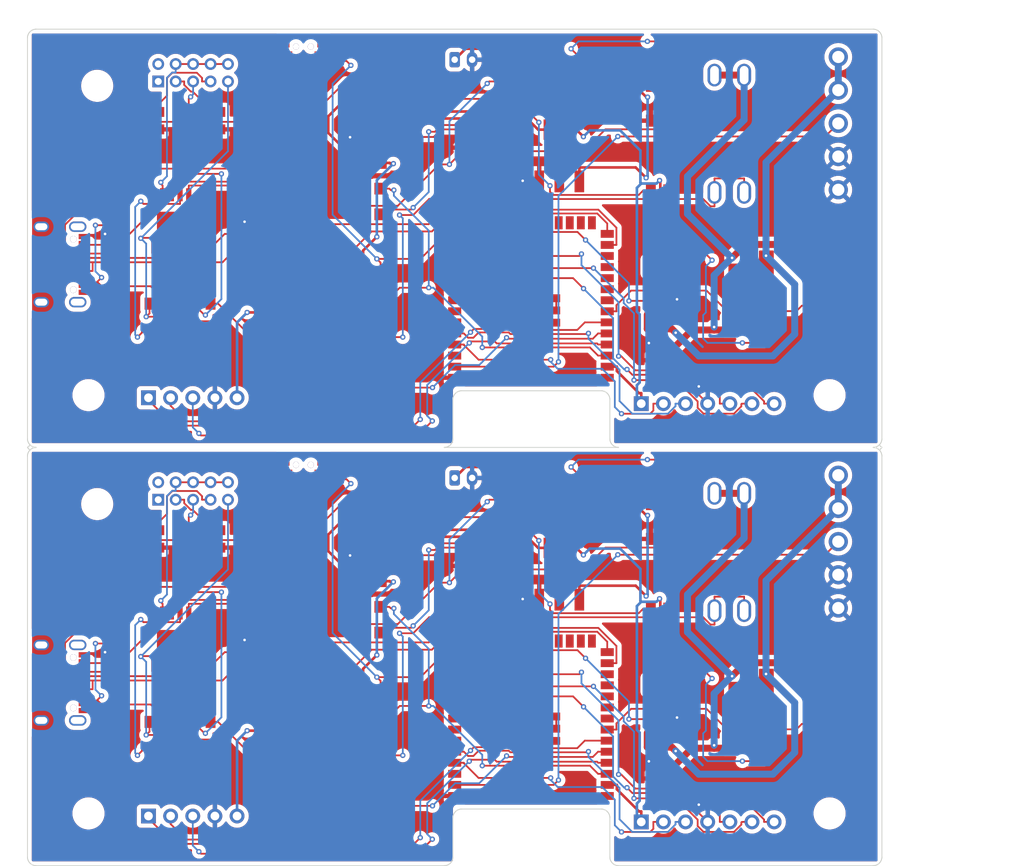
<source format=kicad_pcb>
(kicad_pcb (version 20240108) (generator "pcbnew") (generator_version "8.0")
  (layers (0 "F.Cu" signal) (31 "B.Cu" signal) (34 "B.Paste" user) (35 "F.Paste" user) (36 "B.SilkS" user "B.Silkscreen") (37 "F.SilkS" user "F.Silkscreen") (38 "B.Mask" user) (39 "F.Mask" user) (44 "Edge.Cuts" user))
  (net 0 "")
  (net 1 "Board_0-+3.3V")
  (net 2 "Board_0-+5V")
  (net 3 "Board_0-/BOOT")
  (net 4 "Board_0-/D+")
  (net 5 "Board_0-/D+_OUT")
  (net 6 "Board_0-/D-")
  (net 7 "Board_0-/D-_OUT")
  (net 8 "Board_0-/FB")
  (net 9 "Board_0-/GPIO12")
  (net 10 "Board_0-/GPIO18")
  (net 11 "Board_0-/GPIO35")
  (net 12 "Board_0-/GPIO36")
  (net 13 "Board_0-/GPIO37")
  (net 14 "Board_0-/GPIO38")
  (net 15 "Board_0-/GPIO39")
  (net 16 "Board_0-/GPIO4")
  (net 17 "Board_0-/GPIO40")
  (net 18 "Board_0-/GPIO41")
  (net 19 "Board_0-/GPIO42")
  (net 20 "Board_0-/GPIO5")
  (net 21 "Board_0-/GPIO6")
  (net 22 "Board_0-/LED_1_VCC")
  (net 23 "Board_0-/LED_DATA")
  (net 24 "Board_0-/MOS_1")
  (net 25 "Board_0-/OUT")
  (net 26 "Board_0-/RX")
  (net 27 "Board_0-/SW_5V")
  (net 28 "Board_0-/TX")
  (net 29 "Board_0-/VBUS_C")
  (net 30 "Board_0-/VDD_C")
  (net 31 "Board_0-/VOLT_OUT")
  (net 32 "Board_0-/V_LED")
  (net 33 "Board_0-Earth")
  (net 34 "Board_0-GND")
  (net 35 "Board_0-Net-(D1-K1)")
  (net 36 "Board_0-Net-(D1-K2)")
  (net 37 "Board_0-Net-(D2-A)")
  (net 38 "Board_0-Net-(D4-A)")
  (net 39 "Board_0-Net-(J4-Pin_10)")
  (net 40 "Board_0-Net-(J4-Pin_3)")
  (net 41 "Board_0-Net-(J4-Pin_5)")
  (net 42 "Board_0-Net-(J4-Pin_7)")
  (net 43 "Board_0-Net-(Q3-G)")
  (net 44 "Board_0-Net-(R10-Pad2)")
  (net 45 "Board_0-Net-(U3-PG)")
  (net 46 "Board_0-Net-(U3-VBUS)")
  (net 47 "Board_0-Net-(U5-EN)")
  (net 48 "Board_0-Net-(U5-IO0)")
  (net 49 "Board_0-unconnected-(J2-SBU1-PadA8)")
  (net 50 "Board_0-unconnected-(J2-SBU2-PadB8)")
  (net 51 "Board_0-unconnected-(J4-Pin_1-Pad1)")
  (net 52 "Board_0-unconnected-(J4-Pin_2-Pad2)")
  (net 53 "Board_0-unconnected-(U1-VBUS-Pad5)")
  (net 54 "Board_0-unconnected-(U3-CFG2-Pad2)")
  (net 55 "Board_0-unconnected-(U3-CFG3-Pad3)")
  (net 56 "Board_0-unconnected-(U3-DM-Pad5)")
  (net 57 "Board_0-unconnected-(U3-DP-Pad4)")
  (net 58 "Board_0-unconnected-(U4-NC-Pad6)")
  (net 59 "Board_0-unconnected-(U4-NC-Pad7)")
  (net 60 "Board_0-unconnected-(U4-NC-Pad8)")
  (net 61 "Board_0-unconnected-(U5-EPAD-Pad41)")
  (net 62 "Board_0-unconnected-(U5-GND-Pad1)")
  (net 63 "Board_0-unconnected-(U5-IO10-Pad18)")
  (net 64 "Board_0-unconnected-(U5-IO11-Pad19)")
  (net 65 "Board_0-unconnected-(U5-IO12-Pad20)")
  (net 66 "Board_0-unconnected-(U5-IO13-Pad21)")
  (net 67 "Board_0-unconnected-(U5-IO14-Pad22)")
  (net 68 "Board_0-unconnected-(U5-IO15-Pad8)")
  (net 69 "Board_0-unconnected-(U5-IO16-Pad9)")
  (net 70 "Board_0-unconnected-(U5-IO17-Pad10)")
  (net 71 "Board_0-unconnected-(U5-IO2-Pad38)")
  (net 72 "Board_0-unconnected-(U5-IO21-Pad23)")
  (net 73 "Board_0-unconnected-(U5-IO3-Pad15)")
  (net 74 "Board_0-unconnected-(U5-IO45-Pad26)")
  (net 75 "Board_0-unconnected-(U5-IO46-Pad16)")
  (net 76 "Board_0-unconnected-(U5-IO48-Pad25)")
  (net 77 "Board_0-unconnected-(U5-IO9-Pad17)")
  (net 78 "Board_0-unconnected-(U7-EN-Pad5)")
  (net 79 "Board_0-unconnected-(U9-VOUT-Pad2)")
  (net 80 "Board_1-+3.3V")
  (net 81 "Board_1-+5V")
  (net 82 "Board_1-/BOOT")
  (net 83 "Board_1-/D+")
  (net 84 "Board_1-/D+_OUT")
  (net 85 "Board_1-/D-")
  (net 86 "Board_1-/D-_OUT")
  (net 87 "Board_1-/FB")
  (net 88 "Board_1-/GPIO12")
  (net 89 "Board_1-/GPIO18")
  (net 90 "Board_1-/GPIO35")
  (net 91 "Board_1-/GPIO36")
  (net 92 "Board_1-/GPIO37")
  (net 93 "Board_1-/GPIO38")
  (net 94 "Board_1-/GPIO39")
  (net 95 "Board_1-/GPIO4")
  (net 96 "Board_1-/GPIO40")
  (net 97 "Board_1-/GPIO41")
  (net 98 "Board_1-/GPIO42")
  (net 99 "Board_1-/GPIO5")
  (net 100 "Board_1-/GPIO6")
  (net 101 "Board_1-/LED_1_VCC")
  (net 102 "Board_1-/LED_DATA")
  (net 103 "Board_1-/MOS_1")
  (net 104 "Board_1-/OUT")
  (net 105 "Board_1-/RX")
  (net 106 "Board_1-/SW_5V")
  (net 107 "Board_1-/TX")
  (net 108 "Board_1-/VBUS_C")
  (net 109 "Board_1-/VDD_C")
  (net 110 "Board_1-/VOLT_OUT")
  (net 111 "Board_1-/V_LED")
  (net 112 "Board_1-Earth")
  (net 113 "Board_1-GND")
  (net 114 "Board_1-Net-(D1-K1)")
  (net 115 "Board_1-Net-(D1-K2)")
  (net 116 "Board_1-Net-(D2-A)")
  (net 117 "Board_1-Net-(D4-A)")
  (net 118 "Board_1-Net-(J4-Pin_10)")
  (net 119 "Board_1-Net-(J4-Pin_3)")
  (net 120 "Board_1-Net-(J4-Pin_5)")
  (net 121 "Board_1-Net-(J4-Pin_7)")
  (net 122 "Board_1-Net-(Q3-G)")
  (net 123 "Board_1-Net-(R10-Pad2)")
  (net 124 "Board_1-Net-(U3-PG)")
  (net 125 "Board_1-Net-(U3-VBUS)")
  (net 126 "Board_1-Net-(U5-EN)")
  (net 127 "Board_1-Net-(U5-IO0)")
  (net 128 "Board_1-unconnected-(J2-SBU1-PadA8)")
  (net 129 "Board_1-unconnected-(J2-SBU2-PadB8)")
  (net 130 "Board_1-unconnected-(J4-Pin_1-Pad1)")
  (net 131 "Board_1-unconnected-(J4-Pin_2-Pad2)")
  (net 132 "Board_1-unconnected-(U1-VBUS-Pad5)")
  (net 133 "Board_1-unconnected-(U3-CFG2-Pad2)")
  (net 134 "Board_1-unconnected-(U3-CFG3-Pad3)")
  (net 135 "Board_1-unconnected-(U3-DM-Pad5)")
  (net 136 "Board_1-unconnected-(U3-DP-Pad4)")
  (net 137 "Board_1-unconnected-(U4-NC-Pad6)")
  (net 138 "Board_1-unconnected-(U4-NC-Pad7)")
  (net 139 "Board_1-unconnected-(U4-NC-Pad8)")
  (net 140 "Board_1-unconnected-(U5-EPAD-Pad41)")
  (net 141 "Board_1-unconnected-(U5-GND-Pad1)")
  (net 142 "Board_1-unconnected-(U5-IO10-Pad18)")
  (net 143 "Board_1-unconnected-(U5-IO11-Pad19)")
  (net 144 "Board_1-unconnected-(U5-IO12-Pad20)")
  (net 145 "Board_1-unconnected-(U5-IO13-Pad21)")
  (net 146 "Board_1-unconnected-(U5-IO14-Pad22)")
  (net 147 "Board_1-unconnected-(U5-IO15-Pad8)")
  (net 148 "Board_1-unconnected-(U5-IO16-Pad9)")
  (net 149 "Board_1-unconnected-(U5-IO17-Pad10)")
  (net 150 "Board_1-unconnected-(U5-IO2-Pad38)")
  (net 151 "Board_1-unconnected-(U5-IO21-Pad23)")
  (net 152 "Board_1-unconnected-(U5-IO3-Pad15)")
  (net 153 "Board_1-unconnected-(U5-IO45-Pad26)")
  (net 154 "Board_1-unconnected-(U5-IO46-Pad16)")
  (net 155 "Board_1-unconnected-(U5-IO48-Pad25)")
  (net 156 "Board_1-unconnected-(U5-IO9-Pad17)")
  (net 157 "Board_1-unconnected-(U7-EN-Pad5)")
  (net 158 "Board_1-unconnected-(U9-VOUT-Pad2)")
  (footprint "cheap-wled-controller:FUSE-TH_XF-508P-A-B" (layer "F.Cu") (at 180 32 90)
    (property "Reference" "F2")
    (property "Value" "DIR")
  )
  (footprint "cheap-wled-controller:SOT-223-3_L6.5-W3.4-P2.30-LS7.0-BR" (layer "F.Cu") (at 160.5 34.5 -90)
    (property "Reference" "U9")
    (property "Value" "AMS1117-3.3")
  )
  (footprint "MountingHole:MountingHole_3.2mm_M3" (layer "F.Cu") (at 107.5 74.5)
    (property "Reference" "H1" (hide yes))
    (property "Value" "~" (hide yes))
  )
  (footprint "cheap-wled-controller:R0805" (layer "F.Cu") (at 139 51)
    (property "Reference" "R6" (hide yes))
    (property "Value" "4k")
  )
  (footprint "cheap-wled-controller:C0805" (layer "F.Cu") (at 139 32.4)
    (property "Reference" "C5" (hide yes))
    (property "Value" "10u")
  )
  (footprint "cheap-wled-controller:R0805" (layer "F.Cu") (at 119.5 51.5)
    (property "Reference" "R4" (hide yes))
    (property "Value" "10k")
  )
  (footprint "cheap-wled-controller:R0805" (layer "F.Cu") (at 114.5 30.5 90)
    (property "Reference" "R17" (hide yes))
    (property "Value" "6.8k")
  )
  (footprint "cheap-wled-controller:R0805" (layer "F.Cu") (at 193 46)
    (property "Reference" "R15")
    (property "Value" "56k")
  )
  (footprint "cheap-wled-controller:R0805" (layer "F.Cu") (at 139 48)
    (property "Reference" "R7" (hide yes))
    (property "Value" "4k")
  )
  (footprint "cheap-wled-controller:LED0805-R-RD" (layer "F.Cu") (at 104.1 31.8)
    (property "Reference" "D2")
    (property "Value" "LED_Small" (hide yes))
  )
  (footprint "cheap-wled-controller:USB-C_SMD-TYPE-C-31-M-12" (layer "F.Cu") (at 103.5525 95 -90)
    (property "Reference" "J2" (hide yes))
    (property "Value" "USB_C_Receptacle" (hide yes))
  )
  (footprint "cheap-wled-controller:WIRELM-SMD_ESP32-S3-WROOM-1" (layer "F.Cu") (at 157.25 51.11 180)
    (property "Reference" "U5")
    (property "Value" "ESP32-S3-WROOM-1-N4R2" (hide yes))
  )
  (footprint "cheap-wled-controller:LED0805-R-RD" (layer "F.Cu") (at 103.9 83.81)
    (property "Reference" "D4")
    (property "Value" "LED_Small" (hide yes))
  )
  (footprint "Connector_PinSocket_2.54mm:PinSocket_1x07_P2.54mm_Vertical" (layer "F.Cu") (at 169.9 62.975 90)
    (property "Reference" "J8")
    (property "Value" "Conn_01x07_Pin" (hide yes))
  )
  (footprint "cheap-wled-controller:R0805" (layer "F.Cu") (at 172 26.5)
    (property "Reference" "R20")
    (property "Value" "100k")
  )
  (footprint "cheap-wled-controller:C0805" (layer "F.Cu") (at 139 35.35)
    (property "Reference" "C6")
    (property "Value" "10u")
  )
  (footprint "cheap-wled-controller:CONN-TH_5P-P3.81_KF124-3.81-5P" (layer "F.Cu") (at 192.5 78.81 -90)
    (property "Reference" "J10" (hide yes))
    (property "Value" "Conn_01x05_Pin" (hide yes))
  )
  (footprint "cheap-wled-controller:DFN-8_L5.9-W5.2-P1.27-LS6.2-BL" (layer "F.Cu") (at 182.5 50.5)
    (property "Reference" "REF**")
    (property "Value" "DFN-8_L5.9-W5.2-P1.27-LS6.2-BL")
  )
  (footprint "Package_TO_SOT_SMD:SOT-23-6" (layer "F.Cu") (at 150.6375 82.55)
    (property "Reference" "U7")
    (property "Value" "TPS54202DDC")
  )
  (footprint "cheap-wled-controller:C0805" (layer "F.Cu") (at 139 89.25)
    (property "Reference" "C29")
    (property "Value" "100n")
  )
  (footprint "Package_TO_SOT_SMD:SOT-23-6" (layer "F.Cu") (at 150.6375 34.55)
    (property "Reference" "U7")
    (property "Value" "TPS54202DDC")
  )
  (footprint "Inductor_SMD:L_1008_2520Metric" (layer "F.Cu") (at 160.5 74)
    (property "Reference" "L2")
    (property "Value" "4.7u")
  )
  (footprint "cheap-wled-controller:LED0805-R-RD" (layer "F.Cu") (at 103.9 35.81)
    (property "Reference" "D4")
    (property "Value" "LED_Small" (hide yes))
  )
  (footprint "cheap-wled-controller:C0805" (layer "F.Cu") (at 167 71.5)
    (property "Reference" "C30")
    (property "Value" "56p")
  )
  (footprint "cheap-wled-controller:R0805" (layer "F.Cu") (at 114.5 54.5)
    (property "Reference" "R5" (hide yes))
    (property "Value" "10k")
  )
  (footprint "cheap-wled-controller:R0805" (layer "F.Cu") (at 114.5 51.5)
    (property "Reference" "R3" (hide yes))
    (property "Value" "1k")
  )
  (footprint "cheap-wled-controller:R0805" (layer "F.Cu") (at 121.5 30.5 90)
    (property "Reference" "R2" (hide yes))
    (property "Value" "56k")
  )
  (footprint "cheap-wled-controller:R0805" (layer "F.Cu") (at 172 71.5)
    (property "Reference" "R22")
    (property "Value" "27k")
  )
  (footprint "cheap-wled-controller:SW-SMD_TSA245G00D-250" (layer "F.Cu") (at 131.15 70.35)
    (property "Reference" "SW1")
    (property "Value" "SW_Push" (hide yes))
  )
  (footprint "Connector_PinHeader_2.00mm:PinHeader_2x05_P2.00mm_Vertical" (layer "F.Cu") (at 114.5 74 90)
    (property "Reference" "J4")
    (property "Value" "Conn_02x05_Odd_Even" (hide yes))
  )
  (footprint "Package_TO_SOT_SMD:SOT-23-6" (layer "F.Cu") (at 124.3625 92.45)
    (property "Reference" "U1")
    (property "Value" "USBLC6-2SC6")
  )
  (footprint "Package_TO_SOT_SMD:SOT-323_SC-70" (layer "F.Cu") (at 124.5 84.85)
    (property "Reference" "D1" (hide yes))
    (property "Value" "ESDA25W")
  )
  (footprint "MountingHole:MountingHole_3.2mm_M3" (layer "F.Cu") (at 106.5 110)
    (property "Reference" "H2" (hide yes))
    (property "Value" "~")
  )
  (footprint "cheap-wled-controller:R0805" (layer "F.Cu") (at 172 74.5)
    (property "Reference" "R20")
    (property "Value" "100k")
  )
  (footprint "cheap-wled-controller:FUSE-TH_XF-508P-A-B" (layer "F.Cu") (at 180 80 90)
    (property "Reference" "F2")
    (property "Value" "DIR")
  )
  (footprint "MountingHole:MountingHole_3.2mm_M3" (layer "F.Cu") (at 191.5 110)
    (property "Reference" "H3" (hide yes))
    (property "Value" "~")
  )
  (footprint "cheap-wled-controller:R0805" (layer "F.Cu") (at 114.5 78.5 90)
    (property "Reference" "R17" (hide yes))
    (property "Value" "6.8k")
  )
  (footprint "cheap-wled-controller:R0805" (layer "F.Cu") (at 139 96)
    (property "Reference" "R7" (hide yes))
    (property "Value" "4k")
  )
  (footprint "cheap-wled-controller:R0805" (layer "F.Cu") (at 119.5 99.5)
    (property "Reference" "R4" (hide yes))
    (property "Value" "10k")
  )
  (footprint "Connector_JST:JST_PH_B2B-PH-K_1x02_P2.00mm_Vertical" (layer "F.Cu") (at 148.5 71.5)
    (property "Reference" "J7" (hide yes))
    (property "Value" "Conn_01x02_Pin" (hide yes))
  )
  (footprint "cheap-wled-controller:SOIC-8_L4.9-W3.9-P1.27-LS6.0-BL" (layer "F.Cu") (at 172.5 98)
    (property "Reference" "U4" (hide yes))
    (property "Value" "MX5014S")
  )
  (footprint "cheap-wled-controller:C0805" (layer "F.Cu") (at 139 83.35)
    (property "Reference" "C6")
    (property "Value" "10u")
  )
  (footprint "Package_TO_SOT_SMD:SOT-23-6" (layer "F.Cu") (at 124.3625 44.45)
    (property "Reference" "U1")
    (property "Value" "USBLC6-2SC6")
  )
  (footprint "cheap-wled-controller:C0805" (layer "F.Cu") (at 139 38.3)
    (property "Reference" "C7" (hide yes))
    (property "Value" "10u")
  )
  (footprint "cheap-wled-controller:CONN-TH_5P-P3.81_KF124-3.81-5P" (layer "F.Cu") (at 192.5 30.81 -90)
    (property "Reference" "J10" (hide yes))
    (property "Value" "Conn_01x05_Pin" (hide yes))
  )
  (footprint "cheap-wled-controller:ESSOP-10_L4.9-W3.9-P1.0-LS6.0-TL-EP" (layer "F.Cu") (at 116 42)
    (property "Reference" "U3")
    (property "Value" "CH224K")
  )
  (footprint "cheap-wled-controller:R0805" (layer "F.Cu") (at 109.5 32.5)
    (property "Reference" "R12")
    (property "Value" "10k")
  )
  (footprint "cheap-wled-controller:R0805" (layer "F.Cu") (at 118 78.5 90)
    (property "Reference" "R16" (hide yes))
    (property "Value" "24k")
  )
  (footprint "Diode_SMD:D_SMA" (layer "F.Cu") (at 139 62.5)
    (property "Reference" "D3")
    (property "Value" "~")
  )
  (footprint "cheap-wled-controller:R0805" (layer "F.Cu") (at 193 49)
    (property "Reference" "R10")
    (property "Value" "10k")
  )
  (footprint "Connector_PinSocket_2.54mm:PinSocket_1x05_P2.54mm_Vertical" (layer "F.Cu") (at 113.38 110.3 90)
    (property "Reference" "J6" (hide yes))
    (property "Value" "Conn_01x05_Pin" (hide yes))
  )
  (footprint "Connector_JST:JST_PH_B2B-PH-K_1x02_P2.00mm_Vertical" (layer "F.Cu") (at 148.5 23.5)
    (property "Reference" "J7" (hide yes))
    (property "Value" "Conn_01x02_Pin" (hide yes))
  )
  (footprint "cheap-wled-controller:R0805" (layer "F.Cu") (at 118 30.5 90)
    (property "Reference" "R16" (hide yes))
    (property "Value" "24k")
  )
  (footprint "cheap-wled-controller:SOIC-8_L4.9-W3.9-P1.27-LS6.0-BL" (layer "F.Cu") (at 172.5 50)
    (property "Reference" "U4" (hide yes))
    (property "Value" "MX5014S")
  )
  (footprint "Connector_PinSocket_2.54mm:PinSocket_1x07_P2.54mm_Vertical" (layer "F.Cu") (at 169.9 110.975 90)
    (property "Reference" "J8")
    (property "Value" "Conn_01x07_Pin" (hide yes))
  )
  (footprint "Inductor_SMD:L_1008_2520Metric" (layer "F.Cu") (at 160.5 26)
    (property "Reference" "L2")
    (property "Value" "4.7u")
  )
  (footprint "cheap-wled-controller:LED0805-R-RD" (layer "F.Cu") (at 104.1 79.8)
    (property "Reference" "D2")
    (property "Value" "LED_Small" (hide yes))
  )
  (footprint "MountingHole:MountingHole_3.2mm_M3" (layer "F.Cu") (at 107.5 26.5)
    (property "Reference" "H1" (hide yes))
    (property "Value" "~" (hide yes))
  )
  (footprint "cheap-wled-controller:C0805" (layer "F.Cu") (at 139 80.4)
    (property "Reference" "C5" (hide yes))
    (property "Value" "10u")
  )
  (footprint "Diode_SMD:D_SMA" (layer "F.Cu") (at 139 110.5)
    (property "Reference" "D3")
    (property "Value" "~")
  )
  (footprint "cheap-wled-controller:C0805" (layer "F.Cu") (at 172.5 106)
    (property "Reference" "C1")
    (property "Value" "10u")
  )
  (footprint "cheap-wled-controller:R0805" (layer "F.Cu") (at 193 53)
    (property "Reference" "R11")
    (property "Value" "10k")
  )
  (footprint "cheap-wled-controller:R0805" (layer "F.Cu") (at 172 78.5)
    (property "Reference" "R13")
    (property "Value" "27k")
  )
  (footprint "cheap-wled-controller:C0805" (layer "F.Cu") (at 167 23.5)
    (property "Reference" "C30")
    (property "Value" "56p")
  )
  (footprint "cheap-wled-controller:C0805" (layer "F.Cu") (at 139 29.45)
    (property "Reference" "C3" (hide yes))
    (property "Value" "0.1u")
  )
  (footprint "cheap-wled-controller:R0805" (layer "F.Cu") (at 139 99)
    (property "Reference" "R6" (hide yes))
    (property "Value" "4k")
  )
  (footprint "cheap-wled-controller:ESSOP-10_L4.9-W3.9-P1.0-LS6.0-TL-EP" (layer "F.Cu") (at 116 90)
    (property "Reference" "U3")
    (property "Value" "CH224K")
  )
  (footprint "cheap-wled-controller:SOT-223-3_L6.5-W3.4-P2.30-LS7.0-BR" (layer "F.Cu") (at 160.5 82.5 -90)
    (property "Reference" "U9")
    (property "Value" "AMS1117-3.3")
  )
  (footprint "cheap-wled-controller:C0805" (layer "F.Cu") (at 139 41.25)
    (property "Reference" "C29")
    (property "Value" "100n")
  )
  (footprint "cheap-wled-controller:R0805" (layer "F.Cu") (at 114.5 102.5)
    (property "Reference" "R5" (hide yes))
    (property "Value" "10k")
  )
  (footprint "Connector_PinSocket_2.54mm:PinSocket_1x05_P2.54mm_Vertical" (layer "F.Cu") (at 113.38 62.3 90)
    (property "Reference" "J6" (hide yes))
    (property "Value" "Conn_01x05_Pin" (hide yes))
  )
  (footprint "cheap-wled-controller:R0805" (layer "F.Cu") (at 172 86.5)
    (property "Reference" "R14")
    (property "Value" "10k")
  )
  (footprint "cheap-wled-controller:R0805" (layer "F.Cu") (at 172 38.5)
    (property "Reference" "R14")
    (property "Value" "10k")
  )
  (footprint "MountingHole:MountingHole_3.2mm_M3" (layer "F.Cu") (at 106.5 62)
    (property "Reference" "H2" (hide yes))
    (property "Value" "~")
  )
  (footprint "cheap-wled-controller:C0805" (layer "F.Cu") (at 119.5 102.5)
    (property "Reference" "C2" (hide yes))
    (property "Value" "1u")
  )
  (footprint "cheap-wled-controller:DFN-8_L5.9-W5.2-P1.27-LS6.2-BL" (layer "F.Cu") (at 182.5 98.5)
    (property "Reference" "REF**")
    (property "Value" "DFN-8_L5.9-W5.2-P1.27-LS6.2-BL")
  )
  (footprint "Connector_PinHeader_2.00mm:PinHeader_2x05_P2.00mm_Vertical" (layer "F.Cu") (at 114.5 26 90)
    (property "Reference" "J4")
    (property "Value" "Conn_02x05_Odd_Even" (hide yes))
  )
  (footprint "cheap-wled-controller:R0805" (layer "F.Cu") (at 114.5 99.5)
    (property "Reference" "R3" (hide yes))
    (property "Value" "1k")
  )
  (footprint "cheap-wled-controller:R0805" (layer "F.Cu") (at 193 94)
    (property "Reference" "R15")
    (property "Value" "56k")
  )
  (footprint "cheap-wled-controller:C0805" (layer "F.Cu") (at 119.5 54.5)
    (property "Reference" "C2" (hide yes))
    (property "Value" "1u")
  )
  (footprint "cheap-wled-controller:R0805" (layer "F.Cu") (at 109.5 80.5)
    (property "Reference" "R12")
    (property "Value" "10k")
  )
  (footprint "MountingHole:MountingHole_3.2mm_M3" (layer "F.Cu") (at 191.5 62)
    (property "Reference" "H3" (hide yes))
    (property "Value" "~")
  )
  (footprint "cheap-wled-controller:R0805" (layer "F.Cu") (at 121.5 78.5 90)
    (property "Reference" "R2" (hide yes))
    (property "Value" "56k")
  )
  (footprint "cheap-wled-controller:C0805" (layer "F.Cu") (at 172.5 58)
    (property "Reference" "C1")
    (property "Value" "10u")
  )
  (footprint "cheap-wled-controller:R0805" (layer "F.Cu") (at 172 23.5)
    (property "Reference" "R22")
    (property "Value" "27k")
  )
  (footprint "cheap-wled-controller:R0805" (layer "F.Cu") (at 193 101)
    (property "Reference" "R11")
    (property "Value" "10k")
  )
  (footprint "cheap-wled-controller:R0805" (layer "F.Cu") (at 193 97)
    (property "Reference" "R10")
    (property "Value" "10k")
  )
  (footprint "cheap-wled-controller:SW-SMD_TSA245G00D-250" (layer "F.Cu") (at 131.15 22.35)
    (property "Reference" "SW1")
    (property "Value" "SW_Push" (hide yes))
  )
  (footprint "cheap-wled-controller:R0805" (layer "F.Cu") (at 172 30.5)
    (property "Reference" "R13")
    (property "Value" "27k")
  )
  (footprint "cheap-wled-controller:WIRELM-SMD_ESP32-S3-WROOM-1" (layer "F.Cu") (at 157.25 99.11 180)
    (property "Reference" "U5")
    (property "Value" "ESP32-S3-WROOM-1-N4R2" (hide yes))
  )
  (footprint "cheap-wled-controller:USB-C_SMD-TYPE-C-31-M-12" (layer "F.Cu") (at 103.5525 47 -90)
    (property "Reference" "J2" (hide yes))
    (property "Value" "USB_C_Receptacle" (hide yes))
  )
  (footprint "cheap-wled-controller:C0805" (layer "F.Cu") (at 139 77.45)
    (property "Reference" "C3" (hide yes))
    (property "Value" "0.1u")
  )
  (footprint "cheap-wled-controller:C0805" (layer "F.Cu") (at 139 86.3)
    (property "Reference" "C7" (hide yes))
    (property "Value" "10u")
  )
  (footprint "Package_TO_SOT_SMD:SOT-323_SC-70" (layer "F.Cu") (at 124.5 36.85)
    (property "Reference" "D1" (hide yes))
    (property "Value" "ESDA25W")
  )
  (gr_rect (start 179.5 101.007436) (end 183.5 102.827915) (stroke (width 0.2)) (fill solid) (layer "F.Cu") (net 111))
  (gr_poly (pts (xy 180 47) (xy 180 51.9) (xy 185 51.9) (xy 185 45.5) (xy 183.5 45.5) (xy 183.5 47)) (stroke (width 0.2)) (fill solid) (layer "F.Cu") (net 22))
  (gr_rect (start 100.132624 89.5) (end 102.5 100.5) (stroke (width 0.2)) (fill solid) (layer "F.Cu") (net 112))
  (gr_rect (start 100.132624 41.5) (end 102.5 52.5) (stroke (width 0.2)) (fill solid) (layer "F.Cu") (net 33))
  (gr_rect (start 179.5 53.007436) (end 183.5 54.827915) (stroke (width 0.2)) (fill solid) (layer "F.Cu") (net 32))
  (gr_poly (pts (xy 180 95) (xy 180 99.9) (xy 185 99.9) (xy 185 93.5) (xy 183.5 93.5) (xy 183.5 95)) (stroke (width 0.2)) (fill solid) (layer "F.Cu") (net 101))
  (gr_line (start 196.550649 20.001283) (end 196.5 20) (stroke (width 0.1)) (layer "Edge.Cuts"))
  (gr_line (start 147.988966 67.724792) (end 148.024792 67.688966) (stroke (width 0.1)) (layer "Edge.Cuts"))
  (gr_line (start 148.3 62.5) (end 148.301283 62.44935) (stroke (width 0.1)) (layer "Edge.Cuts"))
  (gr_line (start 197.290775 67.612105) (end 197.320763 67.571268) (stroke (width 0.1)) (layer "Edge.Cuts"))
  (gr_line (start 147.451427 115.988468) (end 147.501298 115.979529) (stroke (width 0.1)) (layer "Edge.Cuts"))
  (gr_line (start 147.912105 115.790775) (end 147.951372 115.758758) (stroke (width 0.1)) (layer "Edge.Cuts"))
  (gr_line (start 197.188966 115.724792) (end 197.224792 115.688966) (stroke (width 0.1)) (layer "Edge.Cuts"))
  (gr_line (start 197.454139 67.299363) (end 197.468077 67.250652) (stroke (width 0.1)) (layer "Edge.Cuts"))
  (gr_line (start 100.200636 68.04586) (end 100.152694 68.062247) (stroke (width 0.1)) (layer "Edge.Cuts"))
  (gr_line (start 166.174346 110.014698) (end 166.197804 110.059605) (stroke (width 0.1)) (layer "Edge.Cuts"))
  (gr_line (start 166.687894 67.790775) (end 166.728731 67.820763) (stroke (width 0.1)) (layer "Edge.Cuts"))
  (gr_line (start 148.34586 110.200636) (end 148.362247 110.152694) (stroke (width 0.1)) (layer "Edge.Cuts"))
  (gr_line (start 99.52047 68.798701) (end 99.511531 68.848572) (stroke (width 0.1)) (layer "Edge.Cuts"))
  (gr_line (start 147.599363 115.954139) (end 147.647305 115.937752) (stroke (width 0.1)) (layer "Edge.Cuts"))
  (gr_line (start 197.374346 67.485301) (end 197.397804 67.440394) (stroke (width 0.1)) (layer "Edge.Cuts"))
  (gr_line (start 99.709224 20.387894) (end 99.679236 20.428731) (stroke (width 0.1)) (layer "Edge.Cuts"))
  (gr_line (start 148.237752 67.347305) (end 148.254139 67.299363) (stroke (width 0.1)) (layer "Edge.Cuts"))
  (gr_line (start 99.50513 20.898831) (end 99.501283 20.94935) (stroke (width 0.1)) (layer "Edge.Cuts"))
  (gr_line (start 147.740394 67.897804) (end 147.785301 67.874346) (stroke (width 0.1)) (layer "Edge.Cuts"))
  (gr_line (start 148.687894 61.709224) (end 148.728731 61.679236) (stroke (width 0.1)) (layer "Edge.Cuts"))
  (gr_line (start 149.148572 61.511531) (end 149.198831 61.50513) (stroke (width 0.1)) (layer "Edge.Cuts"))
  (gr_line (start 196.651427 20.011531) (end 196.601168 20.00513) (stroke (width 0.1)) (layer "Edge.Cuts"))
  (gr_line (start 166.859605 67.897804) (end 166.905644 67.918957) (stroke (width 0.1)) (layer "Edge.Cuts"))
  (gr_line (start 197.437752 68.652694) (end 197.418957 68.605644) (stroke (width 0.1)) (layer "Edge.Cuts"))
  (gr_line (start 166.090775 61.887894) (end 166.120763 61.928731) (stroke (width 0.1)) (layer "Edge.Cuts"))
  (gr_line (start 196.985301 115.874346) (end 197.028964 115.848644) (stroke (width 0.1)) (layer "Edge.Cuts"))
  (gr_line (start 148.30513 110.398831) (end 148.311531 110.348572) (stroke (width 0.1)) (layer "Edge.Cuts"))
  (gr_line (start 149.3 109.5) (end 165.3 109.5) (stroke (width 0.1)) (layer "Edge.Cuts"))
  (gr_line (start 148.381042 110.105644) (end 148.402195 110.059605) (stroke (width 0.1)) (layer "Edge.Cuts"))
  (gr_line (start 165.451427 109.511531) (end 165.501298 109.52047) (stroke (width 0.1)) (layer "Edge.Cuts"))
  (gr_line (start 165.951372 61.741241) (end 165.988966 61.775207) (stroke (width 0.1)) (layer "Edge.Cuts"))
  (gr_line (start 166.575207 67.688966) (end 166.611033 67.724792) (stroke (width 0.1)) (layer "Edge.Cuts"))
  (gr_line (start 166.174346 62.014698) (end 166.197804 62.059605) (stroke (width 0.1)) (layer "Edge.Cuts"))
  (gr_line (start 148.402195 110.059605) (end 148.425653 110.014698) (stroke (width 0.1)) (layer "Edge.Cuts"))
  (gr_line (start 99.602195 115.440394) (end 99.625653 115.485301) (stroke (width 0.1)) (layer "Edge.Cuts"))
  (gr_line (start 197.494869 115.101168) (end 197.498716 115.050649) (stroke (width 0.1)) (layer "Edge.Cuts"))
  (gr_line (start 147.451427 67.988468) (end 147.501298 67.979529) (stroke (width 0.1)) (layer "Edge.Cuts"))
  (gr_line (start 197.151372 115.758758) (end 197.188966 115.724792) (stroke (width 0.1)) (layer "Edge.Cuts"))
  (gr_line (start 99.5 69) (end 99.5 115) (stroke (width 0.1)) (layer "Edge.Cuts"))
  (gr_line (start 166.34586 115.299363) (end 166.362247 115.347305) (stroke (width 0.1)) (layer "Edge.Cuts"))
  (gr_line (start 166.3 67) (end 166.301283 67.050649) (stroke (width 0.1)) (layer "Edge.Cuts"))
  (gr_line (start 197.348644 20.471035) (end 197.320763 20.428731) (stroke (width 0.1)) (layer "Edge.Cuts"))
  (gr_line (start 166.058758 109.848627) (end 166.090775 109.887894) (stroke (width 0.1)) (layer "Edge.Cuts"))
  (gr_line (start 197.479529 115.201298) (end 197.488468 115.151427) (stroke (width 0.1)) (layer "Edge.Cuts"))
  (gr_line (start 166.024792 109.811033) (end 166.058758 109.848627) (stroke (width 0.1)) (layer "Edge.Cuts"))
  (gr_line (start 196.847305 68.062247) (end 196.799363 68.04586) (stroke (width 0.1)) (layer "Edge.Cuts"))
  (gr_line (start 166.120763 109.928731) (end 166.148644 109.971035) (stroke (width 0.1)) (layer "Edge.Cuts"))
  (gr_line (start 100.152694 115.937752) (end 100.200636 115.954139) (stroke (width 0.1)) (layer "Edge.Cuts"))
  (gr_line (start 197.028964 20.151355) (end 196.985301 20.125653) (stroke (width 0.1)) (layer "Edge.Cuts"))
  (gr_line (start 197.498716 20.94935) (end 197.494869 20.898831) (stroke (width 0.1)) (layer "Edge.Cuts"))
  (gr_line (start 99.562247 115.347305) (end 99.581042 115.394355) (stroke (width 0.1)) (layer "Edge.Cuts"))
  (gr_line (start 166.575207 115.688966) (end 166.611033 115.724792) (stroke (width 0.1)) (layer "Edge.Cuts"))
  (gr_line (start 99.887894 20.209224) (end 99.848627 20.241241) (stroke (width 0.1)) (layer "Edge.Cuts"))
  (gr_line (start 165.647305 61.562247) (end 165.694355 61.581042) (stroke (width 0.1)) (layer "Edge.Cuts"))
  (gr_line (start 166.3 62.5) (end 166.3 67) (stroke (width 0.1)) (layer "Edge.Cuts"))
  (gr_line (start 166.648627 115.758758) (end 166.687894 115.790775) (stroke (width 0.1)) (layer "Edge.Cuts"))
  (gr_line (start 148.509224 109.887894) (end 148.541241 109.848627) (stroke (width 0.1)) (layer "Edge.Cuts"))
  (gr_line (start 149.049347 109.531922) (end 149.098701 109.52047) (stroke (width 0.1)) (layer "Edge.Cuts"))
  (gr_line (start 148.648627 109.741241) (end 148.687894 109.709224) (stroke (width 0.1)) (layer "Edge.Cuts"))
  (gr_line (start 197.437752 115.347305) (end 197.454139 115.299363) (stroke (width 0.1)) (layer "Edge.Cuts"))
  (gr_line (start 166.197804 110.059605) (end 166.218957 110.105644) (stroke (width 0.1)) (layer "Edge.Cuts"))
  (gr_line (start 99.54586 115.299363) (end 99.562247 115.347305) (stroke (width 0.1)) (layer "Edge.Cuts"))
  (gr_line (start 99.887894 68.209224) (end 99.848627 68.241241) (stroke (width 0.1)) (layer "Edge.Cuts"))
  (gr_line (start 165.550652 61.531922) (end 165.599363 61.54586) (stroke (width 0.1)) (layer "Edge.Cuts"))
  (gr_line (start 99.709224 67.612105) (end 99.741241 67.651372) (stroke (width 0.1)) (layer "Edge.Cuts"))
  (gr_line (start 148.279529 115.201298) (end 148.288468 115.151427) (stroke (width 0.1)) (layer "Edge.Cuts"))
  (gr_line (start 165.912105 109.709224) (end 165.951372 109.741241) (stroke (width 0.1)) (layer "Edge.Cuts"))
  (gr_line (start 100.059605 20.102195) (end 100.014698 20.125653) (stroke (width 0.1)) (layer "Edge.Cuts"))
  (gr_line (start 148.952694 61.562247) (end 149.000636 61.54586) (stroke (width 0.1)) (layer "Edge.Cuts"))
  (gr_line (start 197.479529 68.798701) (end 197.468077 68.749347) (stroke (width 0.1)) (layer "Edge.Cuts"))
  (gr_line (start 167.000636 115.954139) (end 167.049347 115.968077) (stroke (width 0.1)) (layer "Edge.Cuts"))
  (gr_line (start 99.5 68.0005) (end 99.811033 67.725292) (stroke (width 0.1)) (layer "Edge.Cuts"))
  (gr_line (start 197.188966 68.275207) (end 197.151372 68.241241) (stroke (width 0.1)) (layer "Edge.Cuts"))
  (gr_line (start 166.648627 67.758758) (end 166.687894 67.790775) (stroke (width 0.1)) (layer "Edge.Cuts"))
  (gr_line (start 148.728731 61.679236) (end 148.771035 61.651355) (stroke (width 0.1)) (layer "Edge.Cuts"))
  (gr_line (start 197.028964 68.151355) (end 196.985301 68.125653) (stroke (width 0.1)) (layer "Edge.Cuts"))
  (gr_line (start 147.694355 115.918957) (end 147.740394 115.897804) (stroke (width 0.1)) (layer "Edge.Cuts"))
  (gr_line (start 196.750652 67.968077) (end 196.799363 67.954139) (stroke (width 0.1)) (layer "Edge.Cuts"))
  (gr_line (start 166.362247 115.347305) (end 166.381042 115.394355) (stroke (width 0.1)) (layer "Edge.Cuts"))
  (gr_line (start 147.647305 67.937752) (end 147.694355 67.918957) (stroke (width 0.1)) (layer "Edge.Cuts"))
  (gr_line (start 148.148644 115.528964) (end 148.174346 115.485301) (stroke (width 0.1)) (layer "Edge.Cuts"))
  (gr_line (start 197.5 21) (end 197.498716 20.94935) (stroke (width 0.1)) (layer "Edge.Cuts"))
  (gr_line (start 197.188966 20.275207) (end 197.151372 20.241241) (stroke (width 0.1)) (layer "Edge.Cuts"))
  (gr_line (start 197.258758 67.651372) (end 197.290775 67.612105) (stroke (width 0.1)) (layer "Edge.Cuts"))
  (gr_line (start 196.847305 20.062247) (end 196.799363 20.04586) (stroke (width 0.1)) (layer "Edge.Cuts"))
  (gr_line (start 100.398831 68.00513) (end 100.348572 68.011531) (stroke (width 0.1)) (layer "Edge.Cuts"))
  (gr_line (start 100.298701 67.979529) (end 100.348572 67.988468) (stroke (width 0.1)) (layer "Edge.Cuts"))
  (gr_line (start 167.098701 115.979529) (end 167.148572 115.988468) (stroke (width 0.1)) (layer "Edge.Cuts"))
  (gr_line (start 148.859605 61.602195) (end 148.905644 61.581042) (stroke (width 0.1)) (layer "Edge.Cuts"))
  (gr_line (start 197.320763 67.571268) (end 197.348644 67.528964) (stroke (width 0.1)) (layer "Edge.Cuts"))
  (gr_line (start 99.811033 67.724792) (end 99.848627 67.758758) (stroke (width 0.1)) (layer "Edge.Cuts"))
  (gr_line (start 196.601168 20.00513) (end 196.550649 20.001283) (stroke (width 0.1)) (layer "Edge.Cuts"))
  (gr_line (start 100.348572 20.011531) (end 100.298701 20.02047) (stroke (width 0.1)) (layer "Edge.Cuts"))
  (gr_line (start 149.3 61.5) (end 165.3 61.5) (stroke (width 0.1)) (layer "Edge.Cuts"))
  (gr_line (start 197.397804 68.559605) (end 197.374346 68.514698) (stroke (width 0.1)) (layer "Edge.Cuts"))
  (gr_line (start 166.814698 115.874346) (end 166.859605 115.897804) (stroke (width 0.1)) (layer "Edge.Cuts"))
  (gr_line (start 99.54586 20.700636) (end 99.531922 20.749347) (stroke (width 0.1)) (layer "Edge.Cuts"))
  (gr_line (start 99.5 68.0005) (end 99.775207 68.311033) (stroke (width 0.1)) (layer "Edge.Cuts"))
  (gr_line (start 99.848627 68.241241) (end 99.811033 68.275207) (stroke (width 0.1)) (layer "Edge.Cuts"))
  (gr_line (start 147.785301 67.874346) (end 147.828964 67.848644) (stroke (width 0.1)) (layer "Edge.Cuts"))
  (gr_line (start 166.148644 61.971035) (end 166.174346 62.014698) (stroke (width 0.1)) (layer "Edge.Cuts"))
  (gr_line (start 197.488468 115.151427) (end 197.494869 115.101168) (stroke (width 0.1)) (layer "Edge.Cuts"))
  (gr_line (start 167.198831 115.994869) (end 167.24935 115.998716) (stroke (width 0.1)) (layer "Edge.Cuts"))
  (gr_line (start 99.54586 68.700636) (end 99.531922 68.749347) (stroke (width 0.1)) (layer "Edge.Cuts"))
  (gr_line (start 100.5 68) (end 100.480347 68.000498) (stroke (width 0.1)) (layer "Edge.Cuts"))
  (gr_line (start 166.294869 110.398831) (end 166.298716 110.44935) (stroke (width 0.1)) (layer "Edge.Cuts"))
  (gr_line (start 196.701298 20.02047) (end 196.651427 20.011531) (stroke (width 0.1)) (layer "Edge.Cuts"))
  (gr_line (start 166.298716 62.44935) (end 166.3 62.5) (stroke (width 0.1)) (layer "Edge.Cuts"))
  (gr_line (start 147.3 68) (end 147.350649 67.998716) (stroke (width 0.1)) (layer "Edge.Cuts"))
  (gr_line (start 196.940394 20.102195) (end 196.894355 20.081042) (stroke (width 0.1)) (layer "Edge.Cuts"))
  (gr_line (start 100.298701 115.979529) (end 100.348572 115.988468) (stroke (width 0.1)) (layer "Edge.Cuts"))
  (gr_line (start 100.152694 68.062247) (end 100.105644 68.081042) (stroke (width 0.1)) (layer "Edge.Cuts"))
  (gr_line (start 196.750652 68.031922) (end 196.701298 68.02047) (stroke (width 0.1)) (layer "Edge.Cuts"))
  (gr_line (start 166.058758 61.848627) (end 166.090775 61.887894) (stroke (width 0.1)) (layer "Edge.Cuts"))
  (gr_line (start 165.988966 109.775207) (end 166.024792 109.811033) (stroke (width 0.1)) (layer "Edge.Cuts"))
  (gr_line (start 148.425653 62.014698) (end 148.451355 61.971035) (stroke (width 0.1)) (layer "Edge.Cuts"))
  (gr_line (start 165.785301 61.625653) (end 165.828964 61.651355) (stroke (width 0.1)) (layer "Edge.Cuts"))
  (gr_line (start 148.905644 109.581042) (end 148.952694 109.562247) (stroke (width 0.1)) (layer "Edge.Cuts"))
  (gr_line (start 99.928731 20.179236) (end 99.887894 20.209224) (stroke (width 0.1)) (layer "Edge.Cuts"))
  (gr_line (start 196.799363 68.04586) (end 196.750652 68.031922) (stroke (width 0.1)) (layer "Edge.Cuts"))
  (gr_line (start 147.871268 67.820763) (end 147.912105 67.790775) (stroke (width 0.1)) (layer "Edge.Cuts"))
  (gr_line (start 99.971035 68.151355) (end 99.928731 68.179236) (stroke (width 0.1)) (layer "Edge.Cuts"))
  (gr_line (start 196.5 20) (end 100.5 20) (stroke (width 0.1)) (layer "Edge.Cuts"))
  (gr_line (start 99.511531 67.151427) (end 99.52047 67.201298) (stroke (width 0.1)) (layer "Edge.Cuts"))
  (gr_line (start 148.381042 62.105644) (end 148.402195 62.059605) (stroke (width 0.1)) (layer "Edge.Cuts"))
  (gr_line (start 148.771035 61.651355) (end 148.814698 61.625653) (stroke (width 0.1)) (layer "Edge.Cuts"))
  (gr_line (start 196.651427 115.988468) (end 196.701298 115.979529) (stroke (width 0.1)) (layer "Edge.Cuts"))
  (gr_line (start 197.188966 67.724792) (end 197.224792 67.688966) (stroke (width 0.1)) (layer "Edge.Cuts"))
  (gr_line (start 197.498716 115.050649) (end 197.5 115) (stroke (width 0.1)) (layer "Edge.Cuts"))
  (gr_line (start 147.501298 67.979529) (end 147.550652 67.968077) (stroke (width 0.1)) (layer "Edge.Cuts"))
  (gr_line (start 100.105644 115.918957) (end 100.152694 115.937752) (stroke (width 0.1)) (layer "Edge.Cuts"))
  (gr_line (start 100.348572 67.988468) (end 100.398831 67.994869) (stroke (width 0.1)) (layer "Edge.Cuts"))
  (gr_line (start 167.000636 67.954139) (end 167.049347 67.968077) (stroke (width 0.1)) (layer "Edge.Cuts"))
  (gr_line (start 99.562247 20.652694) (end 99.54586 20.700636) (stroke (width 0.1)) (layer "Edge.Cuts"))
  (gr_line (start 196.651427 68.011531) (end 196.601168 68.00513) (stroke (width 0.1)) (layer "Edge.Cuts"))
  (gr_line (start 148.611033 109.775207) (end 148.648627 109.741241) (stroke (width 0.1)) (layer "Edge.Cuts"))
  (gr_line (start 197.258758 68.348627) (end 197.224792 68.311033) (stroke (width 0.1)) (layer "Edge.Cuts"))
  (gr_line (start 166.814698 67.874346) (end 166.859605 67.897804) (stroke (width 0.1)) (layer "Edge.Cuts"))
  (gr_line (start 99.511531 115.151427) (end 99.52047 115.201298) (stroke (width 0.1)) (layer "Edge.Cuts"))
  (gr_line (start 99.501283 68.94935) (end 99.5 69) (stroke (width 0.1)) (layer "Edge.Cuts"))
  (gr_line (start 100.014698 115.874346) (end 100.059605 115.897804) (stroke (width 0.1)) (layer "Edge.Cuts"))
  (gr_line (start 100.298701 20.02047) (end 100.249347 20.031922) (stroke (width 0.1)) (layer "Edge.Cuts"))
  (gr_line (start 99.5 21) (end 99.5 67) (stroke (width 0.1)) (layer "Edge.Cuts"))
  (gr_line (start 166.3 110.5) (end 166.3 115) (stroke (width 0.1)) (layer "Edge.Cuts"))
  (gr_line (start 167.098701 67.979529) (end 167.148572 67.988468) (stroke (width 0.1)) (layer "Edge.Cuts"))
  (gr_line (start 165.401168 61.50513) (end 165.451427 61.511531) (stroke (width 0.1)) (layer "Edge.Cuts"))
  (gr_line (start 149.098701 61.52047) (end 149.148572 61.511531) (stroke (width 0.1)) (layer "Edge.Cuts"))
  (gr_line (start 99.709224 68.387894) (end 99.679236 68.428731) (stroke (width 0.1)) (layer "Edge.Cuts"))
  (gr_line (start 148.479236 109.928731) (end 148.509224 109.887894) (stroke (width 0.1)) (layer "Edge.Cuts"))
  (gr_line (start 197.224792 68.311033) (end 197.5 68.0005) (stroke (width 0.1)) (layer "Edge.Cuts"))
  (gr_line (start 197.028964 115.848644) (end 197.071268 115.820763) (stroke (width 0.1)) (layer "Edge.Cuts"))
  (gr_line (start 99.741241 20.348627) (end 99.709224 20.387894) (stroke (width 0.1)) (layer "Edge.Cuts"))
  (gr_line (start 166.611033 115.724792) (end 166.648627 115.758758) (stroke (width 0.1)) (layer "Edge.Cuts"))
  (gr_line (start 148.197804 67.440394) (end 148.218957 67.394355) (stroke (width 0.1)) (layer "Edge.Cuts"))
  (gr_line (start 166.381042 67.394355) (end 166.402195 67.440394) (stroke (width 0.1)) (layer "Edge.Cuts"))
  (gr_line (start 149.24935 61.501283) (end 149.3 61.5) (stroke (width 0.1)) (layer "Edge.Cuts"))
  (gr_line (start 100.249347 20.031922) (end 100.200636 20.04586) (stroke (width 0.1)) (layer "Edge.Cuts"))
  (gr_line (start 148.268077 67.250652) (end 148.279529 67.201298) (stroke (width 0.1)) (layer "Edge.Cuts"))
  (gr_line (start 166.611033 67.724792) (end 166.648627 67.758758) (stroke (width 0.1)) (layer "Edge.Cuts"))
  (gr_line (start 196.750652 20.031922) (end 196.701298 20.02047) (stroke (width 0.1)) (layer "Edge.Cuts"))
  (gr_line (start 197.494869 20.898831) (end 197.488468 20.848572) (stroke (width 0.1)) (layer "Edge.Cuts"))
  (gr_line (start 197.468077 68.749347) (end 197.454139 68.700636) (stroke (width 0.1)) (layer "Edge.Cuts"))
  (gr_line (start 165.951372 109.741241) (end 165.988966 109.775207) (stroke (width 0.1)) (layer "Edge.Cuts"))
  (gr_line (start 99.501283 20.94935) (end 99.5 21) (stroke (width 0.1)) (layer "Edge.Cuts"))
  (gr_line (start 148.268077 115.250652) (end 148.279529 115.201298) (stroke (width 0.1)) (layer "Edge.Cuts"))
  (gr_line (start 100.249347 115.968077) (end 100.298701 115.979529) (stroke (width 0.1)) (layer "Edge.Cuts"))
  (gr_line (start 147.828964 115.848644) (end 147.871268 115.820763) (stroke (width 0.1)) (layer "Edge.Cuts"))
  (gr_line (start 99.928731 67.820763) (end 99.971035 67.848644) (stroke (width 0.1)) (layer "Edge.Cuts"))
  (gr_line (start 147.401168 67.994869) (end 147.451427 67.988468) (stroke (width 0.1)) (layer "Edge.Cuts"))
  (gr_line (start 99.54586 67.299363) (end 99.562247 67.347305) (stroke (width 0.1)) (layer "Edge.Cuts"))
  (gr_line (start 196.799363 115.954139) (end 196.847305 115.937752) (stroke (width 0.1)) (layer "Edge.Cuts"))
  (gr_line (start 99.511531 68.848572) (end 99.50513 68.898831) (stroke (width 0.1)) (layer "Edge.Cuts"))
  (gr_line (start 196.894355 115.918957) (end 196.940394 115.897804) (stroke (width 0.1)) (layer "Edge.Cuts"))
  (gr_line (start 166.298716 110.44935) (end 166.3 110.5) (stroke (width 0.1)) (layer "Edge.Cuts"))
  (gr_line (start 196.985301 67.874346) (end 197.028964 67.848644) (stroke (width 0.1)) (layer "Edge.Cuts"))
  (gr_line (start 197.374346 115.485301) (end 197.397804 115.440394) (stroke (width 0.1)) (layer "Edge.Cuts"))
  (gr_line (start 165.451427 61.511531) (end 165.501298 61.52047) (stroke (width 0.1)) (layer "Edge.Cuts"))
  (gr_line (start 166.024792 61.811033) (end 166.058758 61.848627) (stroke (width 0.1)) (layer "Edge.Cuts"))
  (gr_line (start 148.814698 61.625653) (end 148.859605 61.602195) (stroke (width 0.1)) (layer "Edge.Cuts"))
  (gr_line (start 99.775207 115.688966) (end 99.811033 115.724792) (stroke (width 0.1)) (layer "Edge.Cuts"))
  (gr_line (start 99.602195 20.559605) (end 99.581042 20.605644) (stroke (width 0.1)) (layer "Edge.Cuts"))
  (gr_line (start 147.550652 115.968077) (end 147.599363 115.954139) (stroke (width 0.1)) (layer "Edge.Cuts"))
  (gr_line (start 196.601168 67.994869) (end 196.651427 67.988468) (stroke (width 0.1)) (layer "Edge.Cuts"))
  (gr_line (start 100.298701 68.02047) (end 100.249347 68.031922) (stroke (width 0.1)) (layer "Edge.Cuts"))
  (gr_line (start 166.288468 62.348572) (end 166.294869 62.398831) (stroke (width 0.1)) (layer "Edge.Cuts"))
  (gr_line (start 197.320763 20.428731) (end 197.290775 20.387894) (stroke (width 0.1)) (layer "Edge.Cuts"))
  (gr_line (start 166.148644 109.971035) (end 166.174346 110.014698) (stroke (width 0.1)) (layer "Edge.Cuts"))
  (gr_line (start 99.811033 67.724792) (end 99.5 68.0005) (stroke (width 0.1)) (layer "Edge.Cuts"))
  (gr_line (start 197.468077 115.250652) (end 197.479529 115.201298) (stroke (width 0.1)) (layer "Edge.Cuts"))
  (gr_line (start 148.402195 62.059605) (end 148.425653 62.014698) (stroke (width 0.1)) (layer "Edge.Cuts"))
  (gr_line (start 165.501298 61.52047) (end 165.550652 61.531922) (stroke (width 0.1)) (layer "Edge.Cuts"))
  (gr_line (start 196.701298 67.979529) (end 196.750652 67.968077) (stroke (width 0.1)) (layer "Edge.Cuts"))
  (gr_line (start 197.224792 67.688966) (end 197.258758 67.651372) (stroke (width 0.1)) (layer "Edge.Cuts"))
  (gr_line (start 99.679236 67.571268) (end 99.709224 67.612105) (stroke (width 0.1)) (layer "Edge.Cuts"))
  (gr_line (start 99.581042 115.394355) (end 99.602195 115.440394) (stroke (width 0.1)) (layer "Edge.Cuts"))
  (gr_line (start 99.811033 68.275207) (end 99.775207 68.311033) (stroke (width 0.1)) (layer "Edge.Cuts"))
  (gr_line (start 196.940394 68.102195) (end 196.894355 68.081042) (stroke (width 0.1)) (layer "Edge.Cuts"))
  (gr_line (start 197.418957 68.605644) (end 197.397804 68.559605) (stroke (width 0.1)) (layer "Edge.Cuts"))
  (gr_line (start 100.44935 67.998716) (end 100.5 68) (stroke (width 0.1)) (layer "Edge.Cuts"))
  (gr_line (start 99.971035 20.151355) (end 99.928731 20.179236) (stroke (width 0.1)) (layer "Edge.Cuts"))
  (gr_line (start 148.148644 67.528964) (end 148.174346 67.485301) (stroke (width 0.1)) (layer "Edge.Cuts"))
  (gr_line (start 99.50513 115.101168) (end 99.511531 115.151427) (stroke (width 0.1)) (layer "Edge.Cuts"))
  (gr_line (start 197.112105 20.209224) (end 197.071268 20.179236) (stroke (width 0.1)) (layer "Edge.Cuts"))
  (gr_line (start 99.775207 68.311033) (end 99.741241 68.348627) (stroke (width 0.1)) (layer "Edge.Cuts"))
  (gr_line (start 196.651427 67.988468) (end 196.701298 67.979529) (stroke (width 0.1)) (layer "Edge.Cuts"))
  (gr_line (start 165.3 61.5) (end 165.350649 61.501283) (stroke (width 0.1)) (layer "Edge.Cuts"))
  (gr_line (start 148.279529 67.201298) (end 148.288468 67.151427) (stroke (width 0.1)) (layer "Edge.Cuts"))
  (gr_line (start 148.294869 67.101168) (end 148.298716 67.050649) (stroke (width 0.1)) (layer "Edge.Cuts"))
  (gr_line (start 166.402195 67.440394) (end 166.425653 67.485301) (stroke (width 0.1)) (layer "Edge.Cuts"))
  (gr_line (start 197.151372 20.241241) (end 197.112105 20.209224) (stroke (width 0.1)) (layer "Edge.Cuts"))
  (gr_line (start 100.249347 67.968077) (end 100.298701 67.979529) (stroke (width 0.1)) (layer "Edge.Cuts"))
  (gr_line (start 100.348572 68.011531) (end 100.298701 68.02047) (stroke (width 0.1)) (layer "Edge.Cuts"))
  (gr_line (start 166.30513 115.101168) (end 166.311531 115.151427) (stroke (width 0.1)) (layer "Edge.Cuts"))
  (gr_line (start 196.550649 67.998716) (end 196.601168 67.994869) (stroke (width 0.1)) (layer "Edge.Cuts"))
  (gr_line (start 197.437752 67.347305) (end 197.454139 67.299363) (stroke (width 0.1)) (layer "Edge.Cuts"))
  (gr_line (start 149.000636 109.54586) (end 149.049347 109.531922) (stroke (width 0.1)) (layer "Edge.Cuts"))
  (gr_line (start 99.679236 115.571268) (end 99.709224 115.612105) (stroke (width 0.1)) (layer "Edge.Cuts"))
  (gr_line (start 148.058758 67.651372) (end 148.090775 67.612105) (stroke (width 0.1)) (layer "Edge.Cuts"))
  (gr_line (start 197.479529 67.201298) (end 197.488468 67.151427) (stroke (width 0.1)) (layer "Edge.Cuts"))
  (gr_line (start 197.112105 67.790775) (end 197.151372 67.758758) (stroke (width 0.1)) (layer "Edge.Cuts"))
  (gr_line (start 148.479236 61.928731) (end 148.509224 61.887894) (stroke (width 0.1)) (layer "Edge.Cuts"))
  (gr_line (start 197.494869 67.101168) (end 197.498716 67.050649) (stroke (width 0.1)) (layer "Edge.Cuts"))
  (gr_line (start 100.398831 115.994869) (end 100.44935 115.998716) (stroke (width 0.1)) (layer "Edge.Cuts"))
  (gr_line (start 166.331922 67.250652) (end 166.34586 67.299363) (stroke (width 0.1)) (layer "Edge.Cuts"))
  (gr_line (start 165.599363 61.54586) (end 165.647305 61.562247) (stroke (width 0.1)) (layer "Edge.Cuts"))
  (gr_line (start 148.058758 115.651372) (end 148.090775 115.612105) (stroke (width 0.1)) (layer "Edge.Cuts"))
  (gr_line (start 166.425653 115.485301) (end 166.451355 115.528964) (stroke (width 0.1)) (layer "Edge.Cuts"))
  (gr_line (start 148.090775 67.612105) (end 148.120763 67.571268) (stroke (width 0.1)) (layer "Edge.Cuts"))
  (gr_line (start 99.887894 67.790775) (end 99.928731 67.820763) (stroke (width 0.1)) (layer "Edge.Cuts"))
  (gr_line (start 166.3 115) (end 166.301283 115.050649) (stroke (width 0.1)) (layer "Edge.Cuts"))
  (gr_line (start 166.301283 115.050649) (end 166.30513 115.101168) (stroke (width 0.1)) (layer "Edge.Cuts"))
  (gr_line (start 147.350649 115.998716) (end 147.401168 115.994869) (stroke (width 0.1)) (layer "Edge.Cuts"))
  (gr_line (start 99.625653 20.514698) (end 99.602195 20.559605) (stroke (width 0.1)) (layer "Edge.Cuts"))
  (gr_line (start 166.120763 61.928731) (end 166.148644 61.971035) (stroke (width 0.1)) (layer "Edge.Cuts"))
  (gr_line (start 148.311531 62.348572) (end 148.32047 62.298701) (stroke (width 0.1)) (layer "Edge.Cuts"))
  (gr_line (start 100.059605 115.897804) (end 100.105644 115.918957) (stroke (width 0.1)) (layer "Edge.Cuts"))
  (gr_line (start 148.362247 110.152694) (end 148.381042 110.105644) (stroke (width 0.1)) (layer "Edge.Cuts"))
  (gr_line (start 148.254139 67.299363) (end 148.268077 67.250652) (stroke (width 0.1)) (layer "Edge.Cuts"))
  (gr_line (start 165.828964 109.651355) (end 165.871268 109.679236) (stroke (width 0.1)) (layer "Edge.Cuts"))
  (gr_line (start 100.44935 68.001283) (end 100.398831 68.00513) (stroke (width 0.1)) (layer "Edge.Cuts"))
  (gr_line (start 166.381042 115.394355) (end 166.402195 115.440394) (stroke (width 0.1)) (layer "Edge.Cuts"))
  (gr_line (start 147.912105 67.790775) (end 147.951372 67.758758) (stroke (width 0.1)) (layer "Edge.Cuts"))
  (gr_line (start 100.200636 20.04586) (end 100.152694 20.062247) (stroke (width 0.1)) (layer "Edge.Cuts"))
  (gr_line (start 147.3 116) (end 147.350649 115.998716) (stroke (width 0.1)) (layer "Edge.Cuts"))
  (gr_line (start 197.454139 20.700636) (end 197.437752 20.652694) (stroke (width 0.1)) (layer "Edge.Cuts"))
  (gr_line (start 197.397804 67.440394) (end 197.418957 67.394355) (stroke (width 0.1)) (layer "Edge.Cuts"))
  (gr_line (start 147.401168 115.994869) (end 147.451427 115.988468) (stroke (width 0.1)) (layer "Edge.Cuts"))
  (gr_line (start 197.454139 68.700636) (end 197.437752 68.652694) (stroke (width 0.1)) (layer "Edge.Cuts"))
  (gr_line (start 167.198831 67.994869) (end 167.24935 67.998716) (stroke (width 0.1)) (layer "Edge.Cuts"))
  (gr_line (start 147.599363 67.954139) (end 147.647305 67.937752) (stroke (width 0.1)) (layer "Edge.Cuts"))
  (gr_line (start 197.488468 20.848572) (end 197.479529 20.798701) (stroke (width 0.1)) (layer "Edge.Cuts"))
  (gr_line (start 148.362247 62.152694) (end 148.381042 62.105644) (stroke (width 0.1)) (layer "Edge.Cuts"))
  (gr_line (start 148.451355 109.971035) (end 148.479236 109.928731) (stroke (width 0.1)) (layer "Edge.Cuts"))
  (gr_line (start 99.811033 115.724792) (end 99.848627 115.758758) (stroke (width 0.1)) (layer "Edge.Cuts"))
  (gr_line (start 196.894355 68.081042) (end 196.847305 68.062247) (stroke (width 0.1)) (layer "Edge.Cuts"))
  (gr_line (start 165.694355 61.581042) (end 165.740394 61.602195) (stroke (width 0.1)) (layer "Edge.Cuts"))
  (gr_line (start 166.771035 67.848644) (end 166.814698 67.874346) (stroke (width 0.1)) (layer "Edge.Cuts"))
  (gr_line (start 167.148572 115.988468) (end 167.198831 115.994869) (stroke (width 0.1)) (layer "Edge.Cuts"))
  (gr_line (start 147.951372 115.758758) (end 147.988966 115.724792) (stroke (width 0.1)) (layer "Edge.Cuts"))
  (gr_line (start 165.3 109.5) (end 165.350649 109.501283) (stroke (width 0.1)) (layer "Edge.Cuts"))
  (gr_line (start 100.398831 67.994869) (end 100.44935 67.998716) (stroke (width 0.1)) (layer "Edge.Cuts"))
  (gr_line (start 166.479236 115.571268) (end 166.509224 115.612105) (stroke (width 0.1)) (layer "Edge.Cuts"))
  (gr_line (start 166.30513 67.101168) (end 166.311531 67.151427) (stroke (width 0.1)) (layer "Edge.Cuts"))
  (gr_line (start 165.350649 61.501283) (end 165.401168 61.50513) (stroke (width 0.1)) (layer "Edge.Cuts"))
  (gr_line (start 100.059605 68.102195) (end 100.014698 68.125653) (stroke (width 0.1)) (layer "Edge.Cuts"))
  (gr_line (start 197.418957 67.394355) (end 197.437752 67.347305) (stroke (width 0.1)) (layer "Edge.Cuts"))
  (gr_line (start 149.148572 109.511531) (end 149.198831 109.50513) (stroke (width 0.1)) (layer "Edge.Cuts"))
  (gr_line (start 148.425653 110.014698) (end 148.451355 109.971035) (stroke (width 0.1)) (layer "Edge.Cuts"))
  (gr_line (start 197.374346 20.514698) (end 197.348644 20.471035) (stroke (width 0.1)) (layer "Edge.Cuts"))
  (gr_line (start 166.905644 115.918957) (end 166.952694 115.937752) (stroke (width 0.1)) (layer "Edge.Cuts"))
  (gr_line (start 166.728731 115.820763) (end 166.771035 115.848644) (stroke (width 0.1)) (layer "Edge.Cuts"))
  (gr_line (start 100.014698 67.874346) (end 100.059605 67.897804) (stroke (width 0.1)) (layer "Edge.Cuts"))
  (gr_line (start 99.848627 115.758758) (end 99.887894 115.790775) (stroke (width 0.1)) (layer "Edge.Cuts"))
  (gr_line (start 148.905644 61.581042) (end 148.952694 61.562247) (stroke (width 0.1)) (layer "Edge.Cuts"))
  (gr_line (start 148.952694 109.562247) (end 149.000636 109.54586) (stroke (width 0.1)) (layer "Edge.Cuts"))
  (gr_line (start 148.814698 109.625653) (end 148.859605 109.602195) (stroke (width 0.1)) (layer "Edge.Cuts"))
  (gr_line (start 99.928731 68.179236) (end 99.887894 68.209224) (stroke (width 0.1)) (layer "Edge.Cuts"))
  (gr_line (start 147.550652 67.968077) (end 147.599363 67.954139) (stroke (width 0.1)) (layer "Edge.Cuts"))
  (gr_line (start 197.320763 68.428731) (end 197.290775 68.387894) (stroke (width 0.1)) (layer "Edge.Cuts"))
  (gr_line (start 100.105644 68.081042) (end 100.059605 68.102195) (stroke (width 0.1)) (layer "Edge.Cuts"))
  (gr_line (start 165.599363 109.54586) (end 165.647305 109.562247) (stroke (width 0.1)) (layer "Edge.Cuts"))
  (gr_line (start 148.090775 115.612105) (end 148.120763 115.571268) (stroke (width 0.1)) (layer "Edge.Cuts"))
  (gr_line (start 100.152694 20.062247) (end 100.105644 20.081042) (stroke (width 0.1)) (layer "Edge.Cuts"))
  (gr_line (start 165.647305 109.562247) (end 165.694355 109.581042) (stroke (width 0.1)) (layer "Edge.Cuts"))
  (gr_line (start 148.218957 115.394355) (end 148.237752 115.347305) (stroke (width 0.1)) (layer "Edge.Cuts"))
  (gr_line (start 148.687894 109.709224) (end 148.728731 109.679236) (stroke (width 0.1)) (layer "Edge.Cuts"))
  (gr_line (start 196.940394 115.897804) (end 196.985301 115.874346) (stroke (width 0.1)) (layer "Edge.Cuts"))
  (gr_line (start 148.3 115) (end 148.3 110.5) (stroke (width 0.1)) (layer "Edge.Cuts"))
  (gr_line (start 148.451355 61.971035) (end 148.479236 61.928731) (stroke (width 0.1)) (layer "Edge.Cuts"))
  (gr_line (start 99.971035 115.848644) (end 100.014698 115.874346) (stroke (width 0.1)) (layer "Edge.Cuts"))
  (gr_line (start 166.425653 67.485301) (end 166.451355 67.528964) (stroke (width 0.1)) (layer "Edge.Cuts"))
  (gr_line (start 166.771035 115.848644) (end 166.814698 115.874346) (stroke (width 0.1)) (layer "Edge.Cuts"))
  (gr_line (start 165.828964 61.651355) (end 165.871268 61.679236) (stroke (width 0.1)) (layer "Edge.Cuts"))
  (gr_line (start 166.090775 109.887894) (end 166.120763 109.928731) (stroke (width 0.1)) (layer "Edge.Cuts"))
  (gr_line (start 166.402195 115.440394) (end 166.425653 115.485301) (stroke (width 0.1)) (layer "Edge.Cuts"))
  (gr_line (start 166.218957 110.105644) (end 166.237752 110.152694) (stroke (width 0.1)) (layer "Edge.Cuts"))
  (gr_line (start 166.294869 62.398831) (end 166.298716 62.44935) (stroke (width 0.1)) (layer "Edge.Cuts"))
  (gr_line (start 147.828964 67.848644) (end 147.871268 67.820763) (stroke (width 0.1)) (layer "Edge.Cuts"))
  (gr_line (start 197.290775 115.612105) (end 197.320763 115.571268) (stroke (width 0.1)) (layer "Edge.Cuts"))
  (gr_line (start 197.290775 20.387894) (end 197.258758 20.348627) (stroke (width 0.1)) (layer "Edge.Cuts"))
  (gr_line (start 196.894355 67.918957) (end 196.940394 67.897804) (stroke (width 0.1)) (layer "Edge.Cuts"))
  (gr_line (start 197.468077 20.749347) (end 197.454139 20.700636) (stroke (width 0.1)) (layer "Edge.Cuts"))
  (gr_line (start 196.799363 20.04586) (end 196.750652 20.031922) (stroke (width 0.1)) (layer "Edge.Cuts"))
  (gr_line (start 197.258758 20.348627) (end 197.224792 20.311033) (stroke (width 0.1)) (layer "Edge.Cuts"))
  (gr_line (start 197.348644 115.528964) (end 197.374346 115.485301) (stroke (width 0.1)) (layer "Edge.Cuts"))
  (gr_line (start 147.647305 115.937752) (end 147.694355 115.918957) (stroke (width 0.1)) (layer "Edge.Cuts"))
  (gr_line (start 197.224792 20.311033) (end 197.188966 20.275207) (stroke (width 0.1)) (layer "Edge.Cuts"))
  (gr_line (start 165.988966 61.775207) (end 166.024792 61.811033) (stroke (width 0.1)) (layer "Edge.Cuts"))
  (gr_line (start 166.237752 110.152694) (end 166.254139 110.200636) (stroke (width 0.1)) (layer "Edge.Cuts"))
  (gr_line (start 166.362247 67.347305) (end 166.381042 67.394355) (stroke (width 0.1)) (layer "Edge.Cuts"))
  (gr_line (start 99.5 115) (end 99.501283 115.050649) (stroke (width 0.1)) (layer "Edge.Cuts"))
  (gr_line (start 166.451355 67.528964) (end 166.479236 67.571268) (stroke (width 0.1)) (layer "Edge.Cuts"))
  (gr_line (start 147.785301 115.874346) (end 147.828964 115.848644) (stroke (width 0.1)) (layer "Edge.Cuts"))
  (gr_line (start 197.151372 68.241241) (end 197.112105 68.209224) (stroke (width 0.1)) (layer "Edge.Cuts"))
  (gr_line (start 165.785301 109.625653) (end 165.828964 109.651355) (stroke (width 0.1)) (layer "Edge.Cuts"))
  (gr_line (start 166.451355 115.528964) (end 166.479236 115.571268) (stroke (width 0.1)) (layer "Edge.Cuts"))
  (gr_line (start 166.237752 62.152694) (end 166.254139 62.200636) (stroke (width 0.1)) (layer "Edge.Cuts"))
  (gr_line (start 196.847305 115.937752) (end 196.894355 115.918957) (stroke (width 0.1)) (layer "Edge.Cuts"))
  (gr_line (start 166.952694 67.937752) (end 167.000636 67.954139) (stroke (width 0.1)) (layer "Edge.Cuts"))
  (gr_line (start 149.198831 109.50513) (end 149.24935 109.501283) (stroke (width 0.1)) (layer "Edge.Cuts"))
  (gr_line (start 166.311531 67.151427) (end 166.32047 67.201298) (stroke (width 0.1)) (layer "Edge.Cuts"))
  (gr_line (start 197.290775 68.387894) (end 197.258758 68.348627) (stroke (width 0.1)) (layer "Edge.Cuts"))
  (gr_line (start 149.049347 61.531922) (end 149.098701 61.52047) (stroke (width 0.1)) (layer "Edge.Cuts"))
  (gr_line (start 99.775207 68.311032) (end 99.5 68.0005) (stroke (width 0.1)) (layer "Edge.Cuts"))
  (gr_line (start 99.50513 67.101168) (end 99.511531 67.151427) (stroke (width 0.1)) (layer "Edge.Cuts"))
  (gr_line (start 197.498716 68.94935) (end 197.494869 68.898831) (stroke (width 0.1)) (layer "Edge.Cuts"))
  (gr_line (start 148.024792 67.688966) (end 148.058758 67.651372) (stroke (width 0.1)) (layer "Edge.Cuts"))
  (gr_line (start 167.148572 67.988468) (end 167.198831 67.994869) (stroke (width 0.1)) (layer "Edge.Cuts"))
  (gr_line (start 99.581042 20.605644) (end 99.562247 20.652694) (stroke (width 0.1)) (layer "Edge.Cuts"))
  (gr_line (start 197.224792 115.688966) (end 197.258758 115.651372) (stroke (width 0.1)) (layer "Edge.Cuts"))
  (gr_line (start 99.679236 20.428731) (end 99.651355 20.471035) (stroke (width 0.1)) (layer "Edge.Cuts"))
  (gr_line (start 166.32047 67.201298) (end 166.331922 67.250652) (stroke (width 0.1)) (layer "Edge.Cuts"))
  (gr_line (start 148.301283 110.44935) (end 148.30513 110.398831) (stroke (width 0.1)) (layer "Edge.Cuts"))
  (gr_line (start 167.049347 67.968077) (end 167.098701 67.979529) (stroke (width 0.1)) (layer "Edge.Cuts"))
  (gr_line (start 100.249347 68.031922) (end 100.200636 68.04586) (stroke (width 0.1)) (layer "Edge.Cuts"))
  (gr_line (start 197.374346 68.514698) (end 197.348644 68.471035) (stroke (width 0.1)) (layer "Edge.Cuts"))
  (gr_line (start 100.5 116) (end 147.3 116) (stroke (width 0.1)) (layer "Edge.Cuts"))
  (gr_line (start 148.575207 61.811033) (end 148.611033 61.775207) (stroke (width 0.1)) (layer "Edge.Cuts"))
  (gr_line (start 197.498716 67.050649) (end 197.5 67) (stroke (width 0.1)) (layer "Edge.Cuts"))
  (gr_line (start 166.479236 67.571268) (end 166.509224 67.612105) (stroke (width 0.1)) (layer "Edge.Cuts"))
  (gr_line (start 99.562247 67.347305) (end 99.581042 67.394355) (stroke (width 0.1)) (layer "Edge.Cuts"))
  (gr_line (start 165.871268 61.679236) (end 165.912105 61.709224) (stroke (width 0.1)) (layer "Edge.Cuts"))
  (gr_line (start 167.3 68) (end 147.3 68) (stroke (width 0.1)) (layer "Edge.Cuts"))
  (gr_line (start 99.775207 67.688966) (end 99.811033 67.724792) (stroke (width 0.1)) (layer "Edge.Cuts"))
  (gr_line (start 166.218957 62.105644) (end 166.237752 62.152694) (stroke (width 0.1)) (layer "Edge.Cuts"))
  (gr_line (start 100.200636 115.954139) (end 100.249347 115.968077) (stroke (width 0.1)) (layer "Edge.Cuts"))
  (gr_line (start 165.350649 109.501283) (end 165.401168 109.50513) (stroke (width 0.1)) (layer "Edge.Cuts"))
  (gr_line (start 197.258758 115.651372) (end 197.290775 115.612105) (stroke (width 0.1)) (layer "Edge.Cuts"))
  (gr_line (start 148.541241 109.848627) (end 148.575207 109.811033) (stroke (width 0.1)) (layer "Edge.Cuts"))
  (gr_line (start 148.575207 109.811033) (end 148.611033 109.775207) (stroke (width 0.1)) (layer "Edge.Cuts"))
  (gr_line (start 197.5 69) (end 197.498716 68.94935) (stroke (width 0.1)) (layer "Edge.Cuts"))
  (gr_line (start 148.174346 115.485301) (end 148.197804 115.440394) (stroke (width 0.1)) (layer "Edge.Cuts"))
  (gr_line (start 148.294869 115.101168) (end 148.298716 115.050649) (stroke (width 0.1)) (layer "Edge.Cuts"))
  (gr_line (start 165.501298 109.52047) (end 165.550652 109.531922) (stroke (width 0.1)) (layer "Edge.Cuts"))
  (gr_line (start 99.741241 115.651372) (end 99.775207 115.688966) (stroke (width 0.1)) (layer "Edge.Cuts"))
  (gr_line (start 149.000636 61.54586) (end 149.049347 61.531922) (stroke (width 0.1)) (layer "Edge.Cuts"))
  (gr_line (start 148.288468 115.151427) (end 148.294869 115.101168) (stroke (width 0.1)) (layer "Edge.Cuts"))
  (gr_line (start 148.120763 67.571268) (end 148.148644 67.528964) (stroke (width 0.1)) (layer "Edge.Cuts"))
  (gr_line (start 196.601168 115.994869) (end 196.651427 115.988468) (stroke (width 0.1)) (layer "Edge.Cuts"))
  (gr_line (start 197.397804 20.559605) (end 197.374346 20.514698) (stroke (width 0.1)) (layer "Edge.Cuts"))
  (gr_line (start 99.679236 68.428731) (end 99.651355 68.471035) (stroke (width 0.1)) (layer "Edge.Cuts"))
  (gr_line (start 99.709224 115.612105) (end 99.741241 115.651372) (stroke (width 0.1)) (layer "Edge.Cuts"))
  (gr_line (start 166.197804 62.059605) (end 166.218957 62.105644) (stroke (width 0.1)) (layer "Edge.Cuts"))
  (gr_line (start 166.279529 110.298701) (end 166.288468 110.348572) (stroke (width 0.1)) (layer "Edge.Cuts"))
  (gr_line (start 197.112105 68.209224) (end 197.071268 68.179236) (stroke (width 0.1)) (layer "Edge.Cuts"))
  (gr_line (start 99.602195 68.559605) (end 99.581042 68.605644) (stroke (width 0.1)) (layer "Edge.Cuts"))
  (gr_line (start 99.531922 67.250652) (end 99.54586 67.299363) (stroke (width 0.1)) (layer "Edge.Cuts"))
  (gr_line (start 99.602195 67.440394) (end 99.625653 67.485301) (stroke (width 0.1)) (layer "Edge.Cuts"))
  (gr_line (start 148.859605 109.602195) (end 148.905644 109.581042) (stroke (width 0.1)) (layer "Edge.Cuts"))
  (gr_line (start 99.651355 68.471035) (end 99.625653 68.514698) (stroke (width 0.1)) (layer "Edge.Cuts"))
  (gr_line (start 166.859605 115.897804) (end 166.905644 115.918957) (stroke (width 0.1)) (layer "Edge.Cuts"))
  (gr_line (start 197.188966 67.725292) (end 197.5 68.0005) (stroke (width 0.1)) (layer "Edge.Cuts"))
  (gr_line (start 99.581042 67.394355) (end 99.602195 67.440394) (stroke (width 0.1)) (layer "Edge.Cuts"))
  (gr_line (start 167.049347 115.968077) (end 167.098701 115.979529) (stroke (width 0.1)) (layer "Edge.Cuts"))
  (gr_line (start 99.5 67) (end 99.501283 67.050649) (stroke (width 0.1)) (layer "Edge.Cuts"))
  (gr_line (start 166.952694 115.937752) (end 167.000636 115.954139) (stroke (width 0.1)) (layer "Edge.Cuts"))
  (gr_line (start 166.687894 115.790775) (end 166.728731 115.820763) (stroke (width 0.1)) (layer "Edge.Cuts"))
  (gr_line (start 197.071268 20.179236) (end 197.028964 20.151355) (stroke (width 0.1)) (layer "Edge.Cuts"))
  (gr_line (start 99.651355 115.528964) (end 99.679236 115.571268) (stroke (width 0.1)) (layer "Edge.Cuts"))
  (gr_line (start 166.254139 110.200636) (end 166.268077 110.249347) (stroke (width 0.1)) (layer "Edge.Cuts"))
  (gr_line (start 165.871268 109.679236) (end 165.912105 109.709224) (stroke (width 0.1)) (layer "Edge.Cuts"))
  (gr_line (start 197.468077 67.250652) (end 197.479529 67.201298) (stroke (width 0.1)) (layer "Edge.Cuts"))
  (gr_line (start 100.200636 67.954139) (end 100.249347 67.968077) (stroke (width 0.1)) (layer "Edge.Cuts"))
  (gr_line (start 148.611033 61.775207) (end 148.648627 61.741241) (stroke (width 0.1)) (layer "Edge.Cuts"))
  (gr_line (start 165.401168 109.50513) (end 165.451427 109.511531) (stroke (width 0.1)) (layer "Edge.Cuts"))
  (gr_line (start 149.24935 109.501283) (end 149.3 109.5) (stroke (width 0.1)) (layer "Edge.Cuts"))
  (gr_line (start 196.985301 68.125653) (end 196.940394 68.102195) (stroke (width 0.1)) (layer "Edge.Cuts"))
  (gr_line (start 166.331922 115.250652) (end 166.34586 115.299363) (stroke (width 0.1)) (layer "Edge.Cuts"))
  (gr_line (start 100.480308 68.000499) (end 100.44935 68.001283) (stroke (width 0.1)) (layer "Edge.Cuts"))
  (gr_line (start 166.311531 115.151427) (end 166.32047 115.201298) (stroke (width 0.1)) (layer "Edge.Cuts"))
  (gr_line (start 196.750652 115.968077) (end 196.799363 115.954139) (stroke (width 0.1)) (layer "Edge.Cuts"))
  (gr_line (start 167.3 116) (end 196.5 116) (stroke (width 0.1)) (layer "Edge.Cuts"))
  (gr_line (start 147.740394 115.897804) (end 147.785301 115.874346) (stroke (width 0.1)) (layer "Edge.Cuts"))
  (gr_line (start 100.398831 20.00513) (end 100.348572 20.011531) (stroke (width 0.1)) (layer "Edge.Cuts"))
  (gr_line (start 196.601168 68.00513) (end 196.550649 68.001283) (stroke (width 0.1)) (layer "Edge.Cuts"))
  (gr_line (start 99.531922 20.749347) (end 99.52047 20.798701) (stroke (width 0.1)) (layer "Edge.Cuts"))
  (gr_line (start 99.741241 68.348627) (end 99.709224 68.387894) (stroke (width 0.1)) (layer "Edge.Cuts"))
  (gr_line (start 148.174346 67.485301) (end 148.197804 67.440394) (stroke (width 0.1)) (layer "Edge.Cuts"))
  (gr_line (start 197.071268 115.820763) (end 197.112105 115.790775) (stroke (width 0.1)) (layer "Edge.Cuts"))
  (gr_line (start 148.311531 110.348572) (end 148.32047 110.298701) (stroke (width 0.1)) (layer "Edge.Cuts"))
  (gr_line (start 197.151372 67.758758) (end 197.188966 67.724792) (stroke (width 0.1)) (layer "Edge.Cuts"))
  (gr_line (start 148.30513 62.398831) (end 148.311531 62.348572) (stroke (width 0.1)) (layer "Edge.Cuts"))
  (gr_line (start 196.940394 67.897804) (end 196.985301 67.874346) (stroke (width 0.1)) (layer "Edge.Cuts"))
  (gr_line (start 99.625653 67.485301) (end 99.651355 67.528964) (stroke (width 0.1)) (layer "Edge.Cuts"))
  (gr_line (start 197.418957 115.394355) (end 197.437752 115.347305) (stroke (width 0.1)) (layer "Edge.Cuts"))
  (gr_line (start 148.298716 67.050649) (end 148.3 67) (stroke (width 0.1)) (layer "Edge.Cuts"))
  (gr_line (start 148.3 67) (end 148.3 62.5) (stroke (width 0.1)) (layer "Edge.Cuts"))
  (gr_line (start 99.501283 67.050649) (end 99.50513 67.101168) (stroke (width 0.1)) (layer "Edge.Cuts"))
  (gr_line (start 167.24935 115.998716) (end 167.3 116) (stroke (width 0.1)) (layer "Edge.Cuts"))
  (gr_line (start 99.651355 67.528964) (end 99.679236 67.571268) (stroke (width 0.1)) (layer "Edge.Cuts"))
  (gr_line (start 166.541241 67.651372) (end 166.575207 67.688966) (stroke (width 0.1)) (layer "Edge.Cuts"))
  (gr_line (start 99.651355 20.471035) (end 99.625653 20.514698) (stroke (width 0.1)) (layer "Edge.Cuts"))
  (gr_line (start 100.348572 115.988468) (end 100.398831 115.994869) (stroke (width 0.1)) (layer "Edge.Cuts"))
  (gr_line (start 100.014698 68.125653) (end 99.971035 68.151355) (stroke (width 0.1)) (layer "Edge.Cuts"))
  (gr_line (start 100.105644 20.081042) (end 100.059605 20.102195) (stroke (width 0.1)) (layer "Edge.Cuts"))
  (gr_line (start 197.320763 115.571268) (end 197.348644 115.528964) (stroke (width 0.1)) (layer "Edge.Cuts"))
  (gr_line (start 148.728731 109.679236) (end 148.771035 109.651355) (stroke (width 0.1)) (layer "Edge.Cuts"))
  (gr_line (start 197.397804 115.440394) (end 197.418957 115.394355) (stroke (width 0.1)) (layer "Edge.Cuts"))
  (gr_line (start 197.488468 68.848572) (end 197.479529 68.798701) (stroke (width 0.1)) (layer "Edge.Cuts"))
  (gr_line (start 99.775207 20.311033) (end 99.741241 20.348627) (stroke (width 0.1)) (layer "Edge.Cuts"))
  (gr_line (start 196.894355 20.081042) (end 196.847305 20.062247) (stroke (width 0.1)) (layer "Edge.Cuts"))
  (gr_line (start 166.279529 62.298701) (end 166.288468 62.348572) (stroke (width 0.1)) (layer "Edge.Cuts"))
  (gr_line (start 196.701298 68.02047) (end 196.651427 68.011531) (stroke (width 0.1)) (layer "Edge.Cuts"))
  (gr_line (start 100.44935 115.998716) (end 100.5 116) (stroke (width 0.1)) (layer "Edge.Cuts"))
  (gr_line (start 196.519652 68.000498) (end 196.5 68) (stroke (width 0.1)) (layer "Edge.Cuts"))
  (gr_line (start 147.350649 67.998716) (end 147.401168 67.994869) (stroke (width 0.1)) (layer "Edge.Cuts"))
  (gr_line (start 148.120763 115.571268) (end 148.148644 115.528964) (stroke (width 0.1)) (layer "Edge.Cuts"))
  (gr_line (start 147.951372 67.758758) (end 147.988966 67.724792) (stroke (width 0.1)) (layer "Edge.Cuts"))
  (gr_line (start 166.268077 62.249347) (end 166.279529 62.298701) (stroke (width 0.1)) (layer "Edge.Cuts"))
  (gr_line (start 166.288468 110.348572) (end 166.294869 110.398831) (stroke (width 0.1)) (layer "Edge.Cuts"))
  (gr_line (start 165.740394 109.602195) (end 165.785301 109.625653) (stroke (width 0.1)) (layer "Edge.Cuts"))
  (gr_line (start 149.198831 61.50513) (end 149.24935 61.501283) (stroke (width 0.1)) (layer "Edge.Cuts"))
  (gr_line (start 166.301283 67.050649) (end 166.30513 67.101168) (stroke (width 0.1)) (layer "Edge.Cuts"))
  (gr_line (start 165.740394 61.602195) (end 165.785301 61.625653) (stroke (width 0.1)) (layer "Edge.Cuts"))
  (gr_line (start 197.5 115) (end 197.5 69) (stroke (width 0.1)) (layer "Edge.Cuts"))
  (gr_line (start 196.550649 115.998716) (end 196.601168 115.994869) (stroke (width 0.1)) (layer "Edge.Cuts"))
  (gr_line (start 147.694355 67.918957) (end 147.740394 67.897804) (stroke (width 0.1)) (layer "Edge.Cuts"))
  (gr_line (start 148.648627 61.741241) (end 148.687894 61.709224) (stroke (width 0.1)) (layer "Edge.Cuts"))
  (gr_line (start 148.32047 110.298701) (end 148.331922 110.249347) (stroke (width 0.1)) (layer "Edge.Cuts"))
  (gr_line (start 148.024792 115.688966) (end 148.058758 115.651372) (stroke (width 0.1)) (layer "Edge.Cuts"))
  (gr_line (start 148.237752 115.347305) (end 148.254139 115.299363) (stroke (width 0.1)) (layer "Edge.Cuts"))
  (gr_line (start 99.811033 20.275207) (end 99.775207 20.311033) (stroke (width 0.1)) (layer "Edge.Cuts"))
  (gr_line (start 149.098701 109.52047) (end 149.148572 109.511531) (stroke (width 0.1)) (layer "Edge.Cuts"))
  (gr_line (start 99.501283 115.050649) (end 99.50513 115.101168) (stroke (width 0.1)) (layer "Edge.Cuts"))
  (gr_line (start 197.437752 20.652694) (end 197.418957 20.605644) (stroke (width 0.1)) (layer "Edge.Cuts"))
  (gr_line (start 197.479529 20.798701) (end 197.468077 20.749347) (stroke (width 0.1)) (layer "Edge.Cuts"))
  (gr_line (start 166.905644 67.918957) (end 166.952694 67.937752) (stroke (width 0.1)) (layer "Edge.Cuts"))
  (gr_line (start 147.871268 115.820763) (end 147.912105 115.790775) (stroke (width 0.1)) (layer "Edge.Cuts"))
  (gr_line (start 197.348644 68.471035) (end 197.320763 68.428731) (stroke (width 0.1)) (layer "Edge.Cuts"))
  (gr_line (start 147.988966 115.724792) (end 148.024792 115.688966) (stroke (width 0.1)) (layer "Edge.Cuts"))
  (gr_line (start 196.550649 68.001283) (end 196.519691 68.000499) (stroke (width 0.1)) (layer "Edge.Cuts"))
  (gr_line (start 99.511531 20.848572) (end 99.50513 20.898831) (stroke (width 0.1)) (layer "Edge.Cuts"))
  (gr_line (start 148.771035 109.651355) (end 148.814698 109.625653) (stroke (width 0.1)) (layer "Edge.Cuts"))
  (gr_line (start 148.541241 61.848627) (end 148.575207 61.811033) (stroke (width 0.1)) (layer "Edge.Cuts"))
  (gr_line (start 99.848627 67.758758) (end 99.887894 67.790775) (stroke (width 0.1)) (layer "Edge.Cuts"))
  (gr_line (start 148.331922 110.249347) (end 148.34586 110.200636) (stroke (width 0.1)) (layer "Edge.Cuts"))
  (gr_line (start 99.531922 68.749347) (end 99.52047 68.798701) (stroke (width 0.1)) (layer "Edge.Cuts"))
  (gr_line (start 148.288468 67.151427) (end 148.294869 67.101168) (stroke (width 0.1)) (layer "Edge.Cuts"))
  (gr_line (start 166.509224 67.612105) (end 166.541241 67.651372) (stroke (width 0.1)) (layer "Edge.Cuts"))
  (gr_line (start 197.418957 20.605644) (end 197.397804 20.559605) (stroke (width 0.1)) (layer "Edge.Cuts"))
  (gr_line (start 148.197804 115.440394) (end 148.218957 115.394355) (stroke (width 0.1)) (layer "Edge.Cuts"))
  (gr_line (start 166.541241 115.651372) (end 166.575207 115.688966) (stroke (width 0.1)) (layer "Edge.Cuts"))
  (gr_line (start 197.224792 68.311033) (end 197.188966 68.275207) (stroke (width 0.1)) (layer "Edge.Cuts"))
  (gr_line (start 99.741241 67.651372) (end 99.775207 67.688966) (stroke (width 0.1)) (layer "Edge.Cuts"))
  (gr_line (start 166.509224 115.612105) (end 166.541241 115.651372) (stroke (width 0.1)) (layer "Edge.Cuts"))
  (gr_line (start 148.3 110.5) (end 148.301283 110.44935) (stroke (width 0.1)) (layer "Edge.Cuts"))
  (gr_line (start 197.488468 67.151427) (end 197.494869 67.101168) (stroke (width 0.1)) (layer "Edge.Cuts"))
  (gr_line (start 196.5 68) (end 196.550649 67.998716) (stroke (width 0.1)) (layer "Edge.Cuts"))
  (gr_line (start 148.298716 115.050649) (end 148.3 115) (stroke (width 0.1)) (layer "Edge.Cuts"))
  (gr_line (start 197.494869 68.898831) (end 197.488468 68.848572) (stroke (width 0.1)) (layer "Edge.Cuts"))
  (gr_line (start 165.694355 109.581042) (end 165.740394 109.602195) (stroke (width 0.1)) (layer "Edge.Cuts"))
  (gr_line (start 197.071268 68.179236) (end 197.028964 68.151355) (stroke (width 0.1)) (layer "Edge.Cuts"))
  (gr_line (start 99.52047 20.798701) (end 99.511531 20.848572) (stroke (width 0.1)) (layer "Edge.Cuts"))
  (gr_line (start 99.52047 67.201298) (end 99.531922 67.250652) (stroke (width 0.1)) (layer "Edge.Cuts"))
  (gr_line (start 147.501298 115.979529) (end 147.550652 115.968077) (stroke (width 0.1)) (layer "Edge.Cuts"))
  (gr_line (start 99.52047 115.201298) (end 99.531922 115.250652) (stroke (width 0.1)) (layer "Edge.Cuts"))
  (gr_line (start 148.34586 62.200636) (end 148.362247 62.152694) (stroke (width 0.1)) (layer "Edge.Cuts"))
  (gr_line (start 99.928731 115.820763) (end 99.971035 115.848644) (stroke (width 0.1)) (layer "Edge.Cuts"))
  (gr_line (start 197.112105 115.790775) (end 197.151372 115.758758) (stroke (width 0.1)) (layer "Edge.Cuts"))
  (gr_line (start 197.348644 67.528964) (end 197.374346 67.485301) (stroke (width 0.1)) (layer "Edge.Cuts"))
  (gr_line (start 196.985301 20.125653) (end 196.940394 20.102195) (stroke (width 0.1)) (layer "Edge.Cuts"))
  (gr_line (start 196.701298 115.979529) (end 196.750652 115.968077) (stroke (width 0.1)) (layer "Edge.Cuts"))
  (gr_line (start 167.24935 67.998716) (end 167.3 68) (stroke (width 0.1)) (layer "Edge.Cuts"))
  (gr_line (start 197.5 68.0005) (end 197.224792 68.311032) (stroke (width 0.1)) (layer "Edge.Cuts"))
  (gr_line (start 99.625653 115.485301) (end 99.651355 115.528964) (stroke (width 0.1)) (layer "Edge.Cuts"))
  (gr_line (start 165.550652 109.531922) (end 165.599363 109.54586) (stroke (width 0.1)) (layer "Edge.Cuts"))
  (gr_line (start 196.5 116) (end 196.550649 115.998716) (stroke (width 0.1)) (layer "Edge.Cuts"))
  (gr_line (start 148.254139 115.299363) (end 148.268077 115.250652) (stroke (width 0.1)) (layer "Edge.Cuts"))
  (gr_line (start 165.912105 61.709224) (end 165.951372 61.741241) (stroke (width 0.1)) (layer "Edge.Cuts"))
  (gr_line (start 99.887894 115.790775) (end 99.928731 115.820763) (stroke (width 0.1)) (layer "Edge.Cuts"))
  (gr_line (start 148.32047 62.298701) (end 148.331922 62.249347) (stroke (width 0.1)) (layer "Edge.Cuts"))
  (gr_line (start 166.268077 110.249347) (end 166.279529 110.298701) (stroke (width 0.1)) (layer "Edge.Cuts"))
  (gr_line (start 100.5 20) (end 100.44935 20.001283) (stroke (width 0.1)) (layer "Edge.Cuts"))
  (gr_line (start 197.5 67) (end 197.5 21) (stroke (width 0.1)) (layer "Edge.Cuts"))
  (gr_line (start 197.028964 67.848644) (end 197.071268 67.820763) (stroke (width 0.1)) (layer "Edge.Cuts"))
  (gr_line (start 166.32047 115.201298) (end 166.331922 115.250652) (stroke (width 0.1)) (layer "Edge.Cuts"))
  (gr_line (start 99.971035 67.848644) (end 100.014698 67.874346) (stroke (width 0.1)) (layer "Edge.Cuts"))
  (gr_line (start 99.562247 68.652694) (end 99.54586 68.700636) (stroke (width 0.1)) (layer "Edge.Cuts"))
  (gr_line (start 196.847305 67.937752) (end 196.894355 67.918957) (stroke (width 0.1)) (layer "Edge.Cuts"))
  (gr_line (start 100.105644 67.918957) (end 100.152694 67.937752) (stroke (width 0.1)) (layer "Edge.Cuts"))
  (gr_line (start 148.509224 61.887894) (end 148.541241 61.848627) (stroke (width 0.1)) (layer "Edge.Cuts"))
  (gr_line (start 148.301283 62.44935) (end 148.30513 62.398831) (stroke (width 0.1)) (layer "Edge.Cuts"))
  (gr_line (start 100.152694 67.937752) (end 100.200636 67.954139) (stroke (width 0.1)) (layer "Edge.Cuts"))
  (gr_line (start 166.728731 67.820763) (end 166.771035 67.848644) (stroke (width 0.1)) (layer "Edge.Cuts"))
  (gr_line (start 166.34586 67.299363) (end 166.362247 67.347305) (stroke (width 0.1)) (layer "Edge.Cuts"))
  (gr_line (start 197.071268 67.820763) (end 197.112105 67.790775) (stroke (width 0.1)) (layer "Edge.Cuts"))
  (gr_line (start 99.581042 68.605644) (end 99.562247 68.652694) (stroke (width 0.1)) (layer "Edge.Cuts"))
  (gr_line (start 148.218957 67.394355) (end 148.237752 67.347305) (stroke (width 0.1)) (layer "Edge.Cuts"))
  (gr_line (start 99.625653 68.514698) (end 99.602195 68.559605) (stroke (width 0.1)) (layer "Edge.Cuts"))
  (gr_line (start 196.799363 67.954139) (end 196.847305 67.937752) (stroke (width 0.1)) (layer "Edge.Cuts"))
  (gr_line (start 99.531922 115.250652) (end 99.54586 115.299363) (stroke (width 0.1)) (layer "Edge.Cuts"))
  (gr_line (start 99.50513 68.898831) (end 99.501283 68.94935) (stroke (width 0.1)) (layer "Edge.Cuts"))
  (gr_line (start 197.454139 115.299363) (end 197.468077 115.250652) (stroke (width 0.1)) (layer "Edge.Cuts"))
  (gr_line (start 99.848627 20.241241) (end 99.811033 20.275207) (stroke (width 0.1)) (layer "Edge.Cuts"))
  (gr_line (start 100.44935 20.001283) (end 100.398831 20.00513) (stroke (width 0.1)) (layer "Edge.Cuts"))
  (gr_line (start 197.5 68.0005) (end 197.188966 67.724792) (stroke (width 0.1)) (layer "Edge.Cuts"))
  (gr_line (start 148.331922 62.249347) (end 148.34586 62.200636) (stroke (width 0.1)) (layer "Edge.Cuts"))
  (gr_line (start 100.059605 67.897804) (end 100.105644 67.918957) (stroke (width 0.1)) (layer "Edge.Cuts"))
  (gr_line (start 166.254139 62.200636) (end 166.268077 62.249347) (stroke (width 0.1)) (layer "Edge.Cuts"))
  (gr_line (start 100.014698 20.125653) (end 99.971035 20.151355) (stroke (width 0.1)) (layer "Edge.Cuts"))
  (segment (start 135.5775 52.5058) (end 124.6943 52.5058) (width 0.3) (layer "F.Cu") (net 1))
  (segment (start 141.0567 35.35) (end 141.136 35.4293) (width 0.3) (layer "F.Cu") (net 1))
  (segment (start 138 51) (end 138 48) (width 0.3) (layer "F.Cu") (net 1))
  (segment (start 141.136 35.4293) (end 141.4716 35.4293) (width 0.3) (layer "F.Cu") (net 1))
  (segment (start 134 31.9) (end 134 30) (width 0.3) (layer "F.Cu") (net 1))
  (segment (start 167.1017 59.2325) (end 169.6425 61.7733) (width 0.3) (layer "F.Cu") (net 1))
  (segment (start 172 37.3608) (end 172.0833 37.4441) (width 0.3) (layer "F.Cu") (net 1))
  (segment (start 162.6517 31.7267) (end 163.2664 32.3414) (width 0.3) (layer "F.Cu") (net 1))
  (segment (start 160.5 31.53) (end 162.6517 31.53) (width 0.3) (layer "F.Cu") (net 1))
  (segment (start 137 27) (end 139.5 27) (width 0.3) (layer "F.Cu") (net 1))
  (segment (start 169.9 61.7733) (end 169.9 62.975) (width 0.3) (layer "F.Cu") (net 1))
  (segment (start 138 48) (end 138 45.4025) (width 0.3) (layer "F.Cu") (net 1))
  (segment (start 140 29.45) (end 155.9934 29.45) (width 0.3) (layer "F.Cu") (net 1))
  (segment (start 140 27.5) (end 140 29.45) (width 0.3) (layer "F.Cu") (net 1))
  (segment (start 140 34.3233) (end 136.4233 34.3233) (width 0.3) (layer "F.Cu") (net 1))
  (segment (start 134 30) (end 137 27) (width 0.3) (layer "F.Cu") (net 1))
  (segment (start 172.0833 37.4441) (end 172.0833 38.5) (width 0.3) (layer "F.Cu") (net 1))
  (segment (start 172.0833 38.5) (end 173 38.5) (width 0.3) (layer "F.Cu") (net 1))
  (segment (start 167.1017 58.73) (end 167.1017 59.2325) (width 0.3) (layer "F.Cu") (net 1))
  (segment (start 140 35.35) (end 141.0567 35.35) (width 0.3) (layer "F.Cu") (net 1))
  (segment (start 137.0833 51) (end 135.5775 52.5058) (width 0.3) (layer "F.Cu") (net 1))
  (segment (start 162.6517 31.53) (end 162.6517 31.7267) (width 0.3) (layer "F.Cu") (net 1))
  (segment (start 138 51) (end 137.0833 51) (width 0.3) (layer "F.Cu") (net 1))
  (segment (start 158.0734 31.53) (end 160.5 31.53) (width 0.3) (layer "F.Cu") (net 1))
  (segment (start 166 58.73) (end 167.1017 58.73) (width 0.3) (layer "F.Cu") (net 1))
  (segment (start 136.4233 34.3233) (end 134 31.9) (width 0.3) (layer "F.Cu") (net 1))
  (segment (start 169.6425 61.7733) (end 169.9 61.7733) (width 0.3) (layer "F.Cu") (net 1))
  (segment (start 138 45.4025) (end 139.5733 43.8292) (width 0.3) (layer "F.Cu") (net 1))
  (segment (start 140 35.35) (end 140 34.3233) (width 0.3) (layer "F.Cu") (net 1))
  (segment (start 139.5 27) (end 140 27.5) (width 0.3) (layer "F.Cu") (net 1))
  (segment (start 155.9934 29.45) (end 158.0734 31.53) (width 0.3) (layer "F.Cu") (net 1))
  (via (at 141.4716 35.4293) (size 0.6) (drill 0.3) (layers "F.Cu" "B.Cu") (net 1))
  (via (at 163.2664 32.3414) (size 0.6) (drill 0.3) (layers "F.Cu" "B.Cu") (net 1))
  (via (at 172 37.3608) (size 0.6) (drill 0.3) (layers "F.Cu" "B.Cu") (net 1))
  (via (at 124.6943 52.5058) (size 0.6) (drill 0.3) (layers "F.Cu" "B.Cu") (net 1))
  (via (at 139.5733 43.8292) (size 0.6) (drill 0.3) (layers "F.Cu" "B.Cu") (net 1))
  (segment (start 169.4 60.863339) (end 169.7174 60.545939) (width 0.3) (layer "B.Cu") (net 1))
  (segment (start 169.7174 52.727641) (end 169.4 52.410241) (width 0.3) (layer "B.Cu") (net 1))
  (segment (start 139.5733 43.8292) (end 139.5733 37.3276) (width 0.3) (layer "B.Cu") (net 1))
  (segment (start 169.8039 33.9367) (end 167.4794 31.6122) (width 0.3) (layer "B.Cu") (net 1))
  (segment (start 169.4 38.2129) (end 169.9 37.7129) (width 0.3) (layer "B.Cu") (net 1))
  (segment (start 123.54 63) (end 123.54 53.6601) (width 0.3) (layer "B.Cu") (net 1))
  (segment (start 169.4 62.475) (end 169.4 60.863339) (width 0.3) (layer "B.Cu") (net 1))
  (segment (start 169.9 37.7129) (end 169.8039 37.6168) (width 0.3) (layer "B.Cu") (net 1))
  (segment (start 169.8039 37.6168) (end 169.8039 33.9367) (width 0.3) (layer "B.Cu") (net 1))
  (segment (start 169.9 37.7129) (end 171.6479 37.7129) (width 0.3) (layer "B.Cu") (net 1))
  (segment (start 139.5733 37.3276) (end 141.4716 35.4293) (width 0.3) (layer "B.Cu") (net 1))
  (segment (start 123.54 53.6601) (end 124.6943 52.5058) (width 0.3) (layer "B.Cu") (net 1))
  (segment (start 169.7174 60.545939) (end 169.7174 52.727641) (width 0.3) (layer "B.Cu") (net 1))
  (segment (start 171.6479 37.7129) (end 172 37.3608) (width 0.3) (layer "B.Cu") (net 1))
  (segment (start 169.4 52.410241) (end 169.4 38.2129) (width 0.3) (layer "B.Cu") (net 1))
  (segment (start 169.9 62.975) (end 169.4 62.475) (width 0.3) (layer "B.Cu") (net 1))
  (segment (start 167.4794 31.6122) (end 163.9956 31.6122) (width 0.3) (layer "B.Cu") (net 1))
  (segment (start 163.9956 31.6122) (end 163.2664 32.3414) (width 0.3) (layer "B.Cu") (net 1))
  (segment (start 148.5 23.5) (end 149.7559 22.2441) (width 0.3) (layer "F.Cu") (net 2))
  (segment (start 167.606 24.9207) (end 168 24.5267) (width 0.3) (layer "F.Cu") (net 2))
  (segment (start 171.8022 25.3022) (end 168.7755 25.3022) (width 0.3) (layer "F.Cu") (net 2))
  (segment (start 162.8 35.8683) (end 169.2627 35.8683) (width 0.3) (layer "F.Cu") (net 2))
  (segment (start 166.5267 26) (end 167.606 24.9207) (width 0.3) (layer "F.Cu") (net 2))
  (segment (start 167.606 24.9207) (end 170.4832 27.7979) (width 0.3) (layer "F.Cu") (net 2))
  (segment (start 168.7755 25.3022) (end 168 24.5267) (width 0.3) (layer "F.Cu") (net 2))
  (segment (start 149.7559 22.2441) (end 157.8191 22.2441) (width 0.3) (layer "F.Cu") (net 2))
  (segment (start 168 23.5) (end 168 24.5267) (width 0.3) (layer "F.Cu") (net 2))
  (segment (start 161.575 26) (end 166.5267 26) (width 0.3) (layer "F.Cu") (net 2))
  (segment (start 170.4832 27.7979) (end 170.6271 27.7979) (width 0.3) (layer "F.Cu") (net 2))
  (segment (start 169.2627 35.8683) (end 170.4556 37.0612) (width 0.3) (layer "F.Cu") (net 2))
  (segment (start 162.8 37.47) (end 162.8 35.8683) (width 0.3) (layer "F.Cu") (net 2))
  (segment (start 173 26.5) (end 171.8022 25.3022) (width 0.3) (layer "F.Cu") (net 2))
  (segment (start 157.8191 22.2441) (end 161.575 26) (width 0.3) (layer "F.Cu") (net 2))
  (via (at 170.6271 27.7979) (size 0.6) (drill 0.3) (layers "F.Cu" "B.Cu") (net 2))
  (via (at 170.4556 37.0612) (size 0.6) (drill 0.3) (layers "F.Cu" "B.Cu") (net 2))
  (segment (start 170.6271 36.8898) (end 170.627 36.8898) (width 0.3) (layer "B.Cu") (net 2))
  (segment (start 170.6271 27.7979) (end 170.6271 36.8898) (width 0.3) (layer "B.Cu") (net 2))
  (segment (start 170.627 36.8898) (end 170.4556 37.0612) (width 0.3) (layer "B.Cu") (net 2))
  (segment (start 141.0067 41.25) (end 141.5574 40.6993) (width 0.2) (layer "F.Cu") (net 3))
  (segment (start 141.5574 40.6993) (end 143.5163 40.6993) (width 0.2) (layer "F.Cu") (net 3))
  (segment (start 146.2295 31.7705) (end 145.5249 31.7705) (width 0.2) (layer "F.Cu") (net 3))
  (segment (start 140 41.25) (end 141.0067 41.25) (width 0.2) (layer "F.Cu") (net 3))
  (segment (start 143.5163 40.6993) (end 143.7369 40.4787) (width 0.2) (layer "F.Cu") (net 3))
  (segment (start 151.775 32.775) (end 150 31) (width 0.2) (layer "F.Cu") (net 3))
  (segment (start 151.775 33.6) (end 151.775 32.775) (width 0.2) (layer "F.Cu") (net 3))
  (segment (start 147 31) (end 146.2295 31.7705) (width 0.2) (layer "F.Cu") (net 3))
  (segment (start 150 31) (end 147 31) (width 0.2) (layer "F.Cu") (net 3))
  (via (at 143.7369 40.4787) (size 0.6) (drill 0.3) (layers "F.Cu" "B.Cu") (net 3))
  (via (at 145.5249 31.7705) (size 0.6) (drill 0.3) (layers "F.Cu" "B.Cu") (net 3))
  (segment (start 143.7369 40.4787) (end 145.5249 38.6907) (width 0.2) (layer "B.Cu") (net 3))
  (segment (start 145.5249 38.6907) (end 145.5249 31.7705) (width 0.2) (layer "B.Cu") (net 3))
  (segment (start 106.9742 47.75) (end 106.0225 47.75) (width 0.2) (layer "F.Cu") (net 4))
  (segment (start 106.9742 46.75) (end 106.9742 47.75) (width 0.2) (layer "F.Cu") (net 4))
  (segment (start 123.225 45.4) (end 121.875 46.75) (width 0.2) (layer "F.Cu") (net 4))
  (segment (start 121.875 46.75) (end 106.9742 46.75) (width 0.2) (layer "F.Cu") (net 4))
  (segment (start 106.9742 46.75) (end 106.0225 46.75) (width 0.2) (layer "F.Cu") (net 4))
  (segment (start 147.9456 41.1544) (end 164.8539 41.1544) (width 0.2) (layer "F.Cu") (net 5))
  (segment (start 125.5 45.4) (end 136.7856 45.4) (width 0.2) (layer "F.Cu") (net 5))
  (segment (start 164.8539 41.1544) (end 166 42.3005) (width 0.2) (layer "F.Cu") (net 5))
  (segment (start 138.9724 43.2132) (end 145.8868 43.2132) (width 0.2) (layer "F.Cu") (net 5))
  (segment (start 136.7856 45.4) (end 138.9724 43.2132) (width 0.2) (layer "F.Cu") (net 5))
  (segment (start 166 42.3005) (end 166 43.49) (width 0.2) (layer "F.Cu") (net 5))
  (segment (start 145.8868 43.2132) (end 147.9456 41.1544) (width 0.2) (layer "F.Cu") (net 5))
  (segment (start 106.8567 46.25) (end 106.4396 46.25) (width 0.2) (layer "F.Cu") (net 6))
  (segment (start 123.225 43.5) (end 122.119 43.5) (width 0.2) (layer "F.Cu") (net 6))
  (segment (start 112.6958 46.25) (end 109.3592 46.25) (width 0.2) (layer "F.Cu") (net 6))
  (segment (start 122.119 43.5) (end 119.369 46.25) (width 0.2) (layer "F.Cu") (net 6))
  (segment (start 105.0725 47.2) (end 105.0725 46.3) (width 0.2) (layer "F.Cu") (net 6))
  (segment (start 106.4396 46.25) (end 106.2311 46.25) (width 0.2) (layer "F.Cu") (net 6))
  (segment (start 105.0725 46.3) (end 105.1225 46.25) (width 0.2) (layer "F.Cu") (net 6))
  (segment (start 105.1225 47.25) (end 105.0725 47.2) (width 0.2) (layer "F.Cu") (net 6))
  (segment (start 119.369 46.25) (end 112.6958 46.25) (width 0.2) (layer "F.Cu") (net 6))
  (segment (start 107.6909 46.25) (end 106.8567 46.25) (width 0.2) (layer "F.Cu") (net 6))
  (segment (start 106.2311 46.25) (end 106.0225 46.25) (width 0.2) (layer "F.Cu") (net 6))
  (segment (start 106.0225 47.25) (end 105.1225 47.25) (width 0.2) (layer "F.Cu") (net 6))
  (segment (start 105.1225 46.25) (end 106.0225 46.25) (width 0.2) (layer "F.Cu") (net 6))
  (segment (start 109.3592 46.25) (end 107.6909 46.25) (width 0.2) (layer "F.Cu") (net 6))
  (segment (start 145.5291 42.3775) (end 147.1959 40.7107) (width 0.2) (layer "F.Cu") (net 7))
  (segment (start 125.5 43.5) (end 126.6225 42.3775) (width 0.2) (layer "F.Cu") (net 7))
  (segment (start 167.0517 42.7842) (end 167.0517 44.76) (width 0.2) (layer "F.Cu") (net 7))
  (segment (start 147.1959 40.7107) (end 164.9782 40.7107) (width 0.2) (layer "F.Cu") (net 7))
  (segment (start 126.6225 42.3775) (end 145.5291 42.3775) (width 0.2) (layer "F.Cu") (net 7))
  (segment (start 167.0517 44.76) (end 166 44.76) (width 0.2) (layer "F.Cu") (net 7))
  (segment (start 164.9782 40.7107) (end 167.0517 42.7842) (width 0.2) (layer "F.Cu") (net 7))
  (segment (start 173 23.5) (end 172.1333 23.5) (width 0.2) (layer "F.Cu") (net 8))
  (segment (start 165.2 24.3) (end 166 23.5) (width 0.2) (layer "F.Cu") (net 8))
  (segment (start 172.5667 30.5) (end 172.5667 28.545) (width 0.2) (layer "F.Cu") (net 8))
  (segment (start 171.4 21.4) (end 170.602 21.4) (width 0.2) (layer "F.Cu") (net 8))
  (segment (start 163.9 24.3) (end 165.2 24.3) (width 0.2) (layer "F.Cu") (net 8))
  (segment (start 172.6538 28.545) (end 173.8667 27.3321) (width 0.2) (layer "F.Cu") (net 8))
  (segment (start 172.1333 23.5) (end 172.1333 22.1333) (width 0.2) (layer "F.Cu") (net 8))
  (segment (start 173.8667 23.5) (end 173 23.5) (width 0.2) (layer "F.Cu") (net 8))
  (segment (start 151.775 35.5) (end 153.5 35.5) (width 0.2) (layer "F.Cu") (net 8))
  (segment (start 172.5667 30.6443) (end 172.5667 30.5) (width 0.2) (layer "F.Cu") (net 8))
  (segment (start 153.5 35.5) (end 155 34) (width 0.2) (layer "F.Cu") (net 8))
  (segment (start 172.5667 28.545) (end 172.6538 28.545) (width 0.2) (layer "F.Cu") (net 8))
  (segment (start 161.85 22.25) (end 163.9 24.3) (width 0.2) (layer "F.Cu") (net 8))
  (segment (start 171.8667 26.5) (end 171.8667 27.845) (width 0.2) (layer "F.Cu") (net 8))
  (segment (start 173.8667 27.3321) (end 173.8667 23.5) (width 0.2) (layer "F.Cu") (net 8))
  (segment (start 171 26.5) (end 171.8667 26.5) (width 0.2) (layer "F.Cu") (net 8))
  (segment (start 163.2872 34) (end 165.7955 31.4917) (width 0.2) (layer "F.Cu") (net 8))
  (segment (start 172.1333 22.1333) (end 171.4 21.4) (width 0.2) (layer "F.Cu") (net 8))
  (segment (start 171.7193 31.4917) (end 172.5667 30.6443) (width 0.2) (layer "F.Cu") (net 8))
  (segment (start 165.7955 31.4917) (end 171.7193 31.4917) (width 0.2) (layer "F.Cu") (net 8))
  (segment (start 173 30.5) (end 172.5667 30.5) (width 0.2) (layer "F.Cu") (net 8))
  (segment (start 171.8667 27.845) (end 172.5667 28.545) (width 0.2) (layer "F.Cu") (net 8))
  (segment (start 155 34) (end 163.2872 34) (width 0.2) (layer "F.Cu") (net 8))
  (via (at 161.85 22.25) (size 0.6) (drill 0.3) (layers "F.Cu" "B.Cu") (net 8))
  (via (at 170.602 21.4) (size 0.6) (drill 0.3) (layers "F.Cu" "B.Cu") (net 8))
  (segment (start 162.7 21.4) (end 170.602 21.4) (width 0.2) (layer "B.Cu") (net 8))
  (segment (start 161.85 22.25) (end 162.7 21.4) (width 0.2) (layer "B.Cu") (net 8))
  (segment (start 183.9883 62.7095) (end 180.4299 59.1511) (width 0.2) (layer "F.Cu") (net 12))
  (segment (start 180.4299 59.1511) (end 169.2202 59.1511) (width 0.2) (layer "F.Cu") (net 12))
  (segment (start 148.5 46.03) (end 162.806 46.03) (width 0.2) (layer "F.Cu") (net 12))
  (segment (start 183.9883 62.975) (end 183.9883 62.7095) (width 0.2) (layer "F.Cu") (net 12))
  (segment (start 167.5999 57.5307) (end 167.2967 57.5307) (width 0.2) (layer "F.Cu") (net 12))
  (segment (start 169.2202 59.1511) (end 169.2202 59.151) (width 0.2) (layer "F.Cu") (net 12))
  (segment (start 185.14 62.975) (end 183.9883 62.975) (width 0.2) (layer "F.Cu") (net 12))
  (segment (start 169.2202 59.151) (end 167.5999 57.5307) (width 0.2) (layer "F.Cu") (net 12))
  (segment (start 162.806 46.03) (end 163.0423 45.7937) (width 0.2) (layer "F.Cu") (net 12))
  (via (at 167.2967 57.5307) (size 0.6) (drill 0.3) (layers "F.Cu" "B.Cu") (net 12))
  (via (at 163.0423 45.7937) (size 0.6) (drill 0.3) (layers "F.Cu" "B.Cu") (net 12))
  (segment (start 163.0423 47.0847) (end 167.2967 51.3391) (width 0.2) (layer "B.Cu") (net 12))
  (segment (start 163.0423 45.7937) (end 163.0423 47.0847) (width 0.2) (layer "B.Cu") (net 12))
  (segment (start 167.2967 51.3391) (end 167.2967 57.5307) (width 0.2) (layer "B.Cu") (net 12))
  (segment (start 176.3683 62.7214) (end 176.3683 63.4521) (width 0.2) (layer "F.Cu") (net 13))
  (segment (start 169.0674 60.2767) (end 173.9236 60.2767) (width 0.2) (layer "F.Cu") (net 13))
  (segment (start 149.6738 47.4221) (end 164.4178 47.4221) (width 0.2) (layer "F.Cu") (net 13))
  (segment (start 180.5371 64.1268) (end 181.378 63.2859) (width 0.2) (layer "F.Cu") (net 13))
  (segment (start 177.043 64.1268) (end 180.5371 64.1268) (width 0.2) (layer "F.Cu") (net 13))
  (segment (start 181.378 63.2859) (end 181.378 63.0452) (width 0.2) (layer "F.Cu") (net 13))
  (segment (start 176.3683 63.4521) (end 177.043 64.1268) (width 0.2) (layer "F.Cu") (net 13))
  (segment (start 173.9236 60.2767) (end 176.3683 62.7214) (width 0.2) (layer "F.Cu") (net 13))
  (segment (start 149.5517 47.3) (end 149.6738 47.4221) (width 0.2) (layer "F.Cu") (net 13))
  (segment (start 181.3781 63.0452) (end 181.4483 62.975) (width 0.2) (layer "F.Cu") (net 13))
  (segment (start 181.4483 62.975) (end 182.6 62.975) (width 0.2) (layer "F.Cu") (net 13))
  (segment (start 148.5 47.3) (end 149.5517 47.3) (width 0.2) (layer "F.Cu") (net 13))
  (segment (start 181.378 63.0452) (end 181.3781 63.0452) (width 0.2) (layer "F.Cu") (net 13))
  (via (at 164.4178 47.4221) (size 0.6) (drill 0.3) (layers "F.Cu" "B.Cu") (net 13))
  (via (at 169.0674 60.2767) (size 0.6) (drill 0.3) (layers "F.Cu" "B.Cu") (net 13))
  (segment (start 169.0674 52.6108) (end 169.0674 60.2767) (width 0.2) (layer "B.Cu") (net 13))
  (segment (start 164.4178 47.4221) (end 167.8865 50.8908) (width 0.2) (layer "B.Cu") (net 13))
  (segment (start 167.8865 50.8908) (end 167.8865 51.4299) (width 0.2) (layer "B.Cu") (net 13))
  (segment (start 167.8865 51.4299) (end 169.0674 52.6108) (width 0.2) (layer "B.Cu") (net 13))
  (segment (start 168.8823 59.664) (end 168.2654 59.0471) (width 0.2) (layer "F.Cu") (net 14))
  (segment (start 178.9083 61.5083) (end 177.064 59.664) (width 0.2) (layer "F.Cu") (net 14))
  (segment (start 180.06 62.975) (end 178.9083 62.975) (width 0.2) (layer "F.Cu") (net 14))
  (segment (start 148.5 48.57) (end 162.0795 48.57) (width 0.2) (layer "F.Cu") (net 14))
  (segment (start 162.0795 48.57) (end 163.2799 49.7704) (width 0.2) (layer "F.Cu") (net 14))
  (segment (start 178.9083 62.975) (end 178.9083 61.5083) (width 0.2) (layer "F.Cu") (net 14))
  (segment (start 177.064 59.664) (end 168.8823 59.664) (width 0.2) (layer "F.Cu") (net 14))
  (via (at 163.2799 49.7704) (size 0.6) (drill 0.3) (layers "F.Cu" "B.Cu") (net 14))
  (via (at 168.2654 59.0471) (size 0.6) (drill 0.3) (layers "F.Cu" "B.Cu") (net 14))
  (segment (start 166.6651 57.7621) (end 167.9501 59.0471) (width 0.2) (layer "B.Cu") (net 14))
  (segment (start 163.2799 49.7704) (end 166.6651 53.1556) (width 0.2) (layer "B.Cu") (net 14))
  (segment (start 166.6651 53.1556) (end 166.6651 57.7621) (width 0.2) (layer "B.Cu") (net 14))
  (segment (start 167.9501 59.0471) (end 168.2654 59.0471) (width 0.2) (layer "B.Cu") (net 14))
  (segment (start 119.401683 66.6273) (end 144.2677 66.6273) (width 0.2) (layer "F.Cu") (net 16))
  (segment (start 119.164085 66.389702) (end 119.401683 66.6273) (width 0.2) (layer "F.Cu") (net 16))
  (segment (start 150.3467 55.8385) (end 150.1733 56.0119) (width 0.2) (layer "F.Cu") (net 16))
  (segment (start 166 56.19) (end 164.9483 56.19) (width 0.2) (layer "F.Cu") (net 16))
  (segment (start 144.2677 66.6273) (end 145.9335 64.9615) (width 0.2) (layer "F.Cu") (net 16))
  (segment (start 153.3252 56.0655) (end 153.0982 55.8385) (width 0.2) (layer "F.Cu") (net 16))
  (segment (start 164.9483 56.19) (end 164.8238 56.0655) (width 0.2) (layer "F.Cu") (net 16))
  (segment (start 164.8238 56.0655) (end 153.3252 56.0655) (width 0.2) (layer "F.Cu") (net 16))
  (segment (start 153.0982 55.8385) (end 150.3467 55.8385) (width 0.2) (layer "F.Cu") (net 16))
  (via (at 119.164085 66.389702) (size 0.6) (drill 0.3) (layers "F.Cu" "B.Cu") (net 16))
  (via (at 150.1733 56.0119) (size 0.6) (drill 0.3) (layers "F.Cu" "B.Cu") (net 16))
  (via (at 145.9335 64.9615) (size 0.6) (drill 0.3) (layers "F.Cu" "B.Cu") (net 16))
  (segment (start 150.1733 56.0119) (end 145.3491 60.8361) (width 0.2) (layer "B.Cu") (net 16))
  (segment (start 145.3491 60.8361) (end 145.3491 64.3771) (width 0.2) (layer "B.Cu") (net 16))
  (segment (start 119.164085 66.389702) (end 118.46 65.685617) (width 0.2) (layer "B.Cu") (net 16))
  (segment (start 145.3491 64.3771) (end 145.9335 64.9615) (width 0.2) (layer "B.Cu") (net 16))
  (segment (start 118.46 65.685617) (end 118.46 63) (width 0.2) (layer "B.Cu") (net 16))
  (segment (start 166 54.92) (end 164.9483 54.92) (width 0.2) (layer "F.Cu") (net 20))
  (segment (start 139 62.9503) (end 139 62.0213) (width 0.2) (layer "F.Cu") (net 20))
  (segment (start 115.92 63.22) (end 117.7 65) (width 0.2) (layer "F.Cu") (net 20))
  (segment (start 139 62.0213) (end 139.8853 61.136) (width 0.2) (layer "F.Cu") (net 20))
  (segment (start 115.92 62.3) (end 115.92 63.22) (width 0.2) (layer "F.Cu") (net 20))
  (segment (start 164.3459 55.5224) (end 154.5696 55.5224) (width 0.2) (layer "F.Cu") (net 20))
  (segment (start 164.9483 54.92) (end 164.3459 55.5224) (width 0.2) (layer "F.Cu") (net 20))
  (segment (start 117.7 65) (end 136.9503 65) (width 0.2) (layer "F.Cu") (net 20))
  (segment (start 139.8853 61.136) (end 145.9577 61.136) (width 0.2) (layer "F.Cu") (net 20))
  (segment (start 136.9503 65) (end 139 62.9503) (width 0.2) (layer "F.Cu") (net 20))
  (segment (start 154.5696 55.5224) (end 154.4523 55.4051) (width 0.2) (layer "F.Cu") (net 20))
  (via (at 145.9577 61.136) (size 0.6) (drill 0.3) (layers "F.Cu" "B.Cu") (net 20))
  (via (at 154.4523 55.4051) (size 0.6) (drill 0.3) (layers "F.Cu" "B.Cu") (net 20))
  (segment (start 148.5529 58.5408) (end 151.3166 58.5408) (width 0.2) (layer "B.Cu") (net 20))
  (segment (start 145.9577 61.136) (end 148.5529 58.5408) (width 0.2) (layer "B.Cu") (net 20))
  (segment (start 151.3166 58.5408) (end 154.4523 55.4051) (width 0.2) (layer "B.Cu") (net 20))
  (segment (start 154.9844 54.5183) (end 154.8678 54.4017) (width 0.2) (layer "F.Cu") (net 21))
  (segment (start 113.38 62.3) (end 113.38 62.58) (width 0.2) (layer "F.Cu") (net 21))
  (segment (start 166 53.65) (end 163.4273 53.65) (width 0.2) (layer "F.Cu") (net 21))
  (segment (start 154.8678 54.4017) (end 150.6992 54.4017) (width 0.2) (layer "F.Cu") (net 21))
  (segment (start 150.6992 54.4017) (end 150.3166 54.7843) (width 0.2) (layer "F.Cu") (net 21))
  (segment (start 163.4273 53.65) (end 162.559 54.5183) (width 0.2) (layer "F.Cu") (net 21))
  (segment (start 113.38 62.58) (end 116.3 65.5) (width 0.2) (layer "F.Cu") (net 21))
  (segment (start 113.38 63) (end 113.38 62.3) (width 0.2) (layer "F.Cu") (net 21))
  (segment (start 143.8368 65.5) (end 144.5541 64.7827) (width 0.2) (layer "F.Cu") (net 21))
  (segment (start 162.559 54.5183) (end 154.9844 54.5183) (width 0.2) (layer "F.Cu") (net 21))
  (segment (start 116.3 65.5) (end 143.8368 65.5) (width 0.2) (layer "F.Cu") (net 21))
  (via (at 144.5541 64.7827) (size 0.6) (drill 0.3) (layers "F.Cu" "B.Cu") (net 21))
  (via (at 150.3166 54.7843) (size 0.6) (drill 0.3) (layers "F.Cu" "B.Cu") (net 21))
  (segment (start 144.5541 64.7827) (end 144.5541 60.5468) (width 0.2) (layer "B.Cu") (net 21))
  (segment (start 144.5541 60.5468) (end 150.3166 54.7843) (width 0.2) (layer "B.Cu") (net 21))
  (segment (start 173.4037 54.3967) (end 173.8475 54.8405) (width 0.8) (layer "F.Cu") (net 22))
  (segment (start 173.13 54.3967) (end 173.4037 54.3967) (width 0.8) (layer "F.Cu") (net 22))
  (segment (start 173.13 52.77) (end 173.13 54.3967) (width 0.8) (layer "F.Cu") (net 22))
  (via (at 184.2103 46) (size 0.6) (drill 0.3) (layers "F.Cu" "B.Cu") (net 22))
  (via (at 173.8475 54.8405) (size 0.6) (drill 0.3) (layers "F.Cu" "B.Cu") (net 22))
  (segment (start 187.5 49.2897) (end 184.2103 46) (width 0.8) (layer "B.Cu") (net 22))
  (segment (start 173.8475 54.8405) (end 176.507 57.5) (width 0.8) (layer "B.Cu") (net 22))
  (segment (start 185 57.5) (end 187.5 55) (width 0.8) (layer "B.Cu") (net 22))
  (segment (start 192.5 27) (end 192.5 23.19) (width 0.8) (layer "B.Cu") (net 22))
  (segment (start 187.5 55) (end 187.5 49.2897) (width 0.8) (layer "B.Cu") (net 22))
  (segment (start 176.507 57.5) (end 185 57.5) (width 0.8) (layer "B.Cu") (net 22))
  (segment (start 184.2103 35.2897) (end 184.2103 46) (width 0.8) (layer "B.Cu") (net 22))
  (segment (start 192.5 27) (end 184.2103 35.2897) (width 0.8) (layer "B.Cu") (net 22))
  (segment (start 159.8519 58.73) (end 160.4055 58.1764) (width 0.2) (layer "F.Cu") (net 23))
  (segment (start 148.5 58.73) (end 159.8519 58.73) (width 0.2) (layer "F.Cu") (net 23))
  (segment (start 192.5 30.81) (end 190.997 32.3134) (width 0.2) (layer "F.Cu") (net 23))
  (segment (start 190.997 32.3134) (end 167.2132 32.3134) (width 0.2) (layer "F.Cu") (net 23))
  (via (at 160.4055 58.1764) (size 0.6) (drill 0.3) (layers "F.Cu" "B.Cu") (net 23))
  (via (at 167.2132 32.3134) (size 0.6) (drill 0.3) (layers "F.Cu" "B.Cu") (net 23))
  (segment (start 160.4055 39.1211) (end 160.4055 58.1764) (width 0.2) (layer "B.Cu") (net 23))
  (segment (start 167.2132 32.3134) (end 160.4055 39.1211) (width 0.2) (layer "B.Cu") (net 23))
  (segment (start 171.87 52.77) (end 171.87 51.4433) (width 0.2) (layer "F.Cu") (net 24))
  (segment (start 162.5867 43.2717) (end 163.5088 44.1938) (width 0.2) (layer "F.Cu") (net 24))
  (segment (start 152.8 42.22) (end 152.8 43.2717) (width 0.2) (layer "F.Cu") (net 24))
  (segment (start 152.8 43.2717) (end 162.5867 43.2717) (width 0.2) (layer "F.Cu") (net 24))
  (segment (start 171.6075 51.1808) (end 168.4882 51.1808) (width 0.2) (layer "F.Cu") (net 24))
  (segment (start 171.87 51.4433) (end 171.6075 51.1808) (width 0.2) (layer "F.Cu") (net 24))
  (via (at 168.4882 51.1808) (size 0.6) (drill 0.3) (layers "F.Cu" "B.Cu") (net 24))
  (via (at 163.5088 44.1938) (size 0.6) (drill 0.3) (layers "F.Cu" "B.Cu") (net 24))
  (segment (start 163.5088 44.1938) (end 168.4882 49.1732) (width 0.2) (layer "B.Cu") (net 24))
  (segment (start 168.4882 49.1732) (end 168.4882 51.1808) (width 0.2) (layer "B.Cu") (net 24))
  (segment (start 154.7015 54.8034) (end 151.2505 54.8034) (width 0.2) (layer "F.Cu") (net 26))
  (segment (start 151.2505 54.8034) (end 150.6437 55.4102) (width 0.2) (layer "F.Cu") (net 26))
  (segment (start 163.7567 54.9877) (end 154.8858 54.9877) (width 0.2) (layer "F.Cu") (net 26))
  (segment (start 150.6437 55.4102) (end 150.0419 55.4102) (width 0.2) (layer "F.Cu") (net 26))
  (segment (start 163.8423 54.9021) (end 163.7567 54.9877) (width 0.2) (layer "F.Cu") (net 26))
  (segment (start 149.5517 54.92) (end 148.5 54.92) (width 0.2) (layer "F.Cu") (net 26))
  (segment (start 154.8858 54.9877) (end 154.7015 54.8034) (width 0.2) (layer "F.Cu") (net 26))
  (segment (start 150.0419 55.4102) (end 149.5517 54.92) (width 0.2) (layer "F.Cu") (net 26))
  (via (at 163.8423 54.9021) (size 0.6) (drill 0.3) (layers "F.Cu" "B.Cu") (net 26))
  (segment (start 173.8283 62.975) (end 173.8283 63.263) (width 0.2) (layer "B.Cu") (net 26))
  (segment (start 173.8283 63.263) (end 172.9646 64.1267) (width 0.2) (layer "B.Cu") (net 26))
  (segment (start 172.9646 64.1267) (end 168.8628 64.1267) (width 0.2) (layer "B.Cu") (net 26))
  (segment (start 167.4103 62.6742) (end 167.4103 59.088) (width 0.2) (layer "B.Cu") (net 26))
  (segment (start 163.8423 55.52) (end 163.8423 54.9021) (width 0.2) (layer "B.Cu") (net 26))
  (segment (start 167.4103 59.088) (end 163.8423 55.52) (width 0.2) (layer "B.Cu") (net 26))
  (segment (start 168.8628 64.1267) (end 167.4103 62.6742) (width 0.2) (layer "B.Cu") (net 26))
  (segment (start 174.98 62.975) (end 173.8283 62.975) (width 0.2) (layer "B.Cu") (net 26))
  (segment (start 152.4646 26) (end 159.425 26) (width 0.2) (layer "F.Cu") (net 27))
  (segment (start 149.5 34.55) (end 148.8689 34.55) (width 0.2) (layer "F.Cu") (net 27))
  (segment (start 152.2323 26.2323) (end 152.4646 26) (width 0.2) (layer "F.Cu") (net 27))
  (segment (start 147.8995 35.5194) (end 146.7259 35.5194) (width 0.2) (layer "F.Cu") (net 27))
  (segment (start 138 40.2733) (end 138 41.25) (width 0.2) (layer "F.Cu") (net 27))
  (segment (start 141.972 40.2733) (end 138 40.2733) (width 0.2) (layer "F.Cu") (net 27))
  (segment (start 148.8689 34.55) (end 147.8995 35.5194) (width 0.2) (layer "F.Cu") (net 27))
  (segment (start 146.7259 35.5194) (end 141.972 40.2733) (width 0.2) (layer "F.Cu") (net 27))
  (via (at 152.2323 26.2323) (size 0.6) (drill 0.3) (layers "F.Cu" "B.Cu") (net 27))
  (via (at 147.8995 35.5194) (size 0.6) (drill 0.3) (layers "F.Cu" "B.Cu") (net 27))
  (segment (start 147.8995 30.5651) (end 147.8995 35.5194) (width 0.2) (layer "B.Cu") (net 27))
  (segment (start 152.2323 26.2323) (end 147.8995 30.5651) (width 0.2) (layer "B.Cu") (net 27))
  (segment (start 151.2409 57.9303) (end 159.51 57.9303) (width 0.2) (layer "F.Cu") (net 28))
  (segment (start 149.5517 56.2411) (end 151.2409 57.9303) (width 0.2) (layer "F.Cu") (net 28))
  (segment (start 172.44 62.975) (end 171.2883 62.975) (width 0.2) (layer "F.Cu") (net 28))
  (segment (start 170.9245 64.1306) (end 167.6332 64.1306) (width 0.2) (layer "F.Cu") (net 28))
  (segment (start 148.5 56.19) (end 149.5517 56.19) (width 0.2) (layer "F.Cu") (net 28))
  (segment (start 171.2883 62.975) (end 171.2883 63.7668) (width 0.2) (layer "F.Cu") (net 28))
  (segment (start 149.5517 56.19) (end 149.5517 56.2411) (width 0.2) (layer "F.Cu") (net 28))
  (segment (start 171.2883 63.7668) (end 170.9245 64.1306) (width 0.2) (layer "F.Cu") (net 28))
  (via (at 167.6332 64.1306) (size 0.6) (drill 0.3) (layers "F.Cu" "B.Cu") (net 28))
  (via (at 159.51 57.9303) (size 0.6) (drill 0.3) (layers "F.Cu" "B.Cu") (net 28))
  (segment (start 160.3165 58.9751) (end 165.4183 58.9751) (width 0.2) (layer "B.Cu") (net 28))
  (segment (start 165.4183 58.9751) (end 166.867 60.4238) (width 0.2) (layer "B.Cu") (net 28))
  (segment (start 166.867 60.4238) (end 166.867 63.3644) (width 0.2) (layer "B.Cu") (net 28))
  (segment (start 159.51 57.9303) (end 159.51 58.1686) (width 0.2) (layer "B.Cu") (net 28))
  (segment (start 166.867 63.3644) (end 167.6332 64.1306) (width 0.2) (layer "B.Cu") (net 28))
  (segment (start 159.51 58.1686) (end 160.3165 58.9751) (width 0.2) (layer "B.Cu") (net 28))
  (segment (start 109.1019 42.5019) (end 107.295 42.5019) (width 0.2) (layer "F.Cu") (net 29))
  (segment (start 113.6337 49.5) (end 114.6333 50.4996) (width 0.2) (layer "F.Cu") (net 29))
  (segment (start 108.85 44.75) (end 110.1 43.5) (width 0.2) (layer "F.Cu") (net 29))
  (segment (start 107.25 49.25) (end 107.5 49) (width 0.2) (layer "F.Cu") (net 29))
  (segment (start 178.3 38.73) (end 178.3 37.1283) (width 0.2) (layer "F.Cu") (net 29))
  (segment (start 181.7 37.1283) (end 181.7 38.73) (width 0.2) (layer "F.Cu") (net 29))
  (segment (start 149.5 31.5) (end 150.4679 32.4679) (width 0.2) (layer "F.Cu") (net 29))
  (segment (start 106.0225 49.25) (end 106.0225 49.55) (width 0.2) (layer "F.Cu") (net 29))
  (segment (start 107.5 49) (end 108 49.5) (width 0.2) (layer "F.Cu") (net 29))
  (segment (start 106.0225 44.75) (end 108.85 44.75) (width 0.2) (layer "F.Cu") (net 29))
  (segment (start 149.5 35.5) (end 149.5 39.4917) (width 0.2) (layer "F.Cu") (net 29))
  (segment (start 140 32.4) (end 140.9 31.5) (width 0.2) (layer "F.Cu") (net 29))
  (segment (start 108 49.5) (end 113.6337 49.5) (width 0.2) (layer "F.Cu") (net 29))
  (segment (start 120.5 51.5) (end 119.6333 51.5) (width 0.2) (layer "F.Cu") (net 29))
  (segment (start 150.4679 34.946) (end 149.9139 35.5) (width 0.2) (layer "F.Cu") (net 29))
  (segment (start 106.0225 49.55) (end 106.3225 49.25) (width 0.2) (layer "F.Cu") (net 29))
  (segment (start 146.091948 32.3705) (end 146.962448 31.5) (width 0.2) (layer "F.Cu") (net 29))
  (segment (start 108 48.5) (end 107.5 49) (width 0.2) (layer "F.Cu") (net 29))
  (segment (start 177.0036 39.4917) (end 177.8436 40.3317) (width 0.2) (layer "F.Cu") (net 29))
  (segment (start 114.6333 51.5) (end 115.5 51.5) (width 0.2) (layer "F.Cu") (net 29))
  (segment (start 125.2078 55.3411) (end 121.3667 51.5) (width 0.2) (layer "F.Cu") (net 29))
  (segment (start 145.5747 39.4918) (end 145.5747 39.4917) (width 0.2) (layer "F.Cu") (net 29))
  (segment (start 119.2016 50.4996) (end 114.6333 50.4996) (width 0.2) (layer "F.Cu") (net 29))
  (segment (start 137 55.3411) (end 142.5491 55.3411) (width 0.2) (layer "F.Cu") (net 29))
  (segment (start 178.3 37.1283) (end 181.7 37.1283) (width 0.2) (layer "F.Cu") (net 29))
  (segment (start 149.5 39.4917) (end 177.0036 39.4917) (width 0.2) (layer "F.Cu") (net 29))
  (segment (start 145.5747 39.4917) (end 149.5 39.4917) (width 0.2) (layer "F.Cu") (net 29))
  (segment (start 121.3667 51.5) (end 120.5 51.5) (width 0.2) (layer "F.Cu") (net 29))
  (segment (start 119.6333 51.5) (end 119.6333 50.9313) (width 0.2) (layer "F.Cu") (net 29))
  (segment (start 140.9 31.5) (end 141.7705 32.3705) (width 0.2) (layer "F.Cu") (net 29))
  (segment (start 137 55.3411) (end 125.2078 55.3411) (width 0.2) (layer "F.Cu") (net 29))
  (segment (start 177.8436 40.3317) (end 178.3 40.3317) (width 0.2) (layer "F.Cu") (net 29))
  (segment (start 137 62.5) (end 137 55.3411) (width 0.2) (layer "F.Cu") (net 29))
  (segment (start 143.7395 41.327) (end 145.5747 39.4918) (width 0.2) (layer "F.Cu") (net 29))
  (segment (start 149.9139 35.5) (end 149.5 35.5) (width 0.2) (layer "F.Cu") (net 29))
  (segment (start 106.3225 49.25) (end 107.25 49.25) (width 0.2) (layer "F.Cu") (net 29))
  (segment (start 110.1 43.5) (end 109.1019 42.5019) (width 0.2) (layer "F.Cu") (net 29))
  (segment (start 141.7705 32.3705) (end 146.091948 32.3705) (width 0.2) (layer "F.Cu") (net 29))
  (segment (start 119.6333 50.9313) (end 119.2016 50.4996) (width 0.2) (layer "F.Cu") (net 29))
  (segment (start 146.962448 31.5) (end 149.5 31.5) (width 0.2) (layer "F.Cu") (net 29))
  (segment (start 106.0225 44.75) (end 106.0225 44.45) (width 0.2) (layer "F.Cu") (net 29))
  (segment (start 114.6333 50.4996) (end 114.6333 51.5) (width 0.2) (layer "F.Cu") (net 29))
  (segment (start 150.4679 32.4679) (end 150.4679 34.946) (width 0.2) (layer "F.Cu") (net 29))
  (segment (start 178.3 40.3317) (end 178.3 38.73) (width 0.2) (layer "F.Cu") (net 29))
  (segment (start 142.1743 41.327) (end 143.7395 41.327) (width 0.2) (layer "F.Cu") (net 29))
  (via (at 108 48.5) (size 0.6) (drill 0.3) (layers "F.Cu" "B.Cu") (net 29))
  (via (at 142.5491 55.3411) (size 0.6) (drill 0.3) (layers "F.Cu" "B.Cu") (net 29))
  (via (at 142.1743 41.327) (size 0.6) (drill 0.3) (layers "F.Cu" "B.Cu") (net 29))
  (via (at 107.295 42.5019) (size 0.6) (drill 0.3) (layers "F.Cu" "B.Cu") (net 29))
  (segment (start 107.295 47.795) (end 107.295 42.5019) (width 0.2) (layer "B.Cu") (net 29))
  (segment (start 142.5491 55.3411) (end 142.5491 41.7018) (width 0.2) (layer "B.Cu") (net 29))
  (segment (start 108 48.5) (end 107.295 47.795) (width 0.2) (layer "B.Cu") (net 29))
  (segment (start 142.5491 41.7018) (end 142.1743 41.327) (width 0.2) (layer "B.Cu") (net 29))
  (segment (start 114.11 53) (end 114.6333 53.5233) (width 0.2) (layer "F.Cu") (net 30))
  (segment (start 112.5532 43.9483) (end 112.5016 43.9999) (width 0.2) (layer "F.Cu") (net 30))
  (segment (start 114.6333 54.5) (end 115.5 54.5) (width 0.2) (layer "F.Cu") (net 30))
  (segment (start 113.5 52.6179) (end 113.5 51.5) (width 0.2) (layer "F.Cu") (net 30))
  (segment (start 113.1179 53) (end 113.5 52.6179) (width 0.2) (layer "F.Cu") (net 30))
  (segment (start 114.6333 53.5233) (end 120.5 53.5233) (width 0.2) (layer "F.Cu") (net 30))
  (segment (start 120.5 53.5233) (end 120.5 54.5) (width 0.2) (layer "F.Cu") (net 30))
  (segment (start 114 43.9483) (end 112.5532 43.9483) (width 0.2) (layer "F.Cu") (net 30))
  (segment (start 113.1179 53) (end 114.11 53) (width 0.2) (layer "F.Cu") (net 30))
  (segment (start 114.6333 53.5233) (end 114.6333 54.5) (width 0.2) (layer "F.Cu") (net 30))
  (segment (start 114 45) (end 114 43.9483) (width 0.2) (layer "F.Cu") (net 30))
  (via (at 112.5016 43.9999) (size 0.6) (drill 0.3) (layers "F.Cu" "B.Cu") (net 30))
  (via (at 113.1179 53) (size 0.6) (drill 0.3) (layers "F.Cu" "B.Cu") (net 30))
  (segment (start 122.5 26) (end 122.5 34.0015) (width 0.2) (layer "B.Cu") (net 30))
  (segment (start 113.1179 44.6162) (end 113.1179 53) (width 0.2) (layer "B.Cu") (net 30))
  (segment (start 112.5016 43.9999) (end 113.1179 44.6162) (width 0.2) (layer "B.Cu") (net 30))
  (segment (start 122.5 34.0015) (end 112.5016 43.9999) (width 0.2) (layer "B.Cu") (net 30))
  (segment (start 167.0517 52.38) (end 167.0517 51.6789) (width 0.2) (layer "F.Cu") (net 31))
  (segment (start 187.69809 52.35461) (end 188.326 51.7267) (width 0.2) (layer "F.Cu") (net 31))
  (segment (start 166 52.38) (end 167.0517 52.38) (width 0.2) (layer "F.Cu") (net 31))
  (segment (start 179.74511 52.35461) (end 187.69809 52.35461) (width 0.2) (layer "F.Cu") (net 31))
  (segment (start 192.867 49) (end 192 49) (width 0.2) (layer "F.Cu") (net 31))
  (segment (start 188.326 51.7267) (end 192.867 51.7267) (width 0.2) (layer "F.Cu") (net 31))
  (segment (start 192.867 51.7267) (end 192.867 49) (width 0.2) (layer "F.Cu") (net 31))
  (segment (start 177.3905 50) (end 179.74511 52.35461) (width 0.2) (layer "F.Cu") (net 31))
  (segment (start 193.133 51.9933) (end 192.867 51.7267) (width 0.2) (layer "F.Cu") (net 31))
  (segment (start 194 53) (end 193.133 53) (width 0.2) (layer "F.Cu") (net 31))
  (segment (start 193.133 53) (end 193.133 51.9933) (width 0.2) (layer "F.Cu") (net 31))
  (segment (start 168.7306 50) (end 177.3905 50) (width 0.2) (layer "F.Cu") (net 31))
  (segment (start 167.0517 51.6789) (end 168.7306 50) (width 0.2) (layer "F.Cu") (net 31))
  (segment (start 181.8588 44.7083) (end 180.3183 46.2488) (width 0.8) (layer "F.Cu") (net 32))
  (segment (start 181.87 54.5217) (end 178.2587 54.5217) (width 0.8) (layer "F.Cu") (net 32))
  (segment (start 173.5 58) (end 173.5 56.7233) (width 0.8) (layer "F.Cu") (net 32))
  (segment (start 178.2587 54.5217) (end 175.7016 54.5217) (width 0.8) (layer "F.Cu") (net 32))
  (segment (start 170.59 52.77) (end 170.59 54.3967) (width 0.8) (layer "F.Cu") (net 32))
  (segment (start 178.2587 54.182) (end 178.2587 54.5217) (width 0.8) (layer "F.Cu") (net 32))
  (segment (start 181.7 25.27) (end 178.3 25.27) (width 0.8) (layer "F.Cu") (net 32))
  (segment (start 175.7016 54.5217) (end 173.5 56.7233) (width 0.8) (layer "F.Cu") (net 32))
  (segment (start 194 44.7083) (end 181.8588 44.7083) (width 0.8) (layer "F.Cu") (net 32))
  (segment (start 171.1734 54.3967) (end 173.5 56.7233) (width 0.8) (layer "F.Cu") (net 32))
  (segment (start 170.59 54.3967) (end 171.1734 54.3967) (width 0.8) (layer "F.Cu") (net 32))
  (segment (start 181.87 53.42) (end 181.87 54.5217) (width 0.8) (layer "F.Cu") (net 32))
  (segment (start 194 46) (end 194 44.7083) (width 0.8) (layer "F.Cu") (net 32))
  (via (at 180.3183 46.2488) (size 0.6) (drill 0.3) (layers "F.Cu" "B.Cu") (net 32))
  (via (at 178.2587 54.182) (size 0.6) (drill 0.3) (layers "F.Cu" "B.Cu") (net 32))
  (segment (start 180.3183 46.2488) (end 180.2598 46.2488) (width 0.8) (layer "B.Cu") (net 32))
  (segment (start 175.2 41.189) (end 180.2598 46.2488) (width 0.8) (layer "B.Cu") (net 32))
  (segment (start 181.7 25.27) (end 181.7 30.4) (width 0.8) (layer "B.Cu") (net 32))
  (segment (start 175.2 36.9) (end 175.2 41.189) (width 0.8) (layer "B.Cu") (net 32))
  (segment (start 178.2587 48.2499) (end 178.2587 54.182) (width 0.8) (layer "B.Cu") (net 32))
  (segment (start 181.7 30.4) (end 175.2 36.9) (width 0.8) (layer "B.Cu") (net 32))
  (segment (start 180.2598 46.2488) (end 178.2587 48.2499) (width 0.8) (layer "B.Cu") (net 32))
  (segment (start 123.225 44.45) (end 123.887499 44.45) (width 0.2) (layer "F.Cu") (net 34))
  (segment (start 124.4 43.937499) (end 124.4 42.1) (width 0.2) (layer "F.Cu") (net 34))
  (segment (start 176.5 61.955) (end 177.52 62.975) (width 0.2) (layer "F.Cu") (net 34))
  (segment (start 176.5 61) (end 176.5 61.955) (width 0.2) (layer "F.Cu") (net 34))
  (segment (start 123.887499 44.45) (end 124.4 43.937499) (width 0.2) (layer "F.Cu") (net 34))
  (via (at 170.7739 56.021843) (size 0.6) (drill 0.3) (layers "F.Cu" "B.Cu") (net 34))
  (via (at 176.5 61) (size 0.6) (drill 0.3) (layers "F.Cu" "B.Cu") (net 34))
  (via (at 124.4 42.1) (size 0.6) (drill 0.3) (layers "F.Cu" "B.Cu") (net 34))
  (via (at 156.3 37.4) (size 0.6) (drill 0.3) (layers "F.Cu" "B.Cu") (net 34))
  (via (at 136.5 32.4) (size 0.6) (drill 0.3) (layers "F.Cu" "B.Cu") (net 34))
  (via (at 108.4 43.5) (size 0.6) (drill 0.3) (layers "F.Cu" "B.Cu") (net 34))
  (via (at 174 51) (size 0.6) (drill 0.3) (layers "F.Cu" "B.Cu") (net 34))
  (segment (start 170.7739 54.2261) (end 174 51) (width 0.2) (layer "B.Cu") (net 34))
  (segment (start 170.7739 56.021843) (end 170.7739 54.2261) (width 0.2) (layer "B.Cu") (net 34))
  (segment (start 170.7739 56.021843) (end 171.521843 56.021843) (width 0.2) (layer "B.Cu") (net 34))
  (segment (start 171.521843 56.021843) (end 176.5 61) (width 0.2) (layer "B.Cu") (net 34))
  (segment (start 123.8948 38.0797) (end 122.9745 38.0797) (width 0.2) (layer "F.Cu") (net 35))
  (segment (start 122.9745 38.0797) (end 122.8431 37.9483) (width 0.2) (layer "F.Cu") (net 35))
  (segment (start 123.3041 36.0041) (end 110.2519 36.0041) (width 0.2) (layer "F.Cu") (net 35))
  (segment (start 103.8091 47.4883) (end 105.0708 48.75) (width 0.2) (layer "F.Cu") (net 35))
  (segment (start 103.8091 42.4469) (end 103.8091 47.4883) (width 0.2) (layer "F.Cu") (net 35))
  (segment (start 123.5 36.2) (end 124.1886 36.8886) (width 0.2) (layer "F.Cu") (net 35))
  (segment (start 123.5 36.2) (end 123.3041 36.0041) (width 0.2) (layer "F.Cu") (net 35))
  (segment (start 124.1886 37.7859) (end 123.8948 38.0797) (width 0.2) (layer "F.Cu") (net 35))
  (segment (start 118 37.9483) (end 118 39) (width 0.2) (layer "F.Cu") (net 35))
  (segment (start 110.2519 36.0041) (end 103.8091 42.4469) (width 0.2) (layer "F.Cu") (net 35))
  (segment (start 124.1886 36.8886) (end 124.1886 37.7859) (width 0.2) (layer "F.Cu") (net 35))
  (segment (start 122.8431 37.9483) (end 118 37.9483) (width 0.2) (layer "F.Cu") (net 35))
  (segment (start 105.0708 48.75) (end 106.0225 48.75) (width 0.2) (layer "F.Cu") (net 35))
  (segment (start 108.9672 45.75) (end 106.0225 45.75) (width 0.2) (layer "F.Cu") (net 36))
  (segment (start 117 37.9483) (end 117.4483 37.5) (width 0.2) (layer "F.Cu") (net 36))
  (segment (start 117 39) (end 117 37.9483) (width 0.2) (layer "F.Cu") (net 36))
  (segment (start 117.4483 37.5) (end 123.5 37.5) (width 0.2) (layer "F.Cu") (net 36))
  (segment (start 117 39) (end 117 40.0517) (width 0.2) (layer "F.Cu") (net 36))
  (segment (start 117 40.0517) (end 114.6655 40.0517) (width 0.2) (layer "F.Cu") (net 36))
  (segment (start 114.6655 40.0517) (end 108.9672 45.75) (width 0.2) (layer "F.Cu") (net 36))
  (segment (start 170.1333 38.5) (end 169.6116 39.0217) (width 0.2) (layer "F.Cu") (net 37))
  (segment (start 131.3667 30.6333) (end 136 26) (width 0.2) (layer "F.Cu") (net 37))
  (segment (start 103.4 32.5) (end 102.3 32.5) (width 0.2) (layer "F.Cu") (net 37))
  (segment (start 101.6 31.8) (end 101.6 30.6333) (width 0.2) (layer "F.Cu") (net 37))
  (segment (start 159.7965 39.0217) (end 159.433 38.6582) (width 0.2) (layer "F.Cu") (net 37))
  (segment (start 140.5 26) (end 142.5 28) (width 0.2) (layer "F.Cu") (net 37))
  (segment (start 169.6116 39.0217) (end 159.7965 39.0217) (width 0.2) (layer "F.Cu") (net 37))
  (segment (start 101.6 30.6333) (end 131.3667 30.6333) (width 0.2) (layer "F.Cu") (net 37))
  (segment (start 136 26) (end 140.5 26) (width 0.2) (layer "F.Cu") (net 37))
  (segment (start 159.433 38.6582) (end 159.433 37.9671) (width 0.2) (layer "F.Cu") (net 37))
  (segment (start 102.3 32.5) (end 101.6 31.8) (width 0.2) (layer "F.Cu") (net 37))
  (segment (start 155.4649 28) (end 158.1553 30.6904) (width 0.2) (layer "F.Cu") (net 37))
  (segment (start 142.5 28) (end 155.4649 28) (width 0.2) (layer "F.Cu") (net 37))
  (segment (start 171 38.5) (end 170.1333 38.5) (width 0.2) (layer "F.Cu") (net 37))
  (via (at 159.433 37.9671) (size 0.6) (drill 0.3) (layers "F.Cu" "B.Cu") (net 37))
  (via (at 158.1553 30.6904) (size 0.6) (drill 0.3) (layers "F.Cu" "B.Cu") (net 37))
  (segment (start 158.1553 30.6904) (end 158.1553 36.6894) (width 0.2) (layer "B.Cu") (net 37))
  (segment (start 158.1553 36.6894) (end 159.433 37.9671) (width 0.2) (layer "B.Cu") (net 37))
  (segment (start 104.2 33.9) (end 107.1 33.9) (width 0.2) (layer "F.Cu") (net 38))
  (segment (start 102.85 35.25) (end 104.2 33.9) (width 0.2) (layer "F.Cu") (net 38))
  (segment (start 107.1 33.9) (end 108.5 32.5) (width 0.2) (layer "F.Cu") (net 38))
  (segment (start 102.85 35.81) (end 102.85 35.25) (width 0.2) (layer "F.Cu") (net 38))
  (segment (start 120.5 24) (end 118.5 24) (width 0.2) (layer "F.Cu") (net 39))
  (segment (start 114.8 37.7483) (end 114.8 37.5808) (width 0.2) (layer "F.Cu") (net 39))
  (segment (start 115 39) (end 115 37.9483) (width 0.2) (layer "F.Cu") (net 39))
  (segment (start 122.5 24) (end 120.5 24) (width 0.2) (layer "F.Cu") (net 39))
  (segment (start 118.5 24) (end 116.5 24) (width 0.2) (layer "F.Cu") (net 39))
  (segment (start 115 37.9483) (end 114.8 37.7483) (width 0.2) (layer "F.Cu") (net 39))
  (via (at 114.8 37.5808) (size 0.6) (drill 0.3) (layers "F.Cu" "B.Cu") (net 39))
  (segment (start 115.4999 25.572) (end 115.4999 36.8809) (width 0.2) (layer "B.Cu") (net 39))
  (segment (start 116.5 24.9767) (end 116.0952 24.9767) (width 0.2) (layer "B.Cu") (net 39))
  (segment (start 116.5 24) (end 116.5 24.9767) (width 0.2) (layer "B.Cu") (net 39))
  (segment (start 116.0952 24.9767) (end 115.4999 25.572) (width 0.2) (layer "B.Cu") (net 39))
  (segment (start 115.4999 36.8809) (end 114.8 37.5808) (width 0.2) (layer "B.Cu") (net 39))
  (segment (start 118.2478 27.1681) (end 117.4767 26.397) (width 0.2) (layer "F.Cu") (net 40))
  (segment (start 118.4619 27.1681) (end 118.2478 27.1681) (width 0.2) (layer "F.Cu") (net 40))
  (segment (start 121.5 29.5) (end 120.5083 29.5) (width 0.2) (layer "F.Cu") (net 40))
  (segment (start 120.5083 29.5) (end 120.5083 29.2145) (width 0.2) (layer "F.Cu") (net 40))
  (segment (start 117.4767 26.397) (end 117.4767 26) (width 0.2) (layer "F.Cu") (net 40))
  (segment (start 117.4767 26) (end 116.5 26) (width 0.2) (layer "F.Cu") (net 40))
  (segment (start 120.5083 29.2145) (end 118.4619 27.1681) (width 0.2) (layer "F.Cu") (net 40))
  (segment (start 118 27.9825) (end 118 29.5) (width 0.2) (layer "F.Cu") (net 41))
  (segment (start 118.2127 27.7698) (end 118 27.9825) (width 0.2) (layer "F.Cu") (net 41))
  (via (at 118.2127 27.7698) (size 0.6) (drill 0.3) (layers "F.Cu" "B.Cu") (net 41))
  (segment (start 118.5 26) (end 118.5 27.4825) (width 0.2) (layer "B.Cu") (net 41))
  (segment (start 118.5 27.4825) (end 118.2127 27.7698) (width 0.2) (layer "B.Cu") (net 41))
  (segment (start 120.5 26) (end 119.5233 26) (width 0.2) (layer "F.Cu") (net 42))
  (segment (start 115.5 25.6121) (end 115.5 27.6333) (width 0.2) (layer "F.Cu") (net 42))
  (segment (start 114.5 28.6333) (end 114.5 29.5) (width 0.2) (layer "F.Cu") (net 42))
  (segment (start 116.1121 25) (end 115.5 25.6121) (width 0.2) (layer "F.Cu") (net 42))
  (segment (start 115.5 27.6333) (end 114.5 28.6333) (width 0.2) (layer "F.Cu") (net 42))
  (segment (start 119.5233 26) (end 119.5233 25.5952) (width 0.2) (layer "F.Cu") (net 42))
  (segment (start 119.5233 25.5952) (end 118.9281 25) (width 0.2) (layer "F.Cu") (net 42))
  (segment (start 118.9281 25) (end 116.1121 25) (width 0.2) (layer "F.Cu") (net 42))
  (segment (start 184.4 54.12) (end 184.4 53.42) (width 0.2) (layer "F.Cu") (net 43))
  (segment (start 181.5 56) (end 184 56) (width 0.2) (layer "F.Cu") (net 43))
  (segment (start 184 56) (end 184.5 55.5) (width 0.2) (layer "F.Cu") (net 43))
  (segment (start 174.4 47.23) (end 174.4 45.9033) (width 0.2) (layer "F.Cu") (net 43))
  (segment (start 184.5 54.22) (end 184.4 54.12) (width 0.2) (layer "F.Cu") (net 43))
  (segment (start 184.5 55.5) (end 184.5 54.22) (width 0.2) (layer "F.Cu") (net 43))
  (segment (start 174.4 45.9033) (end 177.4111 45.9033) (width 0.2) (layer "F.Cu") (net 43))
  (segment (start 177.4111 45.9033) (end 178.0227 46.5149) (width 0.2) (layer "F.Cu") (net 43))
  (via (at 181.5 56) (size 0.6) (drill 0.3) (layers "F.Cu" "B.Cu") (net 43))
  (via (at 178.0227 46.5149) (size 0.6) (drill 0.3) (layers "F.Cu" "B.Cu") (net 43))
  (segment (start 177 52.8206) (end 177 55.5) (width 0.2) (layer "B.Cu") (net 43))
  (segment (start 177.3148 52.5058) (end 177 52.8206) (width 0.2) (layer "B.Cu") (net 43))
  (segment (start 177.5 56) (end 181.5 56) (width 0.2) (layer "B.Cu") (net 43))
  (segment (start 177.3148 47.2228) (end 177.3148 52.5058) (width 0.2) (layer "B.Cu") (net 43))
  (segment (start 178.0227 46.5149) (end 177.3148 47.2228) (width 0.2) (layer "B.Cu") (net 43))
  (segment (start 177 55.5) (end 177.5 56) (width 0.2) (layer "B.Cu") (net 43))
  (segment (start 192.867 47.8667) (end 194 49) (width 0.2) (layer "F.Cu") (net 44))
  (segment (start 192.867 46) (end 192.867 47.8667) (width 0.2) (layer "F.Cu") (net 44))
  (segment (start 192 46) (end 192.867 46) (width 0.2) (layer "F.Cu") (net 44))
  (segment (start 114 40.0517) (end 112.8048 40.0517) (width 0.2) (layer "F.Cu") (net 45))
  (segment (start 112.6333 54.8269) (end 112.1191 55.3411) (width 0.2) (layer "F.Cu") (net 45))
  (segment (start 112.6333 54.5) (end 112.6333 54.8269) (width 0.2) (layer "F.Cu") (net 45))
  (segment (start 112.8048 40.0517) (end 112.5016 39.7485) (width 0.2) (layer "F.Cu") (net 45))
  (segment (start 113.5 54.5) (end 112.6333 54.5) (width 0.2) (layer "F.Cu") (net 45))
  (segment (start 114 39) (end 114 40.0517) (width 0.2) (layer "F.Cu") (net 45))
  (via (at 112.1191 55.3411) (size 0.6) (drill 0.3) (layers "F.Cu" "B.Cu") (net 45))
  (via (at 112.5016 39.7485) (size 0.6) (drill 0.3) (layers "F.Cu" "B.Cu") (net 45))
  (segment (start 111.8568 40.3933) (end 111.8568 55.0788) (width 0.2) (layer "B.Cu") (net 45))
  (segment (start 112.5016 39.7485) (end 111.8568 40.3933) (width 0.2) (layer "B.Cu") (net 45))
  (segment (start 111.8568 55.0788) (end 112.1191 55.3411) (width 0.2) (layer "B.Cu") (net 45))
  (segment (start 117.3425 36.6058) (end 121.7463 36.6058) (width 0.2) (layer "F.Cu") (net 46))
  (segment (start 116 39) (end 116 37.9483) (width 0.2) (layer "F.Cu") (net 46))
  (segment (start 116 37.9483) (end 117.3425 36.6058) (width 0.2) (layer "F.Cu") (net 46))
  (segment (start 119.9113 52.8066) (end 119.8066 52.8066) (width 0.2) (layer "F.Cu") (net 46))
  (segment (start 119.8066 52.8066) (end 118.5 51.5) (width 0.2) (layer "F.Cu") (net 46))
  (via (at 121.7463 36.6058) (size 0.6) (drill 0.3) (layers "F.Cu" "B.Cu") (net 46))
  (via (at 119.9113 52.8066) (size 0.6) (drill 0.3) (layers "F.Cu" "B.Cu") (net 46))
  (segment (start 121.7463 50.9716) (end 119.9113 52.8066) (width 0.2) (layer "B.Cu") (net 46))
  (segment (start 121.7463 36.6058) (end 121.7463 50.9716) (width 0.2) (layer "B.Cu") (net 46))
  (segment (start 141.1749 38.4682) (end 141.5237 38.4682) (width 0.2) (layer "F.Cu") (net 47))
  (segment (start 140 51) (end 140.8667 51) (width 0.2) (layer "F.Cu") (net 47))
  (segment (start 164.9483 57.46) (end 166 57.46) (width 0.2) (layer "F.Cu") (net 47))
  (segment (start 141.0067 38.3) (end 141.1749 38.4682) (width 0.2) (layer "F.Cu") (net 47))
  (segment (start 140.8667 51) (end 142.1962 49.6705) (width 0.2) (layer "F.Cu") (net 47))
  (segment (start 142.1962 49.6705) (end 145.5249 49.6705) (width 0.2) (layer "F.Cu") (net 47))
  (segment (start 151.6652 56.526) (end 164.0143 56.526) (width 0.2) (layer "F.Cu") (net 47))
  (segment (start 164.0143 56.526) (end 164.9483 57.46) (width 0.2) (layer "F.Cu") (net 47))
  (segment (start 140 38.3) (end 141.0067 38.3) (width 0.2) (layer "F.Cu") (net 47))
  (via (at 145.5249 49.6705) (size 0.6) (drill 0.3) (layers "F.Cu" "B.Cu") (net 47))
  (via (at 151.6652 56.526) (size 0.6) (drill 0.3) (layers "F.Cu" "B.Cu") (net 47))
  (via (at 141.5237 38.4682) (size 0.6) (drill 0.3) (layers "F.Cu" "B.Cu") (net 47))
  (segment (start 141.5237 38.4682) (end 141.5237 39.1163) (width 0.2) (layer "B.Cu") (net 47))
  (segment (start 145.5249 43.1175) (end 145.5249 49.6705) (width 0.2) (layer "B.Cu") (net 47))
  (segment (start 146.0537 49.6705) (end 145.5249 49.6705) (width 0.2) (layer "B.Cu") (net 47))
  (segment (start 151.6652 56.526) (end 151.6652 55.282) (width 0.2) (layer "B.Cu") (net 47))
  (segment (start 141.5237 39.1163) (end 145.5249 43.1175) (width 0.2) (layer "B.Cu") (net 47))
  (segment (start 151.6652 55.282) (end 146.0537 49.6705) (width 0.2) (layer "B.Cu") (net 47))
  (segment (start 140 46.7905) (end 140 48) (width 0.2) (layer "F.Cu") (net 48))
  (segment (start 148.5 43.49) (end 147.4483 43.49) (width 0.2) (layer "F.Cu") (net 48))
  (segment (start 144.5745 46.3638) (end 139.5733 46.3638) (width 0.2) (layer "F.Cu") (net 48))
  (segment (start 139.5733 46.3638) (end 140 46.7905) (width 0.2) (layer "F.Cu") (net 48))
  (segment (start 132.83 22.7) (end 132.83 23.6517) (width 0.2) (layer "F.Cu") (net 48))
  (segment (start 136.0964 23.6517) (end 136.5975 24.1528) (width 0.2) (layer "F.Cu") (net 48))
  (segment (start 132.83 23.6517) (end 136.0964 23.6517) (width 0.2) (layer "F.Cu") (net 48))
  (segment (start 147.4483 43.49) (end 144.5745 46.3638) (width 0.2) (layer "F.Cu") (net 48))
  (via (at 136.5975 24.1528) (size 0.6) (drill 0.3) (layers "F.Cu" "B.Cu") (net 48))
  (via (at 139.5733 46.3638) (size 0.6) (drill 0.3) (layers "F.Cu" "B.Cu") (net 48))
  (segment (start 136.5975 24.1528) (end 134.5 26.2503) (width 0.2) (layer "B.Cu") (net 48))
  (segment (start 134.5 26.2503) (end 134.5 41.2905) (width 0.2) (layer "B.Cu") (net 48))
  (segment (start 134.5 41.2905) (end 139.5733 46.3638) (width 0.2) (layer "B.Cu") (net 48))
  (segment (start 157.35 53.68) (end 158.75 53.68) (width 0.2) (layer "F.Cu") (net 61))
  (segment (start 158.75 50.88) (end 160.15 50.88) (width 0.2) (layer "F.Cu") (net 61))
  (segment (start 157.35 52.28) (end 157.35 53.68) (width 0.2) (layer "F.Cu") (net 61))
  (segment (start 160.15 52.28) (end 160.15 50.88) (width 0.2) (layer "F.Cu") (net 61))
  (segment (start 158.75 53.68) (end 160.15 53.68) (width 0.2) (layer "F.Cu") (net 61))
  (segment (start 157.35 50.88) (end 158.75 50.88) (width 0.2) (layer "F.Cu") (net 61))
  (segment (start 158.75 52.28) (end 160.15 52.28) (width 0.2) (layer "F.Cu") (net 61))
  (segment (start 157.35 52.28) (end 158.75 52.28) (width 0.2) (layer "F.Cu") (net 61))
  (segment (start 158.0734 79.53) (end 160.5 79.53) (width 0.3) (layer "F.Cu") (net 80))
  (segment (start 140 82.3233) (end 136.4233 82.3233) (width 0.3) (layer "F.Cu") (net 80))
  (segment (start 160.5 79.53) (end 162.6517 79.53) (width 0.3) (layer "F.Cu") (net 80))
  (segment (start 137.0833 99) (end 135.5775 100.5058) (width 0.3) (layer "F.Cu") (net 80))
  (segment (start 140 77.45) (end 155.9934 77.45) (width 0.3) (layer "F.Cu") (net 80))
  (segment (start 172 85.3608) (end 172.0833 85.4441) (width 0.3) (layer "F.Cu") (net 80))
  (segment (start 134 78) (end 137 75) (width 0.3) (layer "F.Cu") (net 80))
  (segment (start 138 99) (end 138 96) (width 0.3) (layer "F.Cu") (net 80))
  (segment (start 167.1017 106.73) (end 167.1017 107.2325) (width 0.3) (layer "F.Cu") (net 80))
  (segment (start 140 75.5) (end 140 77.45) (width 0.3) (layer "F.Cu") (net 80))
  (segment (start 139.5 75) (end 140 75.5) (width 0.3) (layer "F.Cu") (net 80))
  (segment (start 162.6517 79.7267) (end 163.2664 80.3414) (width 0.3) (layer "F.Cu") (net 80))
  (segment (start 155.9934 77.45) (end 158.0734 79.53) (width 0.3) (layer "F.Cu") (net 80))
  (segment (start 141.0567 83.35) (end 141.136 83.4293) (width 0.3) (layer "F.Cu") (net 80))
  (segment (start 172.0833 85.4441) (end 172.0833 86.5) (width 0.3) (layer "F.Cu") (net 80))
  (segment (start 136.4233 82.3233) (end 134 79.9) (width 0.3) (layer "F.Cu") (net 80))
  (segment (start 167.1017 107.2325) (end 169.6425 109.7733) (width 0.3) (layer "F.Cu") (net 80))
  (segment (start 138 93.4025) (end 139.5733 91.8292) (width 0.3) (layer "F.Cu") (net 80))
  (segment (start 169.9 109.7733) (end 169.9 110.975) (width 0.3) (layer "F.Cu") (net 80))
  (segment (start 162.6517 79.53) (end 162.6517 79.7267) (width 0.3) (layer "F.Cu") (net 80))
  (segment (start 137 75) (end 139.5 75) (width 0.3) (layer "F.Cu") (net 80))
  (segment (start 172.0833 86.5) (end 173 86.5) (width 0.3) (layer "F.Cu") (net 80))
  (segment (start 140 83.35) (end 140 82.3233) (width 0.3) (layer "F.Cu") (net 80))
  (segment (start 140 83.35) (end 141.0567 83.35) (width 0.3) (layer "F.Cu") (net 80))
  (segment (start 166 106.73) (end 167.1017 106.73) (width 0.3) (layer "F.Cu") (net 80))
  (segment (start 138 96) (end 138 93.4025) (width 0.3) (layer "F.Cu") (net 80))
  (segment (start 141.136 83.4293) (end 141.4716 83.4293) (width 0.3) (layer "F.Cu") (net 80))
  (segment (start 135.5775 100.5058) (end 124.6943 100.5058) (width 0.3) (layer "F.Cu") (net 80))
  (segment (start 138 99) (end 137.0833 99) (width 0.3) (layer "F.Cu") (net 80))
  (segment (start 134 79.9) (end 134 78) (width 0.3) (layer "F.Cu") (net 80))
  (segment (start 169.6425 109.7733) (end 169.9 109.7733) (width 0.3) (layer "F.Cu") (net 80))
  (via (at 141.4716 83.4293) (size 0.6) (drill 0.3) (layers "F.Cu" "B.Cu") (net 80))
  (via (at 124.6943 100.5058) (size 0.6) (drill 0.3) (layers "F.Cu" "B.Cu") (net 80))
  (via (at 139.5733 91.8292) (size 0.6) (drill 0.3) (layers "F.Cu" "B.Cu") (net 80))
  (via (at 163.2664 80.3414) (size 0.6) (drill 0.3) (layers "F.Cu" "B.Cu") (net 80))
  (via (at 172 85.3608) (size 0.6) (drill 0.3) (layers "F.Cu" "B.Cu") (net 80))
  (segment (start 169.9 85.7129) (end 171.6479 85.7129) (width 0.3) (layer "B.Cu") (net 80))
  (segment (start 169.4 86.2129) (end 169.9 85.7129) (width 0.3) (layer "B.Cu") (net 80))
  (segment (start 139.5733 91.8292) (end 139.5733 85.3276) (width 0.3) (layer "B.Cu") (net 80))
  (segment (start 169.9 110.975) (end 169.4 110.475) (width 0.3) (layer "B.Cu") (net 80))
  (segment (start 169.4 100.410241) (end 169.4 86.2129) (width 0.3) (layer "B.Cu") (net 80))
  (segment (start 169.7174 100.727641) (end 169.4 100.410241) (width 0.3) (layer "B.Cu") (net 80))
  (segment (start 167.4794 79.6122) (end 163.9956 79.6122) (width 0.3) (layer "B.Cu") (net 80))
  (segment (start 171.6479 85.7129) (end 172 85.3608) (width 0.3) (layer "B.Cu") (net 80))
  (segment (start 163.9956 79.6122) (end 163.2664 80.3414) (width 0.3) (layer "B.Cu") (net 80))
  (segment (start 169.4 108.863339) (end 169.7174 108.545939) (width 0.3) (layer "B.Cu") (net 80))
  (segment (start 139.5733 85.3276) (end 141.4716 83.4293) (width 0.3) (layer "B.Cu") (net 80))
  (segment (start 169.9 85.7129) (end 169.8039 85.6168) (width 0.3) (layer "B.Cu") (net 80))
  (segment (start 169.8039 85.6168) (end 169.8039 81.9367) (width 0.3) (layer "B.Cu") (net 80))
  (segment (start 169.4 110.475) (end 169.4 108.863339) (width 0.3) (layer "B.Cu") (net 80))
  (segment (start 169.7174 108.545939) (end 169.7174 100.727641) (width 0.3) (layer "B.Cu") (net 80))
  (segment (start 169.8039 81.9367) (end 167.4794 79.6122) (width 0.3) (layer "B.Cu") (net 80))
  (segment (start 123.54 111) (end 123.54 101.6601) (width 0.3) (layer "B.Cu") (net 80))
  (segment (start 123.54 101.6601) (end 124.6943 100.5058) (width 0.3) (layer "B.Cu") (net 80))
  (segment (start 149.7559 70.2441) (end 157.8191 70.2441) (width 0.3) (layer "F.Cu") (net 81))
  (segment (start 166.5267 74) (end 167.606 72.9207) (width 0.3) (layer "F.Cu") (net 81))
  (segment (start 167.606 72.9207) (end 170.4832 75.7979) (width 0.3) (layer "F.Cu") (net 81))
  (segment (start 170.4832 75.7979) (end 170.6271 75.7979) (width 0.3) (layer "F.Cu") (net 81))
  (segment (start 161.575 74) (end 166.5267 74) (width 0.3) (layer "F.Cu") (net 81))
  (segment (start 162.8 83.8683) (end 169.2627 83.8683) (width 0.3) (layer "F.Cu") (net 81))
  (segment (start 171.8022 73.3022) (end 168.7755 73.3022) (width 0.3) (layer "F.Cu") (net 81))
  (segment (start 148.5 71.5) (end 149.7559 70.2441) (width 0.3) (layer "F.Cu") (net 81))
  (segment (start 157.8191 70.2441) (end 161.575 74) (width 0.3) (layer "F.Cu") (net 81))
  (segment (start 162.8 85.47) (end 162.8 83.8683) (width 0.3) (layer "F.Cu") (net 81))
  (segment (start 167.606 72.9207) (end 168 72.5267) (width 0.3) (layer "F.Cu") (net 81))
  (segment (start 169.2627 83.8683) (end 170.4556 85.0612) (width 0.3) (layer "F.Cu") (net 81))
  (segment (start 168 71.5) (end 168 72.5267) (width 0.3) (layer "F.Cu") (net 81))
  (segment (start 173 74.5) (end 171.8022 73.3022) (width 0.3) (layer "F.Cu") (net 81))
  (segment (start 168.7755 73.3022) (end 168 72.5267) (width 0.3) (layer "F.Cu") (net 81))
  (via (at 170.4556 85.0612) (size 0.6) (drill 0.3) (layers "F.Cu" "B.Cu") (net 81))
  (via (at 170.6271 75.7979) (size 0.6) (drill 0.3) (layers "F.Cu" "B.Cu") (net 81))
  (segment (start 170.627 84.8898) (end 170.4556 85.0612) (width 0.3) (layer "B.Cu") (net 81))
  (segment (start 170.6271 75.7979) (end 170.6271 84.8898) (width 0.3) (layer "B.Cu") (net 81))
  (segment (start 170.6271 84.8898) (end 170.627 84.8898) (width 0.3) (layer "B.Cu") (net 81))
  (segment (start 141.0067 89.25) (end 141.5574 88.6993) (width 0.2) (layer "F.Cu") (net 82))
  (segment (start 151.775 81.6) (end 151.775 80.775) (width 0.2) (layer "F.Cu") (net 82))
  (segment (start 151.775 80.775) (end 150 79) (width 0.2) (layer "F.Cu") (net 82))
  (segment (start 146.2295 79.7705) (end 145.5249 79.7705) (width 0.2) (layer "F.Cu") (net 82))
  (segment (start 143.5163 88.6993) (end 143.7369 88.4787) (width 0.2) (layer "F.Cu") (net 82))
  (segment (start 141.5574 88.6993) (end 143.5163 88.6993) (width 0.2) (layer "F.Cu") (net 82))
  (segment (start 140 89.25) (end 141.0067 89.25) (width 0.2) (layer "F.Cu") (net 82))
  (segment (start 147 79) (end 146.2295 79.7705) (width 0.2) (layer "F.Cu") (net 82))
  (segment (start 150 79) (end 147 79) (width 0.2) (layer "F.Cu") (net 82))
  (via (at 145.5249 79.7705) (size 0.6) (drill 0.3) (layers "F.Cu" "B.Cu") (net 82))
  (via (at 143.7369 88.4787) (size 0.6) (drill 0.3) (layers "F.Cu" "B.Cu") (net 82))
  (segment (start 143.7369 88.4787) (end 145.5249 86.6907) (width 0.2) (layer "B.Cu") (net 82))
  (segment (start 145.5249 86.6907) (end 145.5249 79.7705) (width 0.2) (layer "B.Cu") (net 82))
  (segment (start 106.9742 94.75) (end 106.9742 95.75) (width 0.2) (layer "F.Cu") (net 83))
  (segment (start 121.875 94.75) (end 106.9742 94.75) (width 0.2) (layer "F.Cu") (net 83))
  (segment (start 106.9742 94.75) (end 106.0225 94.75) (width 0.2) (layer "F.Cu") (net 83))
  (segment (start 106.9742 95.75) (end 106.0225 95.75) (width 0.2) (layer "F.Cu") (net 83))
  (segment (start 123.225 93.4) (end 121.875 94.75) (width 0.2) (layer "F.Cu") (net 83))
  (segment (start 166 90.3005) (end 166 91.49) (width 0.2) (layer "F.Cu") (net 84))
  (segment (start 136.7856 93.4) (end 138.9724 91.2132) (width 0.2) (layer "F.Cu") (net 84))
  (segment (start 125.5 93.4) (end 136.7856 93.4) (width 0.2) (layer "F.Cu") (net 84))
  (segment (start 164.8539 89.1544) (end 166 90.3005) (width 0.2) (layer "F.Cu") (net 84))
  (segment (start 138.9724 91.2132) (end 145.8868 91.2132) (width 0.2) (layer "F.Cu") (net 84))
  (segment (start 147.9456 89.1544) (end 164.8539 89.1544) (width 0.2) (layer "F.Cu") (net 84))
  (segment (start 145.8868 91.2132) (end 147.9456 89.1544) (width 0.2) (layer "F.Cu") (net 84))
  (segment (start 105.0725 94.3) (end 105.1225 94.25) (width 0.2) (layer "F.Cu") (net 85))
  (segment (start 105.1225 95.25) (end 105.0725 95.2) (width 0.2) (layer "F.Cu") (net 85))
  (segment (start 107.6909 94.25) (end 106.8567 94.25) (width 0.2) (layer "F.Cu") (net 85))
  (segment (start 106.2311 94.25) (end 106.0225 94.25) (width 0.2) (layer "F.Cu") (net 85))
  (segment (start 105.0725 95.2) (end 105.0725 94.3) (width 0.2) (layer "F.Cu") (net 85))
  (segment (start 106.8567 94.25) (end 106.4396 94.25) (width 0.2) (layer "F.Cu") (net 85))
  (segment (start 123.225 91.5) (end 122.119 91.5) (width 0.2) (layer "F.Cu") (net 85))
  (segment (start 119.369 94.25) (end 112.6958 94.25) (width 0.2) (layer "F.Cu") (net 85))
  (segment (start 106.4396 94.25) (end 106.2311 94.25) (width 0.2) (layer "F.Cu") (net 85))
  (segment (start 105.1225 94.25) (end 106.0225 94.25) (width 0.2) (layer "F.Cu") (net 85))
  (segment (start 109.3592 94.25) (end 107.6909 94.25) (width 0.2) (layer "F.Cu") (net 85))
  (segment (start 112.6958 94.25) (end 109.3592 94.25) (width 0.2) (layer "F.Cu") (net 85))
  (segment (start 106.0225 95.25) (end 105.1225 95.25) (width 0.2) (layer "F.Cu") (net 85))
  (segment (start 122.119 91.5) (end 119.369 94.25) (width 0.2) (layer "F.Cu") (net 85))
  (segment (start 147.1959 88.7107) (end 164.9782 88.7107) (width 0.2) (layer "F.Cu") (net 86))
  (segment (start 126.6225 90.3775) (end 145.5291 90.3775) (width 0.2) (layer "F.Cu") (net 86))
  (segment (start 167.0517 90.7842) (end 167.0517 92.76) (width 0.2) (layer "F.Cu") (net 86))
  (segment (start 125.5 91.5) (end 126.6225 90.3775) (width 0.2) (layer "F.Cu") (net 86))
  (segment (start 164.9782 88.7107) (end 167.0517 90.7842) (width 0.2) (layer "F.Cu") (net 86))
  (segment (start 145.5291 90.3775) (end 147.1959 88.7107) (width 0.2) (layer "F.Cu") (net 86))
  (segment (start 167.0517 92.76) (end 166 92.76) (width 0.2) (layer "F.Cu") (net 86))
  (segment (start 172.1333 70.1333) (end 171.4 69.4) (width 0.2) (layer "F.Cu") (net 87))
  (segment (start 173.8667 71.5) (end 173 71.5) (width 0.2) (layer "F.Cu") (net 87))
  (segment (start 165.7955 79.4917) (end 171.7193 79.4917) (width 0.2) (layer "F.Cu") (net 87))
  (segment (start 171.8667 74.5) (end 171.8667 75.845) (width 0.2) (layer "F.Cu") (net 87))
  (segment (start 173.8667 75.3321) (end 173.8667 71.5) (width 0.2) (layer "F.Cu") (net 87))
  (segment (start 155 82) (end 163.2872 82) (width 0.2) (layer "F.Cu") (net 87))
  (segment (start 165.2 72.3) (end 166 71.5) (width 0.2) (layer "F.Cu") (net 87))
  (segment (start 172.1333 71.5) (end 172.1333 70.1333) (width 0.2) (layer "F.Cu") (net 87))
  (segment (start 171 74.5) (end 171.8667 74.5) (width 0.2) (layer "F.Cu") (net 87))
  (segment (start 153.5 83.5) (end 155 82) (width 0.2) (layer "F.Cu") (net 87))
  (segment (start 171.8667 75.845) (end 172.5667 76.545) (width 0.2) (layer "F.Cu") (net 87))
  (segment (start 151.775 83.5) (end 153.5 83.5) (width 0.2) (layer "F.Cu") (net 87))
  (segment (start 171.4 69.4) (end 170.602 69.4) (width 0.2) (layer "F.Cu") (net 87))
  (segment (start 173 78.5) (end 172.5667 78.5) (width 0.2) (layer "F.Cu") (net 87))
  (segment (start 161.85 70.25) (end 163.9 72.3) (width 0.2) (layer "F.Cu") (net 87))
  (segment (start 172.5667 78.6443) (end 172.5667 78.5) (width 0.2) (layer "F.Cu") (net 87))
  (segment (start 172.5667 76.545) (end 172.6538 76.545) (width 0.2) (layer "F.Cu") (net 87))
  (segment (start 163.2872 82) (end 165.7955 79.4917) (width 0.2) (layer "F.Cu") (net 87))
  (segment (start 172.6538 76.545) (end 173.8667 75.3321) (width 0.2) (layer "F.Cu") (net 87))
  (segment (start 172.5667 78.5) (end 172.5667 76.545) (width 0.2) (layer "F.Cu") (net 87))
  (segment (start 163.9 72.3) (end 165.2 72.3) (width 0.2) (layer "F.Cu") (net 87))
  (segment (start 173 71.5) (end 172.1333 71.5) (width 0.2) (layer "F.Cu") (net 87))
  (segment (start 171.7193 79.4917) (end 172.5667 78.6443) (width 0.2) (layer "F.Cu") (net 87))
  (via (at 161.85 70.25) (size 0.6) (drill 0.3) (layers "F.Cu" "B.Cu") (net 87))
  (via (at 170.602 69.4) (size 0.6) (drill 0.3) (layers "F.Cu" "B.Cu") (net 87))
  (segment (start 162.7 69.4) (end 170.602 69.4) (width 0.2) (layer "B.Cu") (net 87))
  (segment (start 161.85 70.25) (end 162.7 69.4) (width 0.2) (layer "B.Cu") (net 87))
  (segment (start 148.5 94.03) (end 162.806 94.03) (width 0.2) (layer "F.Cu") (net 91))
  (segment (start 183.9883 110.7095) (end 180.4299 107.1511) (width 0.2) (layer "F.Cu") (net 91))
  (segment (start 180.4299 107.1511) (end 169.2202 107.1511) (width 0.2) (layer "F.Cu") (net 91))
  (segment (start 162.806 94.03) (end 163.0423 93.7937) (width 0.2) (layer "F.Cu") (net 91))
  (segment (start 185.14 110.975) (end 183.9883 110.975) (width 0.2) (layer "F.Cu") (net 91))
  (segment (start 167.5999 105.5307) (end 167.2967 105.5307) (width 0.2) (layer "F.Cu") (net 91))
  (segment (start 169.2202 107.151) (end 167.5999 105.5307) (width 0.2) (layer "F.Cu") (net 91))
  (segment (start 169.2202 107.1511) (end 169.2202 107.151) (width 0.2) (layer "F.Cu") (net 91))
  (segment (start 183.9883 110.975) (end 183.9883 110.7095) (width 0.2) (layer "F.Cu") (net 91))
  (via (at 167.2967 105.5307) (size 0.6) (drill 0.3) (layers "F.Cu" "B.Cu") (net 91))
  (via (at 163.0423 93.7937) (size 0.6) (drill 0.3) (layers "F.Cu" "B.Cu") (net 91))
  (segment (start 167.2967 99.3391) (end 167.2967 105.5307) (width 0.2) (layer "B.Cu") (net 91))
  (segment (start 163.0423 95.0847) (end 167.2967 99.3391) (width 0.2) (layer "B.Cu") (net 91))
  (segment (start 163.0423 93.7937) (end 163.0423 95.0847) (width 0.2) (layer "B.Cu") (net 91))
  (segment (start 181.378 111.0452) (end 181.3781 111.0452) (width 0.2) (layer "F.Cu") (net 92))
  (segment (start 148.5 95.3) (end 149.5517 95.3) (width 0.2) (layer "F.Cu") (net 92))
  (segment (start 181.3781 111.0452) (end 181.4483 110.975) (width 0.2) (layer "F.Cu") (net 92))
  (segment (start 180.5371 112.1268) (end 181.378 111.2859) (width 0.2) (layer "F.Cu") (net 92))
  (segment (start 181.4483 110.975) (end 182.6 110.975) (width 0.2) (layer "F.Cu") (net 92))
  (segment (start 176.3683 111.4521) (end 177.043 112.1268) (width 0.2) (layer "F.Cu") (net 92))
  (segment (start 173.9236 108.2767) (end 176.3683 110.7214) (width 0.2) (layer "F.Cu") (net 92))
  (segment (start 169.0674 108.2767) (end 173.9236 108.2767) (width 0.2) (layer "F.Cu") (net 92))
  (segment (start 149.6738 95.4221) (end 164.4178 95.4221) (width 0.2) (layer "F.Cu") (net 92))
  (segment (start 181.378 111.2859) (end 181.378 111.0452) (width 0.2) (layer "F.Cu") (net 92))
  (segment (start 176.3683 110.7214) (end 176.3683 111.4521) (width 0.2) (layer "F.Cu") (net 92))
  (segment (start 149.5517 95.3) (end 149.6738 95.4221) (width 0.2) (layer "F.Cu") (net 92))
  (segment (start 177.043 112.1268) (end 180.5371 112.1268) (width 0.2) (layer "F.Cu") (net 92))
  (via (at 164.4178 95.4221) (size 0.6) (drill 0.3) (layers "F.Cu" "B.Cu") (net 92))
  (via (at 169.0674 108.2767) (size 0.6) (drill 0.3) (layers "F.Cu" "B.Cu") (net 92))
  (segment (start 169.0674 100.6108) (end 169.0674 108.2767) (width 0.2) (layer "B.Cu") (net 92))
  (segment (start 167.8865 98.8908) (end 167.8865 99.4299) (width 0.2) (layer "B.Cu") (net 92))
  (segment (start 164.4178 95.4221) (end 167.8865 98.8908) (width 0.2) (layer "B.Cu") (net 92))
  (segment (start 167.8865 99.4299) (end 169.0674 100.6108) (width 0.2) (layer "B.Cu") (net 92))
  (segment (start 162.0795 96.57) (end 163.2799 97.7704) (width 0.2) (layer "F.Cu") (net 93))
  (segment (start 168.8823 107.664) (end 168.2654 107.0471) (width 0.2) (layer "F.Cu") (net 93))
  (segment (start 178.9083 110.975) (end 178.9083 109.5083) (width 0.2) (layer "F.Cu") (net 93))
  (segment (start 177.064 107.664) (end 168.8823 107.664) (width 0.2) (layer "F.Cu") (net 93))
  (segment (start 180.06 110.975) (end 178.9083 110.975) (width 0.2) (layer "F.Cu") (net 93))
  (segment (start 178.9083 109.5083) (end 177.064 107.664) (width 0.2) (layer "F.Cu") (net 93))
  (segment (start 148.5 96.57) (end 162.0795 96.57) (width 0.2) (layer "F.Cu") (net 93))
  (via (at 168.2654 107.0471) (size 0.6) (drill 0.3) (layers "F.Cu" "B.Cu") (net 93))
  (via (at 163.2799 97.7704) (size 0.6) (drill 0.3) (layers "F.Cu" "B.Cu") (net 93))
  (segment (start 166.6651 105.7621) (end 167.9501 107.0471) (width 0.2) (layer "B.Cu") (net 93))
  (segment (start 163.2799 97.7704) (end 166.6651 101.1556) (width 0.2) (layer "B.Cu") (net 93))
  (segment (start 166.6651 101.1556) (end 166.6651 105.7621) (width 0.2) (layer "B.Cu") (net 93))
  (segment (start 167.9501 107.0471) (end 168.2654 107.0471) (width 0.2) (layer "B.Cu") (net 93))
  (segment (start 119.401683 114.6273) (end 144.2677 114.6273) (width 0.2) (layer "F.Cu") (net 95))
  (segment (start 153.0982 103.8385) (end 150.3467 103.8385) (width 0.2) (layer "F.Cu") (net 95))
  (segment (start 144.2677 114.6273) (end 145.9335 112.9615) (width 0.2) (layer "F.Cu") (net 95))
  (segment (start 150.3467 103.8385) (end 150.1733 104.0119) (width 0.2) (layer "F.Cu") (net 95))
  (segment (start 164.9483 104.19) (end 164.8238 104.0655) (width 0.2) (layer "F.Cu") (net 95))
  (segment (start 166 104.19) (end 164.9483 104.19) (width 0.2) (layer "F.Cu") (net 95))
  (segment (start 153.3252 104.0655) (end 153.0982 103.8385) (width 0.2) (layer "F.Cu") (net 95))
  (segment (start 164.8238 104.0655) (end 153.3252 104.0655) (width 0.2) (layer "F.Cu") (net 95))
  (segment (start 119.164085 114.389702) (end 119.401683 114.6273) (width 0.2) (layer "F.Cu") (net 95))
  (via (at 150.1733 104.0119) (size 0.6) (drill 0.3) (layers "F.Cu" "B.Cu") (net 95))
  (via (at 145.9335 112.9615) (size 0.6) (drill 0.3) (layers "F.Cu" "B.Cu") (net 95))
  (via (at 119.164085 114.389702) (size 0.6) (drill 0.3) (layers "F.Cu" "B.Cu") (net 95))
  (segment (start 150.1733 104.0119) (end 145.3491 108.8361) (width 0.2) (layer "B.Cu") (net 95))
  (segment (start 118.46 113.685617) (end 118.46 111) (width 0.2) (layer "B.Cu") (net 95))
  (segment (start 119.164085 114.389702) (end 118.46 113.685617) (width 0.2) (layer "B.Cu") (net 95))
  (segment (start 145.3491 112.3771) (end 145.9335 112.9615) (width 0.2) (layer "B.Cu") (net 95))
  (segment (start 145.3491 108.8361) (end 145.3491 112.3771) (width 0.2) (layer "B.Cu") (net 95))
  (segment (start 154.5696 103.5224) (end 154.4523 103.4051) (width 0.2) (layer "F.Cu") (net 99))
  (segment (start 117.7 113) (end 136.9503 113) (width 0.2) (layer "F.Cu") (net 99))
  (segment (start 115.92 110.3) (end 115.92 111.22) (width 0.2) (layer "F.Cu") (net 99))
  (segment (start 139.8853 109.136) (end 145.9577 109.136) (width 0.2) (layer "F.Cu") (net 99))
  (segment (start 139 110.9503) (end 139 110.0213) (width 0.2) (layer "F.Cu") (net 99))
  (segment (start 136.9503 113) (end 139 110.9503) (width 0.2) (layer "F.Cu") (net 99))
  (segment (start 139 110.0213) (end 139.8853 109.136) (width 0.2) (layer "F.Cu") (net 99))
  (segment (start 164.3459 103.5224) (end 154.5696 103.5224) (width 0.2) (layer "F.Cu") (net 99))
  (segment (start 164.9483 102.92) (end 164.3459 103.5224) (width 0.2) (layer "F.Cu") (net 99))
  (segment (start 166 102.92) (end 164.9483 102.92) (width 0.2) (layer "F.Cu") (net 99))
  (segment (start 115.92 111.22) (end 117.7 113) (width 0.2) (layer "F.Cu") (net 99))
  (via (at 154.4523 103.4051) (size 0.6) (drill 0.3) (layers "F.Cu" "B.Cu") (net 99))
  (via (at 145.9577 109.136) (size 0.6) (drill 0.3) (layers "F.Cu" "B.Cu") (net 99))
  (segment (start 151.3166 106.5408) (end 154.4523 103.4051) (width 0.2) (layer "B.Cu") (net 99))
  (segment (start 145.9577 109.136) (end 148.5529 106.5408) (width 0.2) (layer "B.Cu") (net 99))
  (segment (start 148.5529 106.5408) (end 151.3166 106.5408) (width 0.2) (layer "B.Cu") (net 99))
  (segment (start 113.38 111) (end 113.38 110.3) (width 0.2) (layer "F.Cu") (net 100))
  (segment (start 113.38 110.58) (end 116.3 113.5) (width 0.2) (layer "F.Cu") (net 100))
  (segment (start 113.38 110.3) (end 113.38 110.58) (width 0.2) (layer "F.Cu") (net 100))
  (segment (start 154.8678 102.4017) (end 150.6992 102.4017) (width 0.2) (layer "F.Cu") (net 100))
  (segment (start 154.9844 102.5183) (end 154.8678 102.4017) (width 0.2) (layer "F.Cu") (net 100))
  (segment (start 163.4273 101.65) (end 162.559 102.5183) (width 0.2) (layer "F.Cu") (net 100))
  (segment (start 162.559 102.5183) (end 154.9844 102.5183) (width 0.2) (layer "F.Cu") (net 100))
  (segment (start 143.8368 113.5) (end 144.5541 112.7827) (width 0.2) (layer "F.Cu") (net 100))
  (segment (start 116.3 113.5) (end 143.8368 113.5) (width 0.2) (layer "F.Cu") (net 100))
  (segment (start 166 101.65) (end 163.4273 101.65) (width 0.2) (layer "F.Cu") (net 100))
  (segment (start 150.6992 102.4017) (end 150.3166 102.7843) (width 0.2) (layer "F.Cu") (net 100))
  (via (at 150.3166 102.7843) (size 0.6) (drill 0.3) (layers "F.Cu" "B.Cu") (net 100))
  (via (at 144.5541 112.7827) (size 0.6) (drill 0.3) (layers "F.Cu" "B.Cu") (net 100))
  (segment (start 144.5541 108.5468) (end 150.3166 102.7843) (width 0.2) (layer "B.Cu") (net 100))
  (segment (start 144.5541 112.7827) (end 144.5541 108.5468) (width 0.2) (layer "B.Cu") (net 100))
  (segment (start 173.4037 102.3967) (end 173.8475 102.8405) (width 0.8) (layer "F.Cu") (net 101))
  (segment (start 173.13 100.77) (end 173.13 102.3967) (width 0.8) (layer "F.Cu") (net 101))
  (segment (start 173.13 102.3967) (end 173.4037 102.3967) (width 0.8) (layer "F.Cu") (net 101))
  (via (at 184.2103 94) (size 0.6) (drill 0.3) (layers "F.Cu" "B.Cu") (net 101))
  (via (at 173.8475 102.8405) (size 0.6) (drill 0.3) (layers "F.Cu" "B.Cu") (net 101))
  (segment (start 185 105.5) (end 187.5 103) (width 0.8) (layer "B.Cu") (net 101))
  (segment (start 184.2103 83.2897) (end 184.2103 94) (width 0.8) (layer "B.Cu") (net 101))
  (segment (start 187.5 97.2897) (end 184.2103 94) (width 0.8) (layer "B.Cu") (net 101))
  (segment (start 173.8475 102.8405) (end 176.507 105.5) (width 0.8) (layer "B.Cu") (net 101))
  (segment (start 187.5 103) (end 187.5 97.2897) (width 0.8) (layer "B.Cu") (net 101))
  (segment (start 192.5 75) (end 192.5 71.19) (width 0.8) (layer "B.Cu") (net 101))
  (segment (start 192.5 75) (end 184.2103 83.2897) (width 0.8) (layer "B.Cu") (net 101))
  (segment (start 176.507 105.5) (end 185 105.5) (width 0.8) (layer "B.Cu") (net 101))
  (segment (start 192.5 78.81) (end 190.997 80.3134) (width 0.2) (layer "F.Cu") (net 102))
  (segment (start 148.5 106.73) (end 159.8519 106.73) (width 0.2) (layer "F.Cu") (net 102))
  (segment (start 159.8519 106.73) (end 160.4055 106.1764) (width 0.2) (layer "F.Cu") (net 102))
  (segment (start 190.997 80.3134) (end 167.2132 80.3134) (width 0.2) (layer "F.Cu") (net 102))
  (via (at 167.2132 80.3134) (size 0.6) (drill 0.3) (layers "F.Cu" "B.Cu") (net 102))
  (via (at 160.4055 106.1764) (size 0.6) (drill 0.3) (layers "F.Cu" "B.Cu") (net 102))
  (segment (start 167.2132 80.3134) (end 160.4055 87.1211) (width 0.2) (layer "B.Cu") (net 102))
  (segment (start 160.4055 87.1211) (end 160.4055 106.1764) (width 0.2) (layer "B.Cu") (net 102))
  (segment (start 152.8 90.22) (end 152.8 91.2717) (width 0.2) (layer "F.Cu") (net 103))
  (segment (start 171.6075 99.1808) (end 168.4882 99.1808) (width 0.2) (layer "F.Cu") (net 103))
  (segment (start 171.87 100.77) (end 171.87 99.4433) (width 0.2) (layer "F.Cu") (net 103))
  (segment (start 152.8 91.2717) (end 162.5867 91.2717) (width 0.2) (layer "F.Cu") (net 103))
  (segment (start 162.5867 91.2717) (end 163.5088 92.1938) (width 0.2) (layer "F.Cu") (net 103))
  (segment (start 171.87 99.4433) (end 171.6075 99.1808) (width 0.2) (layer "F.Cu") (net 103))
  (via (at 163.5088 92.1938) (size 0.6) (drill 0.3) (layers "F.Cu" "B.Cu") (net 103))
  (via (at 168.4882 99.1808) (size 0.6) (drill 0.3) (layers "F.Cu" "B.Cu") (net 103))
  (segment (start 163.5088 92.1938) (end 168.4882 97.1732) (width 0.2) (layer "B.Cu") (net 103))
  (segment (start 168.4882 97.1732) (end 168.4882 99.1808) (width 0.2) (layer "B.Cu") (net 103))
  (segment (start 163.8423 102.9021) (end 163.7567 102.9877) (width 0.2) (layer "F.Cu") (net 105))
  (segment (start 149.5517 102.92) (end 148.5 102.92) (width 0.2) (layer "F.Cu") (net 105))
  (segment (start 150.0419 103.4102) (end 149.5517 102.92) (width 0.2) (layer "F.Cu") (net 105))
  (segment (start 151.2505 102.8034) (end 150.6437 103.4102) (width 0.2) (layer "F.Cu") (net 105))
  (segment (start 154.7015 102.8034) (end 151.2505 102.8034) (width 0.2) (layer "F.Cu") (net 105))
  (segment (start 163.7567 102.9877) (end 154.8858 102.9877) (width 0.2) (layer "F.Cu") (net 105))
  (segment (start 154.8858 102.9877) (end 154.7015 102.8034) (width 0.2) (layer "F.Cu") (net 105))
  (segment (start 150.6437 103.4102) (end 150.0419 103.4102) (width 0.2) (layer "F.Cu") (net 105))
  (via (at 163.8423 102.9021) (size 0.6) (drill 0.3) (layers "F.Cu" "B.Cu") (net 105))
  (segment (start 174.98 110.975) (end 173.8283 110.975) (width 0.2) (layer "B.Cu") (net 105))
  (segment (start 172.9646 112.1267) (end 168.8628 112.1267) (width 0.2) (layer "B.Cu") (net 105))
  (segment (start 173.8283 111.263) (end 172.9646 112.1267) (width 0.2) (layer "B.Cu") (net 105))
  (segment (start 167.4103 110.6742) (end 167.4103 107.088) (width 0.2) (layer "B.Cu") (net 105))
  (segment (start 163.8423 103.52) (end 163.8423 102.9021) (width 0.2) (layer "B.Cu") (net 105))
  (segment (start 168.8628 112.1267) (end 167.4103 110.6742) (width 0.2) (layer "B.Cu") (net 105))
  (segment (start 173.8283 110.975) (end 173.8283 111.263) (width 0.2) (layer "B.Cu") (net 105))
  (segment (start 167.4103 107.088) (end 163.8423 103.52) (width 0.2) (layer "B.Cu") (net 105))
  (segment (start 149.5 82.55) (end 148.8689 82.55) (width 0.2) (layer "F.Cu") (net 106))
  (segment (start 141.972 88.2733) (end 138 88.2733) (width 0.2) (layer "F.Cu") (net 106))
  (segment (start 148.8689 82.55) (end 147.8995 83.5194) (width 0.2) (layer "F.Cu") (net 106))
  (segment (start 146.7259 83.5194) (end 141.972 88.2733) (width 0.2) (layer "F.Cu") (net 106))
  (segment (start 152.2323 74.2323) (end 152.4646 74) (width 0.2) (layer "F.Cu") (net 106))
  (segment (start 138 88.2733) (end 138 89.25) (width 0.2) (layer "F.Cu") (net 106))
  (segment (start 152.4646 74) (end 159.425 74) (width 0.2) (layer "F.Cu") (net 106))
  (segment (start 147.8995 83.5194) (end 146.7259 83.5194) (width 0.2) (layer "F.Cu") (net 106))
  (via (at 152.2323 74.2323) (size 0.6) (drill 0.3) (layers "F.Cu" "B.Cu") (net 106))
  (via (at 147.8995 83.5194) (size 0.6) (drill 0.3) (layers "F.Cu" "B.Cu") (net 106))
  (segment (start 152.2323 74.2323) (end 147.8995 78.5651) (width 0.2) (layer "B.Cu") (net 106))
  (segment (start 147.8995 78.5651) (end 147.8995 83.5194) (width 0.2) (layer "B.Cu") (net 106))
  (segment (start 149.5517 104.2411) (end 151.2409 105.9303) (width 0.2) (layer "F.Cu") (net 107))
  (segment (start 172.44 110.975) (end 171.2883 110.975) (width 0.2) (layer "F.Cu") (net 107))
  (segment (start 171.2883 110.975) (end 171.2883 111.7668) (width 0.2) (layer "F.Cu") (net 107))
  (segment (start 149.5517 104.19) (end 149.5517 104.2411) (width 0.2) (layer "F.Cu") (net 107))
  (segment (start 170.9245 112.1306) (end 167.6332 112.1306) (width 0.2) (layer "F.Cu") (net 107))
  (segment (start 171.2883 111.7668) (end 170.9245 112.1306) (width 0.2) (layer "F.Cu") (net 107))
  (segment (start 151.2409 105.9303) (end 159.51 105.9303) (width 0.2) (layer "F.Cu") (net 107))
  (segment (start 148.5 104.19) (end 149.5517 104.19) (width 0.2) (layer "F.Cu") (net 107))
  (via (at 167.6332 112.1306) (size 0.6) (drill 0.3) (layers "F.Cu" "B.Cu") (net 107))
  (via (at 159.51 105.9303) (size 0.6) (drill 0.3) (layers "F.Cu" "B.Cu") (net 107))
  (segment (start 160.3165 106.9751) (end 165.4183 106.9751) (width 0.2) (layer "B.Cu") (net 107))
  (segment (start 165.4183 106.9751) (end 166.867 108.4238) (width 0.2) (layer "B.Cu") (net 107))
  (segment (start 159.51 106.1686) (end 160.3165 106.9751) (width 0.2) (layer "B.Cu") (net 107))
  (segment (start 166.867 111.3644) (end 167.6332 112.1306) (width 0.2) (layer "B.Cu") (net 107))
  (segment (start 159.51 105.9303) (end 159.51 106.1686) (width 0.2) (layer "B.Cu") (net 107))
  (segment (start 166.867 108.4238) (end 166.867 111.3644) (width 0.2) (layer "B.Cu") (net 107))
  (segment (start 125.2078 103.3411) (end 121.3667 99.5) (width 0.2) (layer "F.Cu") (net 108))
  (segment (start 106.0225 92.75) (end 106.0225 92.45) (width 0.2) (layer "F.Cu") (net 108))
  (segment (start 145.5747 87.4918) (end 145.5747 87.4917) (width 0.2) (layer "F.Cu") (net 108))
  (segment (start 146.091948 80.3705) (end 146.962448 79.5) (width 0.2) (layer "F.Cu") (net 108))
  (segment (start 121.3667 99.5) (end 120.5 99.5) (width 0.2) (layer "F.Cu") (net 108))
  (segment (start 181.7 85.1283) (end 181.7 86.73) (width 0.2) (layer "F.Cu") (net 108))
  (segment (start 146.962448 79.5) (end 149.5 79.5) (width 0.2) (layer "F.Cu") (net 108))
  (segment (start 177.8436 88.3317) (end 178.3 88.3317) (width 0.2) (layer "F.Cu") (net 108))
  (segment (start 119.2016 98.4996) (end 114.6333 98.4996) (width 0.2) (layer "F.Cu") (net 108))
  (segment (start 107.25 97.25) (end 107.5 97) (width 0.2) (layer "F.Cu") (net 108))
  (segment (start 114.6333 99.5) (end 115.5 99.5) (width 0.2) (layer "F.Cu") (net 108))
  (segment (start 107.5 97) (end 108 97.5) (width 0.2) (layer "F.Cu") (net 108))
  (segment (start 145.5747 87.4917) (end 149.5 87.4917) (width 0.2) (layer "F.Cu") (net 108))
  (segment (start 108 96.5) (end 107.5 97) (width 0.2) (layer "F.Cu") (net 108))
  (segment (start 106.0225 97.25) (end 106.0225 97.55) (width 0.2) (layer "F.Cu") (net 108))
  (segment (start 114.6333 98.4996) (end 114.6333 99.5) (width 0.2) (layer "F.Cu") (net 108))
  (segment (start 178.3 85.1283) (end 181.7 85.1283) (width 0.2) (layer "F.Cu") (net 108))
  (segment (start 149.9139 83.5) (end 149.5 83.5) (width 0.2) (layer "F.Cu") (net 108))
  (segment (start 150.4679 82.946) (end 149.9139 83.5) (width 0.2) (layer "F.Cu") (net 108))
  (segment (start 178.3 86.73) (end 178.3 85.1283) (width 0.2) (layer "F.Cu") (net 108))
  (segment (start 110.1 91.5) (end 109.1019 90.5019) (width 0.2) (layer "F.Cu") (net 108))
  (segment (start 140 80.4) (end 140.9 79.5) (width 0.2) (layer "F.Cu") (net 108))
  (segment (start 149.5 79.5) (end 150.4679 80.4679) (width 0.2) (layer "F.Cu") (net 108))
  (segment (start 140.9 79.5) (end 141.7705 80.3705) (width 0.2) (layer "F.Cu") (net 108))
  (segment (start 142.1743 89.327) (end 143.7395 89.327) (width 0.2) (layer "F.Cu") (net 108))
  (segment (start 149.5 87.4917) (end 177.0036 87.4917) (width 0.2) (layer "F.Cu") (net 108))
  (segment (start 119.6333 98.9313) (end 119.2016 98.4996) (width 0.2) (layer "F.Cu") (net 108))
  (segment (start 108.85 92.75) (end 110.1 91.5) (width 0.2) (layer "F.Cu") (net 108))
  (segment (start 149.5 83.5) (end 149.5 87.4917) (width 0.2) (layer "F.Cu") (net 108))
  (segment (start 137 103.3411) (end 125.2078 103.3411) (width 0.2) (layer "F.Cu") (net 108))
  (segment (start 119.6333 99.5) (end 119.6333 98.9313) (width 0.2) (layer "F.Cu") (net 108))
  (segment (start 178.3 88.3317) (end 178.3 86.73) (width 0.2) (layer "F.Cu") (net 108))
  (segment (start 141.7705 80.3705) (end 146.091948 80.3705) (width 0.2) (layer "F.Cu") (net 108))
  (segment (start 120.5 99.5) (end 119.6333 99.5) (width 0.2) (layer "F.Cu") (net 108))
  (segment (start 106.0225 97.55) (end 106.3225 97.25) (width 0.2) (layer "F.Cu") (net 108))
  (segment (start 109.1019 90.5019) (end 107.295 90.5019) (width 0.2) (layer "F.Cu") (net 108))
  (segment (start 177.0036 87.4917) (end 177.8436 88.3317) (width 0.2) (layer "F.Cu") (net 108))
  (segment (start 150.4679 80.4679) (end 150.4679 82.946) (width 0.2) (layer "F.Cu") (net 108))
  (segment (start 143.7395 89.327) (end 145.5747 87.4918) (width 0.2) (layer "F.Cu") (net 108))
  (segment (start 137 103.3411) (end 142.5491 103.3411) (width 0.2) (layer "F.Cu") (net 108))
  (segment (start 106.0225 92.75) (end 108.85 92.75) (width 0.2) (layer "F.Cu") (net 108))
  (segment (start 108 97.5) (end 113.6337 97.5) (width 0.2) (layer "F.Cu") (net 108))
  (segment (start 113.6337 97.5) (end 114.6333 98.4996) (width 0.2) (layer "F.Cu") (net 108))
  (segment (start 106.3225 97.25) (end 107.25 97.25) (width 0.2) (layer "F.Cu") (net 108))
  (segment (start 137 110.5) (end 137 103.3411) (width 0.2) (layer "F.Cu") (net 108))
  (via (at 142.5491 103.3411) (size 0.6) (drill 0.3) (layers "F.Cu" "B.Cu") (net 108))
  (via (at 107.295 90.5019) (size 0.6) (drill 0.3) (layers "F.Cu" "B.Cu") (net 108))
  (via (at 108 96.5) (size 0.6) (drill 0.3) (layers "F.Cu" "B.Cu") (net 108))
  (via (at 142.1743 89.327) (size 0.6) (drill 0.3) (layers "F.Cu" "B.Cu") (net 108))
  (segment (start 107.295 95.795) (end 107.295 90.5019) (width 0.2) (layer "B.Cu") (net 108))
  (segment (start 108 96.5) (end 107.295 95.795) (width 0.2) (layer "B.Cu") (net 108))
  (segment (start 142.5491 89.7018) (end 142.1743 89.327) (width 0.2) (layer "B.Cu") (net 108))
  (segment (start 142.5491 103.3411) (end 142.5491 89.7018) (width 0.2) (layer "B.Cu") (net 108))
  (segment (start 114.6333 101.5233) (end 114.6333 102.5) (width 0.2) (layer "F.Cu") (net 109))
  (segment (start 114.6333 102.5) (end 115.5 102.5) (width 0.2) (layer "F.Cu") (net 109))
  (segment (start 112.5532 91.9483) (end 112.5016 91.9999) (width 0.2) (layer "F.Cu") (net 109))
  (segment (start 114.11 101) (end 114.6333 101.5233) (width 0.2) (layer "F.Cu") (net 109))
  (segment (start 114.6333 101.5233) (end 120.5 101.5233) (width 0.2) (layer "F.Cu") (net 109))
  (segment (start 113.1179 101) (end 114.11 101) (width 0.2) (layer "F.Cu") (net 109))
  (segment (start 114 93) (end 114 91.9483) (width 0.2) (layer "F.Cu") (net 109))
  (segment (start 114 91.9483) (end 112.5532 91.9483) (width 0.2) (layer "F.Cu") (net 109))
  (segment (start 113.5 100.6179) (end 113.5 99.5) (width 0.2) (layer "F.Cu") (net 109))
  (segment (start 113.1179 101) (end 113.5 100.6179) (width 0.2) (layer "F.Cu") (net 109))
  (segment (start 120.5 101.5233) (end 120.5 102.5) (width 0.2) (layer "F.Cu") (net 109))
  (via (at 113.1179 101) (size 0.6) (drill 0.3) (layers "F.Cu" "B.Cu") (net 109))
  (via (at 112.5016 91.9999) (size 0.6) (drill 0.3) (layers "F.Cu" "B.Cu") (net 109))
  (segment (start 112.5016 91.9999) (end 113.1179 92.6162) (width 0.2) (layer "B.Cu") (net 109))
  (segment (start 122.5 82.0015) (end 112.5016 91.9999) (width 0.2) (layer "B.Cu") (net 109))
  (segment (start 113.1179 92.6162) (end 113.1179 101) (width 0.2) (layer "B.Cu") (net 109))
  (segment (start 122.5 74) (end 122.5 82.0015) (width 0.2) (layer "B.Cu") (net 109))
  (segment (start 194 101) (end 193.133 101) (width 0.2) (layer "F.Cu") (net 110))
  (segment (start 177.3905 98) (end 179.74511 100.35461) (width 0.2) (layer "F.Cu") (net 110))
  (segment (start 193.133 99.9933) (end 192.867 99.7267) (width 0.2) (layer "F.Cu") (net 110))
  (segment (start 168.7306 98) (end 177.3905 98) (width 0.2) (layer "F.Cu") (net 110))
  (segment (start 193.133 101) (end 193.133 99.9933) (width 0.2) (layer "F.Cu") (net 110))
  (segment (start 167.0517 100.38) (end 167.0517 99.6789) (width 0.2) (layer "F.Cu") (net 110))
  (segment (start 192.867 97) (end 192 97) (width 0.2) (layer "F.Cu") (net 110))
  (segment (start 179.74511 100.35461) (end 187.69809 100.35461) (width 0.2) (layer "F.Cu") (net 110))
  (segment (start 187.69809 100.35461) (end 188.326 99.7267) (width 0.2) (layer "F.Cu") (net 110))
  (segment (start 188.326 99.7267) (end 192.867 99.7267) (width 0.2) (layer "F.Cu") (net 110))
  (segment (start 166 100.38) (end 167.0517 100.38) (width 0.2) (layer "F.Cu") (net 110))
  (segment (start 192.867 99.7267) (end 192.867 97) (width 0.2) (layer "F.Cu") (net 110))
  (segment (start 167.0517 99.6789) (end 168.7306 98) (width 0.2) (layer "F.Cu") (net 110))
  (segment (start 175.7016 102.5217) (end 173.5 104.7233) (width 0.8) (layer "F.Cu") (net 111))
  (segment (start 181.87 101.42) (end 181.87 102.5217) (width 0.8) (layer "F.Cu") (net 111))
  (segment (start 178.2587 102.182) (end 178.2587 102.5217) (width 0.8) (layer "F.Cu") (net 111))
  (segment (start 181.7 73.27) (end 178.3 73.27) (width 0.8) (layer "F.Cu") (net 111))
  (segment (start 181.8588 92.7083) (end 180.3183 94.2488) (width 0.8) (layer "F.Cu") (net 111))
  (segment (start 178.2587 102.5217) (end 175.7016 102.5217) (width 0.8) (layer "F.Cu") (net 111))
  (segment (start 171.1734 102.3967) (end 173.5 104.7233) (width 0.8) (layer "F.Cu") (net 111))
  (segment (start 173.5 106) (end 173.5 104.7233) (width 0.8) (layer "F.Cu") (net 111))
  (segment (start 170.59 100.77) (end 170.59 102.3967) (width 0.8) (layer "F.Cu") (net 111))
  (segment (start 194 94) (end 194 92.7083) (width 0.8) (layer "F.Cu") (net 111))
  (segment (start 194 92.7083) (end 181.8588 92.7083) (width 0.8) (layer "F.Cu") (net 111))
  (segment (start 181.87 102.5217) (end 178.2587 102.5217) (width 0.8) (layer "F.Cu") (net 111))
  (segment (start 170.59 102.3967) (end 171.1734 102.3967) (width 0.8) (layer "F.Cu") (net 111))
  (via (at 180.3183 94.2488) (size 0.6) (drill 0.3) (layers "F.Cu" "B.Cu") (net 111))
  (via (at 178.2587 102.182) (size 0.6) (drill 0.3) (layers "F.Cu" "B.Cu") (net 111))
  (segment (start 180.2598 94.2488) (end 178.2587 96.2499) (width 0.8) (layer "B.Cu") (net 111))
  (segment (start 181.7 73.27) (end 181.7 78.4) (width 0.8) (layer "B.Cu") (net 111))
  (segment (start 175.2 89.189) (end 180.2598 94.2488) (width 0.8) (layer "B.Cu") (net 111))
  (segment (start 180.3183 94.2488) (end 180.2598 94.2488) (width 0.8) (layer "B.Cu") (net 111))
  (segment (start 181.7 78.4) (end 175.2 84.9) (width 0.8) (layer "B.Cu") (net 111))
  (segment (start 178.2587 96.2499) (end 178.2587 102.182) (width 0.8) (layer "B.Cu") (net 111))
  (segment (start 175.2 84.9) (end 175.2 89.189) (width 0.8) (layer "B.Cu") (net 111))
  (segment (start 123.887499 92.45) (end 124.4 91.937499) (width 0.2) (layer "F.Cu") (net 113))
  (segment (start 123.225 92.45) (end 123.887499 92.45) (width 0.2) (layer "F.Cu") (net 113))
  (segment (start 176.5 109.955) (end 177.52 110.975) (width 0.2) (layer "F.Cu") (net 113))
  (segment (start 176.5 109) (end 176.5 109.955) (width 0.2) (layer "F.Cu") (net 113))
  (segment (start 124.4 91.937499) (end 124.4 90.1) (width 0.2) (layer "F.Cu") (net 113))
  (via (at 174 99) (size 0.6) (drill 0.3) (layers "F.Cu" "B.Cu") (net 113))
  (via (at 176.5 109) (size 0.6) (drill 0.3) (layers "F.Cu" "B.Cu") (net 113))
  (via (at 136.5 80.4) (size 0.6) (drill 0.3) (layers "F.Cu" "B.Cu") (net 113))
  (via (at 156.3 85.4) (size 0.6) (drill 0.3) (layers "F.Cu" "B.Cu") (net 113))
  (via (at 124.4 90.1) (size 0.6) (drill 0.3) (layers "F.Cu" "B.Cu") (net 113))
  (via (at 170.7739 104.021843) (size 0.6) (drill 0.3) (layers "F.Cu" "B.Cu") (net 113))
  (via (at 108.4 91.5) (size 0.6) (drill 0.3) (layers "F.Cu" "B.Cu") (net 113))
  (segment (start 171.521843 104.021843) (end 176.5 109) (width 0.2) (layer "B.Cu") (net 113))
  (segment (start 170.7739 104.021843) (end 171.521843 104.021843) (width 0.2) (layer "B.Cu") (net 113))
  (segment (start 170.7739 104.021843) (end 170.7739 102.2261) (width 0.2) (layer "B.Cu") (net 113))
  (segment (start 170.7739 102.2261) (end 174 99) (width 0.2) (layer "B.Cu") (net 113))
  (segment (start 123.5 84.2) (end 123.3041 84.0041) (width 0.2) (layer "F.Cu") (net 114))
  (segment (start 110.2519 84.0041) (end 103.8091 90.4469) (width 0.2) (layer "F.Cu") (net 114))
  (segment (start 123.5 84.2) (end 124.1886 84.8886) (width 0.2) (layer "F.Cu") (net 114))
  (segment (start 123.3041 84.0041) (end 110.2519 84.0041) (width 0.2) (layer "F.Cu") (net 114))
  (segment (start 118 85.9483) (end 118 87) (width 0.2) (layer "F.Cu") (net 114))
  (segment (start 123.8948 86.0797) (end 122.9745 86.0797) (width 0.2) (layer "F.Cu") (net 114))
  (segment (start 105.0708 96.75) (end 106.0225 96.75) (width 0.2) (layer "F.Cu") (net 114))
  (segment (start 122.8431 85.9483) (end 118 85.9483) (width 0.2) (layer "F.Cu") (net 114))
  (segment (start 103.8091 95.4883) (end 105.0708 96.75) (width 0.2) (layer "F.Cu") (net 114))
  (segment (start 122.9745 86.0797) (end 122.8431 85.9483) (width 0.2) (layer "F.Cu") (net 114))
  (segment (start 124.1886 85.7859) (end 123.8948 86.0797) (width 0.2) (layer "F.Cu") (net 114))
  (segment (start 124.1886 84.8886) (end 124.1886 85.7859) (width 0.2) (layer "F.Cu") (net 114))
  (segment (start 103.8091 90.4469) (end 103.8091 95.4883) (width 0.2) (layer "F.Cu") (net 114))
  (segment (start 117.4483 85.5) (end 123.5 85.5) (width 0.2) (layer "F.Cu") (net 115))
  (segment (start 117 85.9483) (end 117.4483 85.5) (width 0.2) (layer "F.Cu") (net 115))
  (segment (start 117 87) (end 117 85.9483) (width 0.2) (layer "F.Cu") (net 115))
  (segment (start 114.6655 88.0517) (end 108.9672 93.75) (width 0.2) (layer "F.Cu") (net 115))
  (segment (start 117 87) (end 117 88.0517) (width 0.2) (layer "F.Cu") (net 115))
  (segment (start 117 88.0517) (end 114.6655 88.0517) (width 0.2) (layer "F.Cu") (net 115))
  (segment (start 108.9672 93.75) (end 106.0225 93.75) (width 0.2) (layer "F.Cu") (net 115))
  (segment (start 102.3 80.5) (end 101.6 79.8) (width 0.2) (layer "F.Cu") (net 116))
  (segment (start 140.5 74) (end 142.5 76) (width 0.2) (layer "F.Cu") (net 116))
  (segment (start 101.6 79.8) (end 101.6 78.6333) (width 0.2) (layer "F.Cu") (net 116))
  (segment (start 103.4 80.5) (end 102.3 80.5) (width 0.2) (layer "F.Cu") (net 116))
  (segment (start 170.1333 86.5) (end 169.6116 87.0217) (width 0.2) (layer "F.Cu") (net 116))
  (segment (start 159.433 86.6582) (end 159.433 85.9671) (width 0.2) (layer "F.Cu") (net 116))
  (segment (start 155.4649 76) (end 158.1553 78.6904) (width 0.2) (layer "F.Cu") (net 116))
  (segment (start 142.5 76) (end 155.4649 76) (width 0.2) (layer "F.Cu") (net 116))
  (segment (start 136 74) (end 140.5 74) (width 0.2) (layer "F.Cu") (net 116))
  (segment (start 169.6116 87.0217) (end 159.7965 87.0217) (width 0.2) (layer "F.Cu") (net 116))
  (segment (start 101.6 78.6333) (end 131.3667 78.6333) (width 0.2) (layer "F.Cu") (net 116))
  (segment (start 131.3667 78.6333) (end 136 74) (width 0.2) (layer "F.Cu") (net 116))
  (segment (start 159.7965 87.0217) (end 159.433 86.6582) (width 0.2) (layer "F.Cu") (net 116))
  (segment (start 171 86.5) (end 170.1333 86.5) (width 0.2) (layer "F.Cu") (net 116))
  (via (at 159.433 85.9671) (size 0.6) (drill 0.3) (layers "F.Cu" "B.Cu") (net 116))
  (via (at 158.1553 78.6904) (size 0.6) (drill 0.3) (layers "F.Cu" "B.Cu") (net 116))
  (segment (start 158.1553 78.6904) (end 158.1553 84.6894) (width 0.2) (layer "B.Cu") (net 116))
  (segment (start 158.1553 84.6894) (end 159.433 85.9671) (width 0.2) (layer "B.Cu") (net 116))
  (segment (start 107.1 81.9) (end 108.5 80.5) (width 0.2) (layer "F.Cu") (net 117))
  (segment (start 104.2 81.9) (end 107.1 81.9) (width 0.2) (layer "F.Cu") (net 117))
  (segment (start 102.85 83.25) (end 104.2 81.9) (width 0.2) (layer "F.Cu") (net 117))
  (segment (start 102.85 83.81) (end 102.85 83.25) (width 0.2) (layer "F.Cu") (net 117))
  (segment (start 115 85.9483) (end 114.8 85.7483) (width 0.2) (layer "F.Cu") (net 118))
  (segment (start 120.5 72) (end 118.5 72) (width 0.2) (layer "F.Cu") (net 118))
  (segment (start 122.5 72) (end 120.5 72) (width 0.2) (layer "F.Cu") (net 118))
  (segment (start 118.5 72) (end 116.5 72) (width 0.2) (layer "F.Cu") (net 118))
  (segment (start 114.8 85.7483) (end 114.8 85.5808) (width 0.2) (layer "F.Cu") (net 118))
  (segment (start 115 87) (end 115 85.9483) (width 0.2) (layer "F.Cu") (net 118))
  (via (at 114.8 85.5808) (size 0.6) (drill 0.3) (layers "F.Cu" "B.Cu") (net 118))
  (segment (start 116.5 72.9767) (end 116.0952 72.9767) (width 0.2) (layer "B.Cu") (net 118))
  (segment (start 116.0952 72.9767) (end 115.4999 73.572) (width 0.2) (layer "B.Cu") (net 118))
  (segment (start 115.4999 84.8809) (end 114.8 85.5808) (width 0.2) (layer "B.Cu") (net 118))
  (segment (start 116.5 72) (end 116.5 72.9767) (width 0.2) (layer "B.Cu") (net 118))
  (segment (start 115.4999 73.572) (end 115.4999 84.8809) (width 0.2) (layer "B.Cu") (net 118))
  (segment (start 118.2478 75.1681) (end 117.4767 74.397) (width 0.2) (layer "F.Cu") (net 119))
  (segment (start 121.5 77.5) (end 120.5083 77.5) (width 0.2) (layer "F.Cu") (net 119))
  (segment (start 117.4767 74.397) (end 117.4767 74) (width 0.2) (layer "F.Cu") (net 119))
  (segment (start 118.4619 75.1681) (end 118.2478 75.1681) (width 0.2) (layer "F.Cu") (net 119))
  (segment (start 120.5083 77.5) (end 120.5083 77.2145) (width 0.2) (layer "F.Cu") (net 119))
  (segment (start 117.4767 74) (end 116.5 74) (width 0.2) (layer "F.Cu") (net 119))
  (segment (start 120.5083 77.2145) (end 118.4619 75.1681) (width 0.2) (layer "F.Cu") (net 119))
  (segment (start 118 75.9825) (end 118 77.5) (width 0.2) (layer "F.Cu") (net 120))
  (segment (start 118.2127 75.7698) (end 118 75.9825) (width 0.2) (layer "F.Cu") (net 120))
  (via (at 118.2127 75.7698) (size 0.6) (drill 0.3) (layers "F.Cu" "B.Cu") (net 120))
  (segment (start 118.5 75.4825) (end 118.2127 75.7698) (width 0.2) (layer "B.Cu") (net 120))
  (segment (start 118.5 74) (end 118.5 75.4825) (width 0.2) (layer "B.Cu") (net 120))
  (segment (start 118.9281 73) (end 116.1121 73) (width 0.2) (layer "F.Cu") (net 121))
  (segment (start 115.5 73.6121) (end 115.5 75.6333) (width 0.2) (layer "F.Cu") (net 121))
  (segment (start 119.5233 74) (end 119.5233 73.5952) (width 0.2) (layer "F.Cu") (net 121))
  (segment (start 119.5233 73.5952) (end 118.9281 73) (width 0.2) (layer "F.Cu") (net 121))
  (segment (start 120.5 74) (end 119.5233 74) (width 0.2) (layer "F.Cu") (net 121))
  (segment (start 115.5 75.6333) (end 114.5 76.6333) (width 0.2) (layer "F.Cu") (net 121))
  (segment (start 114.5 76.6333) (end 114.5 77.5) (width 0.2) (layer "F.Cu") (net 121))
  (segment (start 116.1121 73) (end 115.5 73.6121) (width 0.2) (layer "F.Cu") (net 121))
  (segment (start 184 104) (end 184.5 103.5) (width 0.2) (layer "F.Cu") (net 122))
  (segment (start 174.4 95.23) (end 174.4 93.9033) (width 0.2) (layer "F.Cu") (net 122))
  (segment (start 184.5 102.22) (end 184.4 102.12) (width 0.2) (layer "F.Cu") (net 122))
  (segment (start 184.5 103.5) (end 184.5 102.22) (width 0.2) (layer "F.Cu") (net 122))
  (segment (start 174.4 93.9033) (end 177.4111 93.9033) (width 0.2) (layer "F.Cu") (net 122))
  (segment (start 181.5 104) (end 184 104) (width 0.2) (layer "F.Cu") (net 122))
  (segment (start 184.4 102.12) (end 184.4 101.42) (width 0.2) (layer "F.Cu") (net 122))
  (segment (start 177.4111 93.9033) (end 178.0227 94.5149) (width 0.2) (layer "F.Cu") (net 122))
  (via (at 178.0227 94.5149) (size 0.6) (drill 0.3) (layers "F.Cu" "B.Cu") (net 122))
  (via (at 181.5 104) (size 0.6) (drill 0.3) (layers "F.Cu" "B.Cu") (net 122))
  (segment (start 177.3148 95.2228) (end 177.3148 100.5058) (width 0.2) (layer "B.Cu") (net 122))
  (segment (start 177 100.8206) (end 177 103.5) (width 0.2) (layer "B.Cu") (net 122))
  (segment (start 177.3148 100.5058) (end 177 100.8206) (width 0.2) (layer "B.Cu") (net 122))
  (segment (start 177 103.5) (end 177.5 104) (width 0.2) (layer "B.Cu") (net 122))
  (segment (start 178.0227 94.5149) (end 177.3148 95.2228) (width 0.2) (layer "B.Cu") (net 122))
  (segment (start 177.5 104) (end 181.5 104) (width 0.2) (layer "B.Cu") (net 122))
  (segment (start 192.867 94) (end 192.867 95.8667) (width 0.2) (layer "F.Cu") (net 123))
  (segment (start 192 94) (end 192.867 94) (width 0.2) (layer "F.Cu") (net 123))
  (segment (start 192.867 95.8667) (end 194 97) (width 0.2) (layer "F.Cu") (net 123))
  (segment (start 112.8048 88.0517) (end 112.5016 87.7485) (width 0.2) (layer "F.Cu") (net 124))
  (segment (start 114 87) (end 114 88.0517) (width 0.2) (layer "F.Cu") (net 124))
  (segment (start 112.6333 102.5) (end 112.6333 102.8269) (width 0.2) (layer "F.Cu") (net 124))
  (segment (start 113.5 102.5) (end 112.6333 102.5) (width 0.2) (layer "F.Cu") (net 124))
  (segment (start 112.6333 102.8269) (end 112.1191 103.3411) (width 0.2) (layer "F.Cu") (net 124))
  (segment (start 114 88.0517) (end 112.8048 88.0517) (width 0.2) (layer "F.Cu") (net 124))
  (via (at 112.1191 103.3411) (size 0.6) (drill 0.3) (layers "F.Cu" "B.Cu") (net 124))
  (via (at 112.5016 87.7485) (size 0.6) (drill 0.3) (layers "F.Cu" "B.Cu") (net 124))
  (segment (start 111.8568 103.0788) (end 112.1191 103.3411) (width 0.2) (layer "B.Cu") (net 124))
  (segment (start 111.8568 88.3933) (end 111.8568 103.0788) (width 0.2) (layer "B.Cu") (net 124))
  (segment (start 112.5016 87.7485) (end 111.8568 88.3933) (width 0.2) (layer "B.Cu") (net 124))
  (segment (start 116 87) (end 116 85.9483) (width 0.2) (layer "F.Cu") (net 125))
  (segment (start 119.9113 100.8066) (end 119.8066 100.8066) (width 0.2) (layer "F.Cu") (net 125))
  (segment (start 119.8066 100.8066) (end 118.5 99.5) (width 0.2) (layer "F.Cu") (net 125))
  (segment (start 116 85.9483) (end 117.3425 84.6058) (width 0.2) (layer "F.Cu") (net 125))
  (segment (start 117.3425 84.6058) (end 121.7463 84.6058) (width 0.2) (layer "F.Cu") (net 125))
  (via (at 121.7463 84.6058) (size 0.6) (drill 0.3) (layers "F.Cu" "B.Cu") (net 125))
  (via (at 119.9113 100.8066) (size 0.6) (drill 0.3) (layers "F.Cu" "B.Cu") (net 125))
  (segment (start 121.7463 98.9716) (end 119.9113 100.8066) (width 0.2) (layer "B.Cu") (net 125))
  (segment (start 121.7463 84.6058) (end 121.7463 98.9716) (width 0.2) (layer "B.Cu") (net 125))
  (segment (start 141.1749 86.4682) (end 141.5237 86.4682) (width 0.2) (layer "F.Cu") (net 126))
  (segment (start 142.1962 97.6705) (end 145.5249 97.6705) (width 0.2) (layer "F.Cu") (net 126))
  (segment (start 151.6652 104.526) (end 164.0143 104.526) (width 0.2) (layer "F.Cu") (net 126))
  (segment (start 141.0067 86.3) (end 141.1749 86.4682) (width 0.2) (layer "F.Cu") (net 126))
  (segment (start 140 99) (end 140.8667 99) (width 0.2) (layer "F.Cu") (net 126))
  (segment (start 164.9483 105.46) (end 166 105.46) (width 0.2) (layer "F.Cu") (net 126))
  (segment (start 164.0143 104.526) (end 164.9483 105.46) (width 0.2) (layer "F.Cu") (net 126))
  (segment (start 140.8667 99) (end 142.1962 97.6705) (width 0.2) (layer "F.Cu") (net 126))
  (segment (start 140 86.3) (end 141.0067 86.3) (width 0.2) (layer "F.Cu") (net 126))
  (via (at 145.5249 97.6705) (size 0.6) (drill 0.3) (layers "F.Cu" "B.Cu") (net 126))
  (via (at 151.6652 104.526) (size 0.6) (drill 0.3) (layers "F.Cu" "B.Cu") (net 126))
  (via (at 141.5237 86.4682) (size 0.6) (drill 0.3) (layers "F.Cu" "B.Cu") (net 126))
  (segment (start 141.5237 86.4682) (end 141.5237 87.1163) (width 0.2) (layer "B.Cu") (net 126))
  (segment (start 151.6652 103.282) (end 146.0537 97.6705) (width 0.2) (layer "B.Cu") (net 126))
  (segment (start 141.5237 87.1163) (end 145.5249 91.1175) (width 0.2) (layer "B.Cu") (net 126))
  (segment (start 151.6652 104.526) (end 151.6652 103.282) (width 0.2) (layer "B.Cu") (net 126))
  (segment (start 146.0537 97.6705) (end 145.5249 97.6705) (width 0.2) (layer "B.Cu") (net 126))
  (segment (start 145.5249 91.1175) (end 145.5249 97.6705) (width 0.2) (layer "B.Cu") (net 126))
  (segment (start 147.4483 91.49) (end 144.5745 94.3638) (width 0.2) (layer "F.Cu") (net 127))
  (segment (start 132.83 70.7) (end 132.83 71.6517) (width 0.2) (layer "F.Cu") (net 127))
  (segment (start 140 94.7905) (end 140 96) (width 0.2) (layer "F.Cu") (net 127))
  (segment (start 144.5745 94.3638) (end 139.5733 94.3638) (width 0.2) (layer "F.Cu") (net 127))
  (segment (start 148.5 91.49) (end 147.4483 91.49) (width 0.2) (layer "F.Cu") (net 127))
  (segment (start 132.83 71.6517) (end 136.0964 71.6517) (width 0.2) (layer "F.Cu") (net 127))
  (segment (start 136.0964 71.6517) (end 136.5975 72.1528) (width 0.2) (layer "F.Cu") (net 127))
  (segment (start 139.5733 94.3638) (end 140 94.7905) (width 0.2) (layer "F.Cu") (net 127))
  (via (at 136.5975 72.1528) (size 0.6) (drill 0.3) (layers "F.Cu" "B.Cu") (net 127))
  (via (at 139.5733 94.3638) (size 0.6) (drill 0.3) (layers "F.Cu" "B.Cu") (net 127))
  (segment (start 136.5975 72.1528) (end 134.5 74.2503) (width 0.2) (layer "B.Cu") (net 127))
  (segment (start 134.5 89.2905) (end 139.5733 94.3638) (width 0.2) (layer "B.Cu") (net 127))
  (segment (start 134.5 74.2503) (end 134.5 89.2905) (width 0.2) (layer "B.Cu") (net 127))
  (segment (start 158.75 100.28) (end 160.15 100.28) (width 0.2) (layer "F.Cu") (net 140))
  (segment (start 157.35 101.68) (end 158.75 101.68) (width 0.2) (layer "F.Cu") (net 140))
  (segment (start 158.75 101.68) (end 160.15 101.68) (width 0.2) (layer "F.Cu") (net 140))
  (segment (start 160.15 100.28) (end 160.15 98.88) (width 0.2) (layer "F.Cu") (net 140))
  (segment (start 158.75 98.88) (end 160.15 98.88) (width 0.2) (layer "F.Cu") (net 140))
  (segment (start 157.35 100.28) (end 157.35 101.68) (width 0.2) (layer "F.Cu") (net 140))
  (segment (start 157.35 100.28) (end 158.75 100.28) (width 0.2) (layer "F.Cu") (net 140))
  (segment (start 157.35 98.88) (end 158.75 98.88) (width 0.2) (layer "F.Cu") (net 140))
  (zone (net 34) (net_name "Board_0-GND") (layers "F&B.Cu") (connect_pads (clearance 0.5)) (min_thickness 0.25) (fill yes (thermal_gap 0.5) (thermal_bridge_width 0.5))
    (polygon (pts (xy 197.5 20) (xy 148.5 20) (xy 99.5 20) (xy 99.5 68) (xy 197.5 68)))
  )
  (zone (net 113) (net_name "Board_1-GND") (layers "F&B.Cu") (connect_pads (clearance 0.5)) (min_thickness 0.25) (fill yes (thermal_gap 0.5) (thermal_bridge_width 0.5))
    (polygon (pts (xy 197.5 68) (xy 148.5 68) (xy 99.5 68) (xy 99.5 116) (xy 197.5 116)))
  )
)
</source>
